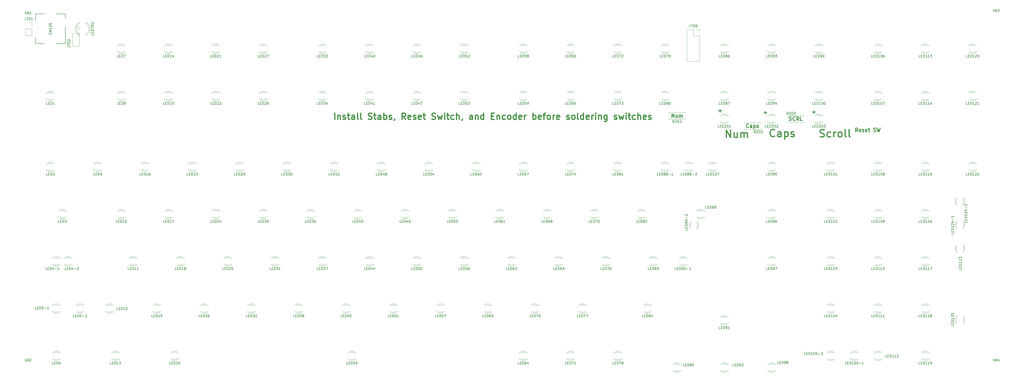
<source format=gbr>
G04 #@! TF.GenerationSoftware,KiCad,Pcbnew,(5.99.0-2421-g2ea5528cd)*
G04 #@! TF.CreationDate,2020-08-11T18:39:49-04:00*
G04 #@! TF.ProjectId,Boston-keyboard-S,426f7374-6f6e-42d6-9b65-79626f617264,rev?*
G04 #@! TF.SameCoordinates,Original*
G04 #@! TF.FileFunction,Legend,Top*
G04 #@! TF.FilePolarity,Positive*
%FSLAX46Y46*%
G04 Gerber Fmt 4.6, Leading zero omitted, Abs format (unit mm)*
G04 Created by KiCad (PCBNEW (5.99.0-2421-g2ea5528cd)) date 2020-08-11 18:39:49*
%MOMM*%
%LPD*%
G01*
G04 APERTURE LIST*
%ADD10C,0.500000*%
%ADD11C,0.300000*%
%ADD12C,0.150000*%
%ADD13C,0.120000*%
G04 APERTURE END LIST*
D10*
X376030000Y-79864285D02*
X376458571Y-80007142D01*
X377172857Y-80007142D01*
X377458571Y-79864285D01*
X377601428Y-79721428D01*
X377744285Y-79435714D01*
X377744285Y-79150000D01*
X377601428Y-78864285D01*
X377458571Y-78721428D01*
X377172857Y-78578571D01*
X376601428Y-78435714D01*
X376315714Y-78292857D01*
X376172857Y-78150000D01*
X376030000Y-77864285D01*
X376030000Y-77578571D01*
X376172857Y-77292857D01*
X376315714Y-77150000D01*
X376601428Y-77007142D01*
X377315714Y-77007142D01*
X377744285Y-77150000D01*
X380315714Y-79864285D02*
X380030000Y-80007142D01*
X379458571Y-80007142D01*
X379172857Y-79864285D01*
X379030000Y-79721428D01*
X378887142Y-79435714D01*
X378887142Y-78578571D01*
X379030000Y-78292857D01*
X379172857Y-78150000D01*
X379458571Y-78007142D01*
X380030000Y-78007142D01*
X380315714Y-78150000D01*
X381601428Y-80007142D02*
X381601428Y-78007142D01*
X381601428Y-78578571D02*
X381744285Y-78292857D01*
X381887142Y-78150000D01*
X382172857Y-78007142D01*
X382458571Y-78007142D01*
X383887142Y-80007142D02*
X383601428Y-79864285D01*
X383458571Y-79721428D01*
X383315714Y-79435714D01*
X383315714Y-78578571D01*
X383458571Y-78292857D01*
X383601428Y-78150000D01*
X383887142Y-78007142D01*
X384315714Y-78007142D01*
X384601428Y-78150000D01*
X384744285Y-78292857D01*
X384887142Y-78578571D01*
X384887142Y-79435714D01*
X384744285Y-79721428D01*
X384601428Y-79864285D01*
X384315714Y-80007142D01*
X383887142Y-80007142D01*
X386601428Y-80007142D02*
X386315714Y-79864285D01*
X386172857Y-79578571D01*
X386172857Y-77007142D01*
X388172857Y-80007142D02*
X387887142Y-79864285D01*
X387744285Y-79578571D01*
X387744285Y-77007142D01*
D11*
X372978571Y-70017142D02*
X374121428Y-70017142D01*
X373550000Y-70588571D02*
X373550000Y-69445714D01*
D10*
X338305714Y-80247142D02*
X338305714Y-77247142D01*
X340020000Y-80247142D01*
X340020000Y-77247142D01*
X342734285Y-78247142D02*
X342734285Y-80247142D01*
X341448571Y-78247142D02*
X341448571Y-79818571D01*
X341591428Y-80104285D01*
X341877142Y-80247142D01*
X342305714Y-80247142D01*
X342591428Y-80104285D01*
X342734285Y-79961428D01*
X344162857Y-80247142D02*
X344162857Y-78247142D01*
X344162857Y-78532857D02*
X344305714Y-78390000D01*
X344591428Y-78247142D01*
X345020000Y-78247142D01*
X345305714Y-78390000D01*
X345448571Y-78675714D01*
X345448571Y-80247142D01*
X345448571Y-78675714D02*
X345591428Y-78390000D01*
X345877142Y-78247142D01*
X346305714Y-78247142D01*
X346591428Y-78390000D01*
X346734285Y-78675714D01*
X346734285Y-80247142D01*
D11*
X353428571Y-70197142D02*
X354571428Y-70197142D01*
X354000000Y-70768571D02*
X354000000Y-69625714D01*
D10*
X357760000Y-79631428D02*
X357617142Y-79774285D01*
X357188571Y-79917142D01*
X356902857Y-79917142D01*
X356474285Y-79774285D01*
X356188571Y-79488571D01*
X356045714Y-79202857D01*
X355902857Y-78631428D01*
X355902857Y-78202857D01*
X356045714Y-77631428D01*
X356188571Y-77345714D01*
X356474285Y-77060000D01*
X356902857Y-76917142D01*
X357188571Y-76917142D01*
X357617142Y-77060000D01*
X357760000Y-77202857D01*
X360331428Y-79917142D02*
X360331428Y-78345714D01*
X360188571Y-78060000D01*
X359902857Y-77917142D01*
X359331428Y-77917142D01*
X359045714Y-78060000D01*
X360331428Y-79774285D02*
X360045714Y-79917142D01*
X359331428Y-79917142D01*
X359045714Y-79774285D01*
X358902857Y-79488571D01*
X358902857Y-79202857D01*
X359045714Y-78917142D01*
X359331428Y-78774285D01*
X360045714Y-78774285D01*
X360331428Y-78631428D01*
X361760000Y-77917142D02*
X361760000Y-80917142D01*
X361760000Y-78060000D02*
X362045714Y-77917142D01*
X362617142Y-77917142D01*
X362902857Y-78060000D01*
X363045714Y-78202857D01*
X363188571Y-78488571D01*
X363188571Y-79345714D01*
X363045714Y-79631428D01*
X362902857Y-79774285D01*
X362617142Y-79917142D01*
X362045714Y-79917142D01*
X361760000Y-79774285D01*
X364331428Y-79774285D02*
X364617142Y-79917142D01*
X365188571Y-79917142D01*
X365474285Y-79774285D01*
X365617142Y-79488571D01*
X365617142Y-79345714D01*
X365474285Y-79060000D01*
X365188571Y-78917142D01*
X364760000Y-78917142D01*
X364474285Y-78774285D01*
X364331428Y-78488571D01*
X364331428Y-78345714D01*
X364474285Y-78060000D01*
X364760000Y-77917142D01*
X365188571Y-77917142D01*
X365474285Y-78060000D01*
D11*
X316382857Y-72148571D02*
X316382857Y-70648571D01*
X317240000Y-72148571D01*
X317240000Y-70648571D01*
X318597142Y-71148571D02*
X318597142Y-72148571D01*
X317954285Y-71148571D02*
X317954285Y-71934285D01*
X318025714Y-72077142D01*
X318168571Y-72148571D01*
X318382857Y-72148571D01*
X318525714Y-72077142D01*
X318597142Y-72005714D01*
X319311428Y-72148571D02*
X319311428Y-71148571D01*
X319311428Y-71291428D02*
X319382857Y-71220000D01*
X319525714Y-71148571D01*
X319740000Y-71148571D01*
X319882857Y-71220000D01*
X319954285Y-71362857D01*
X319954285Y-72148571D01*
X319954285Y-71362857D02*
X320025714Y-71220000D01*
X320168571Y-71148571D01*
X320382857Y-71148571D01*
X320525714Y-71220000D01*
X320597142Y-71362857D01*
X320597142Y-72148571D01*
X347290000Y-76125714D02*
X347218571Y-76197142D01*
X347004285Y-76268571D01*
X346861428Y-76268571D01*
X346647142Y-76197142D01*
X346504285Y-76054285D01*
X346432857Y-75911428D01*
X346361428Y-75625714D01*
X346361428Y-75411428D01*
X346432857Y-75125714D01*
X346504285Y-74982857D01*
X346647142Y-74840000D01*
X346861428Y-74768571D01*
X347004285Y-74768571D01*
X347218571Y-74840000D01*
X347290000Y-74911428D01*
X348575714Y-76268571D02*
X348575714Y-75482857D01*
X348504285Y-75340000D01*
X348361428Y-75268571D01*
X348075714Y-75268571D01*
X347932857Y-75340000D01*
X348575714Y-76197142D02*
X348432857Y-76268571D01*
X348075714Y-76268571D01*
X347932857Y-76197142D01*
X347861428Y-76054285D01*
X347861428Y-75911428D01*
X347932857Y-75768571D01*
X348075714Y-75697142D01*
X348432857Y-75697142D01*
X348575714Y-75625714D01*
X349290000Y-75268571D02*
X349290000Y-76768571D01*
X349290000Y-75340000D02*
X349432857Y-75268571D01*
X349718571Y-75268571D01*
X349861428Y-75340000D01*
X349932857Y-75411428D01*
X350004285Y-75554285D01*
X350004285Y-75982857D01*
X349932857Y-76125714D01*
X349861428Y-76197142D01*
X349718571Y-76268571D01*
X349432857Y-76268571D01*
X349290000Y-76197142D01*
X350575714Y-76197142D02*
X350718571Y-76268571D01*
X351004285Y-76268571D01*
X351147142Y-76197142D01*
X351218571Y-76054285D01*
X351218571Y-75982857D01*
X351147142Y-75840000D01*
X351004285Y-75768571D01*
X350790000Y-75768571D01*
X350647142Y-75697142D01*
X350575714Y-75554285D01*
X350575714Y-75482857D01*
X350647142Y-75340000D01*
X350790000Y-75268571D01*
X351004285Y-75268571D01*
X351147142Y-75340000D01*
X363624285Y-73297142D02*
X363838571Y-73368571D01*
X364195714Y-73368571D01*
X364338571Y-73297142D01*
X364410000Y-73225714D01*
X364481428Y-73082857D01*
X364481428Y-72940000D01*
X364410000Y-72797142D01*
X364338571Y-72725714D01*
X364195714Y-72654285D01*
X363910000Y-72582857D01*
X363767142Y-72511428D01*
X363695714Y-72440000D01*
X363624285Y-72297142D01*
X363624285Y-72154285D01*
X363695714Y-72011428D01*
X363767142Y-71940000D01*
X363910000Y-71868571D01*
X364267142Y-71868571D01*
X364481428Y-71940000D01*
X365981428Y-73225714D02*
X365910000Y-73297142D01*
X365695714Y-73368571D01*
X365552857Y-73368571D01*
X365338571Y-73297142D01*
X365195714Y-73154285D01*
X365124285Y-73011428D01*
X365052857Y-72725714D01*
X365052857Y-72511428D01*
X365124285Y-72225714D01*
X365195714Y-72082857D01*
X365338571Y-71940000D01*
X365552857Y-71868571D01*
X365695714Y-71868571D01*
X365910000Y-71940000D01*
X365981428Y-72011428D01*
X367481428Y-73368571D02*
X366981428Y-72654285D01*
X366624285Y-73368571D02*
X366624285Y-71868571D01*
X367195714Y-71868571D01*
X367338571Y-71940000D01*
X367410000Y-72011428D01*
X367481428Y-72154285D01*
X367481428Y-72368571D01*
X367410000Y-72511428D01*
X367338571Y-72582857D01*
X367195714Y-72654285D01*
X366624285Y-72654285D01*
X368838571Y-73368571D02*
X368124285Y-73368571D01*
X368124285Y-71868571D01*
X335198571Y-69497142D02*
X336341428Y-69497142D01*
X335770000Y-70068571D02*
X335770000Y-68925714D01*
D10*
X180529523Y-72920952D02*
X180529523Y-70420952D01*
X181720000Y-71254285D02*
X181720000Y-72920952D01*
X181720000Y-71492380D02*
X181839047Y-71373333D01*
X182077142Y-71254285D01*
X182434285Y-71254285D01*
X182672380Y-71373333D01*
X182791428Y-71611428D01*
X182791428Y-72920952D01*
X183862857Y-72801904D02*
X184100952Y-72920952D01*
X184577142Y-72920952D01*
X184815238Y-72801904D01*
X184934285Y-72563809D01*
X184934285Y-72444761D01*
X184815238Y-72206666D01*
X184577142Y-72087619D01*
X184220000Y-72087619D01*
X183981904Y-71968571D01*
X183862857Y-71730476D01*
X183862857Y-71611428D01*
X183981904Y-71373333D01*
X184220000Y-71254285D01*
X184577142Y-71254285D01*
X184815238Y-71373333D01*
X185648571Y-71254285D02*
X186600952Y-71254285D01*
X186005714Y-70420952D02*
X186005714Y-72563809D01*
X186124761Y-72801904D01*
X186362857Y-72920952D01*
X186600952Y-72920952D01*
X188505714Y-72920952D02*
X188505714Y-71611428D01*
X188386666Y-71373333D01*
X188148571Y-71254285D01*
X187672380Y-71254285D01*
X187434285Y-71373333D01*
X188505714Y-72801904D02*
X188267619Y-72920952D01*
X187672380Y-72920952D01*
X187434285Y-72801904D01*
X187315238Y-72563809D01*
X187315238Y-72325714D01*
X187434285Y-72087619D01*
X187672380Y-71968571D01*
X188267619Y-71968571D01*
X188505714Y-71849523D01*
X190053333Y-72920952D02*
X189815238Y-72801904D01*
X189696190Y-72563809D01*
X189696190Y-70420952D01*
X191362857Y-72920952D02*
X191124761Y-72801904D01*
X191005714Y-72563809D01*
X191005714Y-70420952D01*
X194100952Y-72801904D02*
X194458095Y-72920952D01*
X195053333Y-72920952D01*
X195291428Y-72801904D01*
X195410476Y-72682857D01*
X195529523Y-72444761D01*
X195529523Y-72206666D01*
X195410476Y-71968571D01*
X195291428Y-71849523D01*
X195053333Y-71730476D01*
X194577142Y-71611428D01*
X194339047Y-71492380D01*
X194220000Y-71373333D01*
X194100952Y-71135238D01*
X194100952Y-70897142D01*
X194220000Y-70659047D01*
X194339047Y-70540000D01*
X194577142Y-70420952D01*
X195172380Y-70420952D01*
X195529523Y-70540000D01*
X196243809Y-71254285D02*
X197196190Y-71254285D01*
X196600952Y-70420952D02*
X196600952Y-72563809D01*
X196720000Y-72801904D01*
X196958095Y-72920952D01*
X197196190Y-72920952D01*
X199100952Y-72920952D02*
X199100952Y-71611428D01*
X198981904Y-71373333D01*
X198743809Y-71254285D01*
X198267619Y-71254285D01*
X198029523Y-71373333D01*
X199100952Y-72801904D02*
X198862857Y-72920952D01*
X198267619Y-72920952D01*
X198029523Y-72801904D01*
X197910476Y-72563809D01*
X197910476Y-72325714D01*
X198029523Y-72087619D01*
X198267619Y-71968571D01*
X198862857Y-71968571D01*
X199100952Y-71849523D01*
X200291428Y-72920952D02*
X200291428Y-70420952D01*
X200291428Y-71373333D02*
X200529523Y-71254285D01*
X201005714Y-71254285D01*
X201243809Y-71373333D01*
X201362857Y-71492380D01*
X201481904Y-71730476D01*
X201481904Y-72444761D01*
X201362857Y-72682857D01*
X201243809Y-72801904D01*
X201005714Y-72920952D01*
X200529523Y-72920952D01*
X200291428Y-72801904D01*
X202434285Y-72801904D02*
X202672380Y-72920952D01*
X203148571Y-72920952D01*
X203386666Y-72801904D01*
X203505714Y-72563809D01*
X203505714Y-72444761D01*
X203386666Y-72206666D01*
X203148571Y-72087619D01*
X202791428Y-72087619D01*
X202553333Y-71968571D01*
X202434285Y-71730476D01*
X202434285Y-71611428D01*
X202553333Y-71373333D01*
X202791428Y-71254285D01*
X203148571Y-71254285D01*
X203386666Y-71373333D01*
X204696190Y-72801904D02*
X204696190Y-72920952D01*
X204577142Y-73159047D01*
X204458095Y-73278095D01*
X209100952Y-72920952D02*
X208267619Y-71730476D01*
X207672380Y-72920952D02*
X207672380Y-70420952D01*
X208624761Y-70420952D01*
X208862857Y-70540000D01*
X208981904Y-70659047D01*
X209100952Y-70897142D01*
X209100952Y-71254285D01*
X208981904Y-71492380D01*
X208862857Y-71611428D01*
X208624761Y-71730476D01*
X207672380Y-71730476D01*
X211124761Y-72801904D02*
X210886666Y-72920952D01*
X210410476Y-72920952D01*
X210172380Y-72801904D01*
X210053333Y-72563809D01*
X210053333Y-71611428D01*
X210172380Y-71373333D01*
X210410476Y-71254285D01*
X210886666Y-71254285D01*
X211124761Y-71373333D01*
X211243809Y-71611428D01*
X211243809Y-71849523D01*
X210053333Y-72087619D01*
X212196190Y-72801904D02*
X212434285Y-72920952D01*
X212910476Y-72920952D01*
X213148571Y-72801904D01*
X213267619Y-72563809D01*
X213267619Y-72444761D01*
X213148571Y-72206666D01*
X212910476Y-72087619D01*
X212553333Y-72087619D01*
X212315238Y-71968571D01*
X212196190Y-71730476D01*
X212196190Y-71611428D01*
X212315238Y-71373333D01*
X212553333Y-71254285D01*
X212910476Y-71254285D01*
X213148571Y-71373333D01*
X215291428Y-72801904D02*
X215053333Y-72920952D01*
X214577142Y-72920952D01*
X214339047Y-72801904D01*
X214220000Y-72563809D01*
X214220000Y-71611428D01*
X214339047Y-71373333D01*
X214577142Y-71254285D01*
X215053333Y-71254285D01*
X215291428Y-71373333D01*
X215410476Y-71611428D01*
X215410476Y-71849523D01*
X214220000Y-72087619D01*
X216124761Y-71254285D02*
X217077142Y-71254285D01*
X216481904Y-70420952D02*
X216481904Y-72563809D01*
X216600952Y-72801904D01*
X216839047Y-72920952D01*
X217077142Y-72920952D01*
X219696190Y-72801904D02*
X220053333Y-72920952D01*
X220648571Y-72920952D01*
X220886666Y-72801904D01*
X221005714Y-72682857D01*
X221124761Y-72444761D01*
X221124761Y-72206666D01*
X221005714Y-71968571D01*
X220886666Y-71849523D01*
X220648571Y-71730476D01*
X220172380Y-71611428D01*
X219934285Y-71492380D01*
X219815238Y-71373333D01*
X219696190Y-71135238D01*
X219696190Y-70897142D01*
X219815238Y-70659047D01*
X219934285Y-70540000D01*
X220172380Y-70420952D01*
X220767619Y-70420952D01*
X221124761Y-70540000D01*
X221958095Y-71254285D02*
X222434285Y-72920952D01*
X222910476Y-71730476D01*
X223386666Y-72920952D01*
X223862857Y-71254285D01*
X224815238Y-72920952D02*
X224815238Y-71254285D01*
X224815238Y-70420952D02*
X224696190Y-70540000D01*
X224815238Y-70659047D01*
X224934285Y-70540000D01*
X224815238Y-70420952D01*
X224815238Y-70659047D01*
X225648571Y-71254285D02*
X226600952Y-71254285D01*
X226005714Y-70420952D02*
X226005714Y-72563809D01*
X226124761Y-72801904D01*
X226362857Y-72920952D01*
X226600952Y-72920952D01*
X228505714Y-72801904D02*
X228267619Y-72920952D01*
X227791428Y-72920952D01*
X227553333Y-72801904D01*
X227434285Y-72682857D01*
X227315238Y-72444761D01*
X227315238Y-71730476D01*
X227434285Y-71492380D01*
X227553333Y-71373333D01*
X227791428Y-71254285D01*
X228267619Y-71254285D01*
X228505714Y-71373333D01*
X229577142Y-72920952D02*
X229577142Y-70420952D01*
X230648571Y-72920952D02*
X230648571Y-71611428D01*
X230529523Y-71373333D01*
X230291428Y-71254285D01*
X229934285Y-71254285D01*
X229696190Y-71373333D01*
X229577142Y-71492380D01*
X231958095Y-72801904D02*
X231958095Y-72920952D01*
X231839047Y-73159047D01*
X231720000Y-73278095D01*
X236005714Y-72920952D02*
X236005714Y-71611428D01*
X235886666Y-71373333D01*
X235648571Y-71254285D01*
X235172380Y-71254285D01*
X234934285Y-71373333D01*
X236005714Y-72801904D02*
X235767619Y-72920952D01*
X235172380Y-72920952D01*
X234934285Y-72801904D01*
X234815238Y-72563809D01*
X234815238Y-72325714D01*
X234934285Y-72087619D01*
X235172380Y-71968571D01*
X235767619Y-71968571D01*
X236005714Y-71849523D01*
X237196190Y-71254285D02*
X237196190Y-72920952D01*
X237196190Y-71492380D02*
X237315238Y-71373333D01*
X237553333Y-71254285D01*
X237910476Y-71254285D01*
X238148571Y-71373333D01*
X238267619Y-71611428D01*
X238267619Y-72920952D01*
X240529523Y-72920952D02*
X240529523Y-70420952D01*
X240529523Y-72801904D02*
X240291428Y-72920952D01*
X239815238Y-72920952D01*
X239577142Y-72801904D01*
X239458095Y-72682857D01*
X239339047Y-72444761D01*
X239339047Y-71730476D01*
X239458095Y-71492380D01*
X239577142Y-71373333D01*
X239815238Y-71254285D01*
X240291428Y-71254285D01*
X240529523Y-71373333D01*
X243624761Y-71611428D02*
X244458095Y-71611428D01*
X244815238Y-72920952D02*
X243624761Y-72920952D01*
X243624761Y-70420952D01*
X244815238Y-70420952D01*
X245886666Y-71254285D02*
X245886666Y-72920952D01*
X245886666Y-71492380D02*
X246005714Y-71373333D01*
X246243809Y-71254285D01*
X246600952Y-71254285D01*
X246839047Y-71373333D01*
X246958095Y-71611428D01*
X246958095Y-72920952D01*
X249220000Y-72801904D02*
X248981904Y-72920952D01*
X248505714Y-72920952D01*
X248267619Y-72801904D01*
X248148571Y-72682857D01*
X248029523Y-72444761D01*
X248029523Y-71730476D01*
X248148571Y-71492380D01*
X248267619Y-71373333D01*
X248505714Y-71254285D01*
X248981904Y-71254285D01*
X249220000Y-71373333D01*
X250648571Y-72920952D02*
X250410476Y-72801904D01*
X250291428Y-72682857D01*
X250172380Y-72444761D01*
X250172380Y-71730476D01*
X250291428Y-71492380D01*
X250410476Y-71373333D01*
X250648571Y-71254285D01*
X251005714Y-71254285D01*
X251243809Y-71373333D01*
X251362857Y-71492380D01*
X251481904Y-71730476D01*
X251481904Y-72444761D01*
X251362857Y-72682857D01*
X251243809Y-72801904D01*
X251005714Y-72920952D01*
X250648571Y-72920952D01*
X253624761Y-72920952D02*
X253624761Y-70420952D01*
X253624761Y-72801904D02*
X253386666Y-72920952D01*
X252910476Y-72920952D01*
X252672380Y-72801904D01*
X252553333Y-72682857D01*
X252434285Y-72444761D01*
X252434285Y-71730476D01*
X252553333Y-71492380D01*
X252672380Y-71373333D01*
X252910476Y-71254285D01*
X253386666Y-71254285D01*
X253624761Y-71373333D01*
X255767619Y-72801904D02*
X255529523Y-72920952D01*
X255053333Y-72920952D01*
X254815238Y-72801904D01*
X254696190Y-72563809D01*
X254696190Y-71611428D01*
X254815238Y-71373333D01*
X255053333Y-71254285D01*
X255529523Y-71254285D01*
X255767619Y-71373333D01*
X255886666Y-71611428D01*
X255886666Y-71849523D01*
X254696190Y-72087619D01*
X256958095Y-72920952D02*
X256958095Y-71254285D01*
X256958095Y-71730476D02*
X257077142Y-71492380D01*
X257196190Y-71373333D01*
X257434285Y-71254285D01*
X257672380Y-71254285D01*
X260410476Y-72920952D02*
X260410476Y-70420952D01*
X260410476Y-71373333D02*
X260648571Y-71254285D01*
X261124761Y-71254285D01*
X261362857Y-71373333D01*
X261481904Y-71492380D01*
X261600952Y-71730476D01*
X261600952Y-72444761D01*
X261481904Y-72682857D01*
X261362857Y-72801904D01*
X261124761Y-72920952D01*
X260648571Y-72920952D01*
X260410476Y-72801904D01*
X263624761Y-72801904D02*
X263386666Y-72920952D01*
X262910476Y-72920952D01*
X262672380Y-72801904D01*
X262553333Y-72563809D01*
X262553333Y-71611428D01*
X262672380Y-71373333D01*
X262910476Y-71254285D01*
X263386666Y-71254285D01*
X263624761Y-71373333D01*
X263743809Y-71611428D01*
X263743809Y-71849523D01*
X262553333Y-72087619D01*
X264458095Y-71254285D02*
X265410476Y-71254285D01*
X264815238Y-72920952D02*
X264815238Y-70778095D01*
X264934285Y-70540000D01*
X265172380Y-70420952D01*
X265410476Y-70420952D01*
X266600952Y-72920952D02*
X266362857Y-72801904D01*
X266243809Y-72682857D01*
X266124761Y-72444761D01*
X266124761Y-71730476D01*
X266243809Y-71492380D01*
X266362857Y-71373333D01*
X266600952Y-71254285D01*
X266958095Y-71254285D01*
X267196190Y-71373333D01*
X267315238Y-71492380D01*
X267434285Y-71730476D01*
X267434285Y-72444761D01*
X267315238Y-72682857D01*
X267196190Y-72801904D01*
X266958095Y-72920952D01*
X266600952Y-72920952D01*
X268505714Y-72920952D02*
X268505714Y-71254285D01*
X268505714Y-71730476D02*
X268624761Y-71492380D01*
X268743809Y-71373333D01*
X268981904Y-71254285D01*
X269220000Y-71254285D01*
X271005714Y-72801904D02*
X270767619Y-72920952D01*
X270291428Y-72920952D01*
X270053333Y-72801904D01*
X269934285Y-72563809D01*
X269934285Y-71611428D01*
X270053333Y-71373333D01*
X270291428Y-71254285D01*
X270767619Y-71254285D01*
X271005714Y-71373333D01*
X271124761Y-71611428D01*
X271124761Y-71849523D01*
X269934285Y-72087619D01*
X273981904Y-72801904D02*
X274220000Y-72920952D01*
X274696190Y-72920952D01*
X274934285Y-72801904D01*
X275053333Y-72563809D01*
X275053333Y-72444761D01*
X274934285Y-72206666D01*
X274696190Y-72087619D01*
X274339047Y-72087619D01*
X274100952Y-71968571D01*
X273981904Y-71730476D01*
X273981904Y-71611428D01*
X274100952Y-71373333D01*
X274339047Y-71254285D01*
X274696190Y-71254285D01*
X274934285Y-71373333D01*
X276481904Y-72920952D02*
X276243809Y-72801904D01*
X276124761Y-72682857D01*
X276005714Y-72444761D01*
X276005714Y-71730476D01*
X276124761Y-71492380D01*
X276243809Y-71373333D01*
X276481904Y-71254285D01*
X276839047Y-71254285D01*
X277077142Y-71373333D01*
X277196190Y-71492380D01*
X277315238Y-71730476D01*
X277315238Y-72444761D01*
X277196190Y-72682857D01*
X277077142Y-72801904D01*
X276839047Y-72920952D01*
X276481904Y-72920952D01*
X278743809Y-72920952D02*
X278505714Y-72801904D01*
X278386666Y-72563809D01*
X278386666Y-70420952D01*
X280767619Y-72920952D02*
X280767619Y-70420952D01*
X280767619Y-72801904D02*
X280529523Y-72920952D01*
X280053333Y-72920952D01*
X279815238Y-72801904D01*
X279696190Y-72682857D01*
X279577142Y-72444761D01*
X279577142Y-71730476D01*
X279696190Y-71492380D01*
X279815238Y-71373333D01*
X280053333Y-71254285D01*
X280529523Y-71254285D01*
X280767619Y-71373333D01*
X282910476Y-72801904D02*
X282672380Y-72920952D01*
X282196190Y-72920952D01*
X281958095Y-72801904D01*
X281839047Y-72563809D01*
X281839047Y-71611428D01*
X281958095Y-71373333D01*
X282196190Y-71254285D01*
X282672380Y-71254285D01*
X282910476Y-71373333D01*
X283029523Y-71611428D01*
X283029523Y-71849523D01*
X281839047Y-72087619D01*
X284100952Y-72920952D02*
X284100952Y-71254285D01*
X284100952Y-71730476D02*
X284220000Y-71492380D01*
X284339047Y-71373333D01*
X284577142Y-71254285D01*
X284815238Y-71254285D01*
X285648571Y-72920952D02*
X285648571Y-71254285D01*
X285648571Y-70420952D02*
X285529523Y-70540000D01*
X285648571Y-70659047D01*
X285767619Y-70540000D01*
X285648571Y-70420952D01*
X285648571Y-70659047D01*
X286839047Y-71254285D02*
X286839047Y-72920952D01*
X286839047Y-71492380D02*
X286958095Y-71373333D01*
X287196190Y-71254285D01*
X287553333Y-71254285D01*
X287791428Y-71373333D01*
X287910476Y-71611428D01*
X287910476Y-72920952D01*
X290172380Y-71254285D02*
X290172380Y-73278095D01*
X290053333Y-73516190D01*
X289934285Y-73635238D01*
X289696190Y-73754285D01*
X289339047Y-73754285D01*
X289100952Y-73635238D01*
X290172380Y-72801904D02*
X289934285Y-72920952D01*
X289458095Y-72920952D01*
X289220000Y-72801904D01*
X289100952Y-72682857D01*
X288981904Y-72444761D01*
X288981904Y-71730476D01*
X289100952Y-71492380D01*
X289220000Y-71373333D01*
X289458095Y-71254285D01*
X289934285Y-71254285D01*
X290172380Y-71373333D01*
X293148571Y-72801904D02*
X293386666Y-72920952D01*
X293862857Y-72920952D01*
X294100952Y-72801904D01*
X294220000Y-72563809D01*
X294220000Y-72444761D01*
X294100952Y-72206666D01*
X293862857Y-72087619D01*
X293505714Y-72087619D01*
X293267619Y-71968571D01*
X293148571Y-71730476D01*
X293148571Y-71611428D01*
X293267619Y-71373333D01*
X293505714Y-71254285D01*
X293862857Y-71254285D01*
X294100952Y-71373333D01*
X295053333Y-71254285D02*
X295529523Y-72920952D01*
X296005714Y-71730476D01*
X296481904Y-72920952D01*
X296958095Y-71254285D01*
X297910476Y-72920952D02*
X297910476Y-71254285D01*
X297910476Y-70420952D02*
X297791428Y-70540000D01*
X297910476Y-70659047D01*
X298029523Y-70540000D01*
X297910476Y-70420952D01*
X297910476Y-70659047D01*
X298743809Y-71254285D02*
X299696190Y-71254285D01*
X299100952Y-70420952D02*
X299100952Y-72563809D01*
X299220000Y-72801904D01*
X299458095Y-72920952D01*
X299696190Y-72920952D01*
X301600952Y-72801904D02*
X301362857Y-72920952D01*
X300886666Y-72920952D01*
X300648571Y-72801904D01*
X300529523Y-72682857D01*
X300410476Y-72444761D01*
X300410476Y-71730476D01*
X300529523Y-71492380D01*
X300648571Y-71373333D01*
X300886666Y-71254285D01*
X301362857Y-71254285D01*
X301600952Y-71373333D01*
X302672380Y-72920952D02*
X302672380Y-70420952D01*
X303743809Y-72920952D02*
X303743809Y-71611428D01*
X303624761Y-71373333D01*
X303386666Y-71254285D01*
X303029523Y-71254285D01*
X302791428Y-71373333D01*
X302672380Y-71492380D01*
X305886666Y-72801904D02*
X305648571Y-72920952D01*
X305172380Y-72920952D01*
X304934285Y-72801904D01*
X304815238Y-72563809D01*
X304815238Y-71611428D01*
X304934285Y-71373333D01*
X305172380Y-71254285D01*
X305648571Y-71254285D01*
X305886666Y-71373333D01*
X306005714Y-71611428D01*
X306005714Y-71849523D01*
X304815238Y-72087619D01*
X306958095Y-72801904D02*
X307196190Y-72920952D01*
X307672380Y-72920952D01*
X307910476Y-72801904D01*
X308029523Y-72563809D01*
X308029523Y-72444761D01*
X307910476Y-72206666D01*
X307672380Y-72087619D01*
X307315238Y-72087619D01*
X307077142Y-71968571D01*
X306958095Y-71730476D01*
X306958095Y-71611428D01*
X307077142Y-71373333D01*
X307315238Y-71254285D01*
X307672380Y-71254285D01*
X307910476Y-71373333D01*
D11*
X391247500Y-77926071D02*
X390747500Y-77211785D01*
X390390357Y-77926071D02*
X390390357Y-76426071D01*
X390961785Y-76426071D01*
X391104642Y-76497500D01*
X391176071Y-76568928D01*
X391247500Y-76711785D01*
X391247500Y-76926071D01*
X391176071Y-77068928D01*
X391104642Y-77140357D01*
X390961785Y-77211785D01*
X390390357Y-77211785D01*
X392461785Y-77854642D02*
X392318928Y-77926071D01*
X392033214Y-77926071D01*
X391890357Y-77854642D01*
X391818928Y-77711785D01*
X391818928Y-77140357D01*
X391890357Y-76997500D01*
X392033214Y-76926071D01*
X392318928Y-76926071D01*
X392461785Y-76997500D01*
X392533214Y-77140357D01*
X392533214Y-77283214D01*
X391818928Y-77426071D01*
X393104642Y-77854642D02*
X393247500Y-77926071D01*
X393533214Y-77926071D01*
X393676071Y-77854642D01*
X393747500Y-77711785D01*
X393747500Y-77640357D01*
X393676071Y-77497500D01*
X393533214Y-77426071D01*
X393318928Y-77426071D01*
X393176071Y-77354642D01*
X393104642Y-77211785D01*
X393104642Y-77140357D01*
X393176071Y-76997500D01*
X393318928Y-76926071D01*
X393533214Y-76926071D01*
X393676071Y-76997500D01*
X394961785Y-77854642D02*
X394818928Y-77926071D01*
X394533214Y-77926071D01*
X394390357Y-77854642D01*
X394318928Y-77711785D01*
X394318928Y-77140357D01*
X394390357Y-76997500D01*
X394533214Y-76926071D01*
X394818928Y-76926071D01*
X394961785Y-76997500D01*
X395033214Y-77140357D01*
X395033214Y-77283214D01*
X394318928Y-77426071D01*
X395461785Y-76926071D02*
X396033214Y-76926071D01*
X395676071Y-76426071D02*
X395676071Y-77711785D01*
X395747500Y-77854642D01*
X395890357Y-77926071D01*
X396033214Y-77926071D01*
X397604642Y-77854642D02*
X397818928Y-77926071D01*
X398176071Y-77926071D01*
X398318928Y-77854642D01*
X398390357Y-77783214D01*
X398461785Y-77640357D01*
X398461785Y-77497500D01*
X398390357Y-77354642D01*
X398318928Y-77283214D01*
X398176071Y-77211785D01*
X397890357Y-77140357D01*
X397747500Y-77068928D01*
X397676071Y-76997500D01*
X397604642Y-76854642D01*
X397604642Y-76711785D01*
X397676071Y-76568928D01*
X397747500Y-76497500D01*
X397890357Y-76426071D01*
X398247500Y-76426071D01*
X398461785Y-76497500D01*
X398961785Y-76426071D02*
X399318928Y-77926071D01*
X399604642Y-76854642D01*
X399890357Y-77926071D01*
X400247500Y-76426071D01*
D12*
X55969285Y-31857380D02*
X55969285Y-32571666D01*
X55921666Y-32714523D01*
X55826428Y-32809761D01*
X55683571Y-32857380D01*
X55588333Y-32857380D01*
X56350238Y-31857380D02*
X57016904Y-31857380D01*
X56588333Y-32857380D01*
X57588333Y-31857380D02*
X57683571Y-31857380D01*
X57778809Y-31905000D01*
X57826428Y-31952619D01*
X57874047Y-32047857D01*
X57921666Y-32238333D01*
X57921666Y-32476428D01*
X57874047Y-32666904D01*
X57826428Y-32762142D01*
X57778809Y-32809761D01*
X57683571Y-32857380D01*
X57588333Y-32857380D01*
X57493095Y-32809761D01*
X57445476Y-32762142D01*
X57397857Y-32666904D01*
X57350238Y-32476428D01*
X57350238Y-32238333D01*
X57397857Y-32047857D01*
X57445476Y-31952619D01*
X57493095Y-31905000D01*
X57588333Y-31857380D01*
X58874047Y-32857380D02*
X58302619Y-32857380D01*
X58588333Y-32857380D02*
X58588333Y-31857380D01*
X58493095Y-32000238D01*
X58397857Y-32095476D01*
X58302619Y-32143095D01*
X83412380Y-38446428D02*
X83412380Y-38922619D01*
X82412380Y-38922619D01*
X82888571Y-38113095D02*
X82888571Y-37779761D01*
X83412380Y-37636904D02*
X83412380Y-38113095D01*
X82412380Y-38113095D01*
X82412380Y-37636904D01*
X83412380Y-37208333D02*
X82412380Y-37208333D01*
X82412380Y-36970238D01*
X82460000Y-36827380D01*
X82555238Y-36732142D01*
X82650476Y-36684523D01*
X82840952Y-36636904D01*
X82983809Y-36636904D01*
X83174285Y-36684523D01*
X83269523Y-36732142D01*
X83364761Y-36827380D01*
X83412380Y-36970238D01*
X83412380Y-37208333D01*
X82412380Y-36303571D02*
X82412380Y-35636904D01*
X83412380Y-36065476D01*
X82412380Y-35065476D02*
X82412380Y-34970238D01*
X82460000Y-34875000D01*
X82507619Y-34827380D01*
X82602857Y-34779761D01*
X82793333Y-34732142D01*
X83031428Y-34732142D01*
X83221904Y-34779761D01*
X83317142Y-34827380D01*
X83364761Y-34875000D01*
X83412380Y-34970238D01*
X83412380Y-35065476D01*
X83364761Y-35160714D01*
X83317142Y-35208333D01*
X83221904Y-35255952D01*
X83031428Y-35303571D01*
X82793333Y-35303571D01*
X82602857Y-35255952D01*
X82507619Y-35208333D01*
X82460000Y-35160714D01*
X82412380Y-35065476D01*
X82507619Y-34351190D02*
X82460000Y-34303571D01*
X82412380Y-34208333D01*
X82412380Y-33970238D01*
X82460000Y-33875000D01*
X82507619Y-33827380D01*
X82602857Y-33779761D01*
X82698095Y-33779761D01*
X82840952Y-33827380D01*
X83412380Y-34398809D01*
X83412380Y-33779761D01*
X72972380Y-43570714D02*
X73686666Y-43570714D01*
X73829523Y-43618333D01*
X73924761Y-43713571D01*
X73972380Y-43856428D01*
X73972380Y-43951666D01*
X72972380Y-43189761D02*
X72972380Y-42523095D01*
X73972380Y-42951666D01*
X72972380Y-41951666D02*
X72972380Y-41856428D01*
X73020000Y-41761190D01*
X73067619Y-41713571D01*
X73162857Y-41665952D01*
X73353333Y-41618333D01*
X73591428Y-41618333D01*
X73781904Y-41665952D01*
X73877142Y-41713571D01*
X73924761Y-41761190D01*
X73972380Y-41856428D01*
X73972380Y-41951666D01*
X73924761Y-42046904D01*
X73877142Y-42094523D01*
X73781904Y-42142142D01*
X73591428Y-42189761D01*
X73353333Y-42189761D01*
X73162857Y-42142142D01*
X73067619Y-42094523D01*
X73020000Y-42046904D01*
X72972380Y-41951666D01*
X73067619Y-41237380D02*
X73020000Y-41189761D01*
X72972380Y-41094523D01*
X72972380Y-40856428D01*
X73020000Y-40761190D01*
X73067619Y-40713571D01*
X73162857Y-40665952D01*
X73258095Y-40665952D01*
X73400952Y-40713571D01*
X73972380Y-41285000D01*
X73972380Y-40665952D01*
X378253571Y-133592380D02*
X377777380Y-133592380D01*
X377777380Y-132592380D01*
X378586904Y-133068571D02*
X378920238Y-133068571D01*
X379063095Y-133592380D02*
X378586904Y-133592380D01*
X378586904Y-132592380D01*
X379063095Y-132592380D01*
X379491666Y-133592380D02*
X379491666Y-132592380D01*
X379729761Y-132592380D01*
X379872619Y-132640000D01*
X379967857Y-132735238D01*
X380015476Y-132830476D01*
X380063095Y-133020952D01*
X380063095Y-133163809D01*
X380015476Y-133354285D01*
X379967857Y-133449523D01*
X379872619Y-133544761D01*
X379729761Y-133592380D01*
X379491666Y-133592380D01*
X381015476Y-133592380D02*
X380444047Y-133592380D01*
X380729761Y-133592380D02*
X380729761Y-132592380D01*
X380634523Y-132735238D01*
X380539285Y-132830476D01*
X380444047Y-132878095D01*
X381634523Y-132592380D02*
X381729761Y-132592380D01*
X381825000Y-132640000D01*
X381872619Y-132687619D01*
X381920238Y-132782857D01*
X381967857Y-132973333D01*
X381967857Y-133211428D01*
X381920238Y-133401904D01*
X381872619Y-133497142D01*
X381825000Y-133544761D01*
X381729761Y-133592380D01*
X381634523Y-133592380D01*
X381539285Y-133544761D01*
X381491666Y-133497142D01*
X381444047Y-133401904D01*
X381396428Y-133211428D01*
X381396428Y-132973333D01*
X381444047Y-132782857D01*
X381491666Y-132687619D01*
X381539285Y-132640000D01*
X381634523Y-132592380D01*
X382301190Y-132592380D02*
X382920238Y-132592380D01*
X382586904Y-132973333D01*
X382729761Y-132973333D01*
X382825000Y-133020952D01*
X382872619Y-133068571D01*
X382920238Y-133163809D01*
X382920238Y-133401904D01*
X382872619Y-133497142D01*
X382825000Y-133544761D01*
X382729761Y-133592380D01*
X382444047Y-133592380D01*
X382348809Y-133544761D01*
X382301190Y-133497142D01*
X178704761Y-95492380D02*
X178228571Y-95492380D01*
X178228571Y-94492380D01*
X179038095Y-94968571D02*
X179371428Y-94968571D01*
X179514285Y-95492380D02*
X179038095Y-95492380D01*
X179038095Y-94492380D01*
X179514285Y-94492380D01*
X179942857Y-95492380D02*
X179942857Y-94492380D01*
X180180952Y-94492380D01*
X180323809Y-94540000D01*
X180419047Y-94635238D01*
X180466666Y-94730476D01*
X180514285Y-94920952D01*
X180514285Y-95063809D01*
X180466666Y-95254285D01*
X180419047Y-95349523D01*
X180323809Y-95444761D01*
X180180952Y-95492380D01*
X179942857Y-95492380D01*
X181371428Y-94825714D02*
X181371428Y-95492380D01*
X181133333Y-94444761D02*
X180895238Y-95159047D01*
X181514285Y-95159047D01*
X181847619Y-94587619D02*
X181895238Y-94540000D01*
X181990476Y-94492380D01*
X182228571Y-94492380D01*
X182323809Y-94540000D01*
X182371428Y-94587619D01*
X182419047Y-94682857D01*
X182419047Y-94778095D01*
X182371428Y-94920952D01*
X181800000Y-95492380D01*
X182419047Y-95492380D01*
X416353571Y-171692380D02*
X415877380Y-171692380D01*
X415877380Y-170692380D01*
X416686904Y-171168571D02*
X417020238Y-171168571D01*
X417163095Y-171692380D02*
X416686904Y-171692380D01*
X416686904Y-170692380D01*
X417163095Y-170692380D01*
X417591666Y-171692380D02*
X417591666Y-170692380D01*
X417829761Y-170692380D01*
X417972619Y-170740000D01*
X418067857Y-170835238D01*
X418115476Y-170930476D01*
X418163095Y-171120952D01*
X418163095Y-171263809D01*
X418115476Y-171454285D01*
X418067857Y-171549523D01*
X417972619Y-171644761D01*
X417829761Y-171692380D01*
X417591666Y-171692380D01*
X419115476Y-171692380D02*
X418544047Y-171692380D01*
X418829761Y-171692380D02*
X418829761Y-170692380D01*
X418734523Y-170835238D01*
X418639285Y-170930476D01*
X418544047Y-170978095D01*
X420067857Y-171692380D02*
X419496428Y-171692380D01*
X419782142Y-171692380D02*
X419782142Y-170692380D01*
X419686904Y-170835238D01*
X419591666Y-170930476D01*
X419496428Y-170978095D01*
X420544047Y-171692380D02*
X420734523Y-171692380D01*
X420829761Y-171644761D01*
X420877380Y-171597142D01*
X420972619Y-171454285D01*
X421020238Y-171263809D01*
X421020238Y-170882857D01*
X420972619Y-170787619D01*
X420925000Y-170740000D01*
X420829761Y-170692380D01*
X420639285Y-170692380D01*
X420544047Y-170740000D01*
X420496428Y-170787619D01*
X420448809Y-170882857D01*
X420448809Y-171120952D01*
X420496428Y-171216190D01*
X420544047Y-171263809D01*
X420639285Y-171311428D01*
X420829761Y-171311428D01*
X420925000Y-171263809D01*
X420972619Y-171216190D01*
X421020238Y-171120952D01*
X250142261Y-133592380D02*
X249666071Y-133592380D01*
X249666071Y-132592380D01*
X250475595Y-133068571D02*
X250808928Y-133068571D01*
X250951785Y-133592380D02*
X250475595Y-133592380D01*
X250475595Y-132592380D01*
X250951785Y-132592380D01*
X251380357Y-133592380D02*
X251380357Y-132592380D01*
X251618452Y-132592380D01*
X251761309Y-132640000D01*
X251856547Y-132735238D01*
X251904166Y-132830476D01*
X251951785Y-133020952D01*
X251951785Y-133163809D01*
X251904166Y-133354285D01*
X251856547Y-133449523D01*
X251761309Y-133544761D01*
X251618452Y-133592380D01*
X251380357Y-133592380D01*
X252808928Y-132592380D02*
X252618452Y-132592380D01*
X252523214Y-132640000D01*
X252475595Y-132687619D01*
X252380357Y-132830476D01*
X252332738Y-133020952D01*
X252332738Y-133401904D01*
X252380357Y-133497142D01*
X252427976Y-133544761D01*
X252523214Y-133592380D01*
X252713690Y-133592380D01*
X252808928Y-133544761D01*
X252856547Y-133497142D01*
X252904166Y-133401904D01*
X252904166Y-133163809D01*
X252856547Y-133068571D01*
X252808928Y-133020952D01*
X252713690Y-132973333D01*
X252523214Y-132973333D01*
X252427976Y-133020952D01*
X252380357Y-133068571D01*
X252332738Y-133163809D01*
X253285119Y-132687619D02*
X253332738Y-132640000D01*
X253427976Y-132592380D01*
X253666071Y-132592380D01*
X253761309Y-132640000D01*
X253808928Y-132687619D01*
X253856547Y-132782857D01*
X253856547Y-132878095D01*
X253808928Y-133020952D01*
X253237500Y-133592380D01*
X253856547Y-133592380D01*
X235854761Y-95492380D02*
X235378571Y-95492380D01*
X235378571Y-94492380D01*
X236188095Y-94968571D02*
X236521428Y-94968571D01*
X236664285Y-95492380D02*
X236188095Y-95492380D01*
X236188095Y-94492380D01*
X236664285Y-94492380D01*
X237092857Y-95492380D02*
X237092857Y-94492380D01*
X237330952Y-94492380D01*
X237473809Y-94540000D01*
X237569047Y-94635238D01*
X237616666Y-94730476D01*
X237664285Y-94920952D01*
X237664285Y-95063809D01*
X237616666Y-95254285D01*
X237569047Y-95349523D01*
X237473809Y-95444761D01*
X237330952Y-95492380D01*
X237092857Y-95492380D01*
X238521428Y-94492380D02*
X238330952Y-94492380D01*
X238235714Y-94540000D01*
X238188095Y-94587619D01*
X238092857Y-94730476D01*
X238045238Y-94920952D01*
X238045238Y-95301904D01*
X238092857Y-95397142D01*
X238140476Y-95444761D01*
X238235714Y-95492380D01*
X238426190Y-95492380D01*
X238521428Y-95444761D01*
X238569047Y-95397142D01*
X238616666Y-95301904D01*
X238616666Y-95063809D01*
X238569047Y-94968571D01*
X238521428Y-94920952D01*
X238426190Y-94873333D01*
X238235714Y-94873333D01*
X238140476Y-94920952D01*
X238092857Y-94968571D01*
X238045238Y-95063809D01*
X239235714Y-94492380D02*
X239330952Y-94492380D01*
X239426190Y-94540000D01*
X239473809Y-94587619D01*
X239521428Y-94682857D01*
X239569047Y-94873333D01*
X239569047Y-95111428D01*
X239521428Y-95301904D01*
X239473809Y-95397142D01*
X239426190Y-95444761D01*
X239330952Y-95492380D01*
X239235714Y-95492380D01*
X239140476Y-95444761D01*
X239092857Y-95397142D01*
X239045238Y-95301904D01*
X238997619Y-95111428D01*
X238997619Y-94873333D01*
X239045238Y-94682857D01*
X239092857Y-94587619D01*
X239140476Y-94540000D01*
X239235714Y-94492380D01*
X150129761Y-114542380D02*
X149653571Y-114542380D01*
X149653571Y-113542380D01*
X150463095Y-114018571D02*
X150796428Y-114018571D01*
X150939285Y-114542380D02*
X150463095Y-114542380D01*
X150463095Y-113542380D01*
X150939285Y-113542380D01*
X151367857Y-114542380D02*
X151367857Y-113542380D01*
X151605952Y-113542380D01*
X151748809Y-113590000D01*
X151844047Y-113685238D01*
X151891666Y-113780476D01*
X151939285Y-113970952D01*
X151939285Y-114113809D01*
X151891666Y-114304285D01*
X151844047Y-114399523D01*
X151748809Y-114494761D01*
X151605952Y-114542380D01*
X151367857Y-114542380D01*
X152272619Y-113542380D02*
X152891666Y-113542380D01*
X152558333Y-113923333D01*
X152701190Y-113923333D01*
X152796428Y-113970952D01*
X152844047Y-114018571D01*
X152891666Y-114113809D01*
X152891666Y-114351904D01*
X152844047Y-114447142D01*
X152796428Y-114494761D01*
X152701190Y-114542380D01*
X152415476Y-114542380D01*
X152320238Y-114494761D01*
X152272619Y-114447142D01*
X153510714Y-113542380D02*
X153605952Y-113542380D01*
X153701190Y-113590000D01*
X153748809Y-113637619D01*
X153796428Y-113732857D01*
X153844047Y-113923333D01*
X153844047Y-114161428D01*
X153796428Y-114351904D01*
X153748809Y-114447142D01*
X153701190Y-114494761D01*
X153605952Y-114542380D01*
X153510714Y-114542380D01*
X153415476Y-114494761D01*
X153367857Y-114447142D01*
X153320238Y-114351904D01*
X153272619Y-114161428D01*
X153272619Y-113923333D01*
X153320238Y-113732857D01*
X153367857Y-113637619D01*
X153415476Y-113590000D01*
X153510714Y-113542380D01*
X293004761Y-171692380D02*
X292528571Y-171692380D01*
X292528571Y-170692380D01*
X293338095Y-171168571D02*
X293671428Y-171168571D01*
X293814285Y-171692380D02*
X293338095Y-171692380D01*
X293338095Y-170692380D01*
X293814285Y-170692380D01*
X294242857Y-171692380D02*
X294242857Y-170692380D01*
X294480952Y-170692380D01*
X294623809Y-170740000D01*
X294719047Y-170835238D01*
X294766666Y-170930476D01*
X294814285Y-171120952D01*
X294814285Y-171263809D01*
X294766666Y-171454285D01*
X294719047Y-171549523D01*
X294623809Y-171644761D01*
X294480952Y-171692380D01*
X294242857Y-171692380D01*
X295147619Y-170692380D02*
X295814285Y-170692380D01*
X295385714Y-171692380D01*
X296338095Y-171120952D02*
X296242857Y-171073333D01*
X296195238Y-171025714D01*
X296147619Y-170930476D01*
X296147619Y-170882857D01*
X296195238Y-170787619D01*
X296242857Y-170740000D01*
X296338095Y-170692380D01*
X296528571Y-170692380D01*
X296623809Y-170740000D01*
X296671428Y-170787619D01*
X296719047Y-170882857D01*
X296719047Y-170930476D01*
X296671428Y-171025714D01*
X296623809Y-171073333D01*
X296528571Y-171120952D01*
X296338095Y-171120952D01*
X296242857Y-171168571D01*
X296195238Y-171216190D01*
X296147619Y-171311428D01*
X296147619Y-171501904D01*
X296195238Y-171597142D01*
X296242857Y-171644761D01*
X296338095Y-171692380D01*
X296528571Y-171692380D01*
X296623809Y-171644761D01*
X296671428Y-171597142D01*
X296719047Y-171501904D01*
X296719047Y-171311428D01*
X296671428Y-171216190D01*
X296623809Y-171168571D01*
X296528571Y-171120952D01*
X330628571Y-95492380D02*
X330152380Y-95492380D01*
X330152380Y-94492380D01*
X330961904Y-94968571D02*
X331295238Y-94968571D01*
X331438095Y-95492380D02*
X330961904Y-95492380D01*
X330961904Y-94492380D01*
X331438095Y-94492380D01*
X331866666Y-95492380D02*
X331866666Y-94492380D01*
X332104761Y-94492380D01*
X332247619Y-94540000D01*
X332342857Y-94635238D01*
X332390476Y-94730476D01*
X332438095Y-94920952D01*
X332438095Y-95063809D01*
X332390476Y-95254285D01*
X332342857Y-95349523D01*
X332247619Y-95444761D01*
X332104761Y-95492380D01*
X331866666Y-95492380D01*
X333390476Y-95492380D02*
X332819047Y-95492380D01*
X333104761Y-95492380D02*
X333104761Y-94492380D01*
X333009523Y-94635238D01*
X332914285Y-94730476D01*
X332819047Y-94778095D01*
X333771428Y-94587619D02*
X333819047Y-94540000D01*
X333914285Y-94492380D01*
X334152380Y-94492380D01*
X334247619Y-94540000D01*
X334295238Y-94587619D01*
X334342857Y-94682857D01*
X334342857Y-94778095D01*
X334295238Y-94920952D01*
X333723809Y-95492380D01*
X334342857Y-95492380D01*
X334676190Y-94492380D02*
X335342857Y-94492380D01*
X334914285Y-95492380D01*
X164417261Y-152642380D02*
X163941071Y-152642380D01*
X163941071Y-151642380D01*
X164750595Y-152118571D02*
X165083928Y-152118571D01*
X165226785Y-152642380D02*
X164750595Y-152642380D01*
X164750595Y-151642380D01*
X165226785Y-151642380D01*
X165655357Y-152642380D02*
X165655357Y-151642380D01*
X165893452Y-151642380D01*
X166036309Y-151690000D01*
X166131547Y-151785238D01*
X166179166Y-151880476D01*
X166226785Y-152070952D01*
X166226785Y-152213809D01*
X166179166Y-152404285D01*
X166131547Y-152499523D01*
X166036309Y-152594761D01*
X165893452Y-152642380D01*
X165655357Y-152642380D01*
X166560119Y-151642380D02*
X167179166Y-151642380D01*
X166845833Y-152023333D01*
X166988690Y-152023333D01*
X167083928Y-152070952D01*
X167131547Y-152118571D01*
X167179166Y-152213809D01*
X167179166Y-152451904D01*
X167131547Y-152547142D01*
X167083928Y-152594761D01*
X166988690Y-152642380D01*
X166702976Y-152642380D01*
X166607738Y-152594761D01*
X166560119Y-152547142D01*
X167750595Y-152070952D02*
X167655357Y-152023333D01*
X167607738Y-151975714D01*
X167560119Y-151880476D01*
X167560119Y-151832857D01*
X167607738Y-151737619D01*
X167655357Y-151690000D01*
X167750595Y-151642380D01*
X167941071Y-151642380D01*
X168036309Y-151690000D01*
X168083928Y-151737619D01*
X168131547Y-151832857D01*
X168131547Y-151880476D01*
X168083928Y-151975714D01*
X168036309Y-152023333D01*
X167941071Y-152070952D01*
X167750595Y-152070952D01*
X167655357Y-152118571D01*
X167607738Y-152166190D01*
X167560119Y-152261428D01*
X167560119Y-152451904D01*
X167607738Y-152547142D01*
X167655357Y-152594761D01*
X167750595Y-152642380D01*
X167941071Y-152642380D01*
X168036309Y-152594761D01*
X168083928Y-152547142D01*
X168131547Y-152451904D01*
X168131547Y-152261428D01*
X168083928Y-152166190D01*
X168036309Y-152118571D01*
X167941071Y-152070952D01*
X231092261Y-66917380D02*
X230616071Y-66917380D01*
X230616071Y-65917380D01*
X231425595Y-66393571D02*
X231758928Y-66393571D01*
X231901785Y-66917380D02*
X231425595Y-66917380D01*
X231425595Y-65917380D01*
X231901785Y-65917380D01*
X232330357Y-66917380D02*
X232330357Y-65917380D01*
X232568452Y-65917380D01*
X232711309Y-65965000D01*
X232806547Y-66060238D01*
X232854166Y-66155476D01*
X232901785Y-66345952D01*
X232901785Y-66488809D01*
X232854166Y-66679285D01*
X232806547Y-66774523D01*
X232711309Y-66869761D01*
X232568452Y-66917380D01*
X232330357Y-66917380D01*
X233806547Y-65917380D02*
X233330357Y-65917380D01*
X233282738Y-66393571D01*
X233330357Y-66345952D01*
X233425595Y-66298333D01*
X233663690Y-66298333D01*
X233758928Y-66345952D01*
X233806547Y-66393571D01*
X233854166Y-66488809D01*
X233854166Y-66726904D01*
X233806547Y-66822142D01*
X233758928Y-66869761D01*
X233663690Y-66917380D01*
X233425595Y-66917380D01*
X233330357Y-66869761D01*
X233282738Y-66822142D01*
X234187500Y-65917380D02*
X234806547Y-65917380D01*
X234473214Y-66298333D01*
X234616071Y-66298333D01*
X234711309Y-66345952D01*
X234758928Y-66393571D01*
X234806547Y-66488809D01*
X234806547Y-66726904D01*
X234758928Y-66822142D01*
X234711309Y-66869761D01*
X234616071Y-66917380D01*
X234330357Y-66917380D01*
X234235119Y-66869761D01*
X234187500Y-66822142D01*
X335867261Y-157404880D02*
X335391071Y-157404880D01*
X335391071Y-156404880D01*
X336200595Y-156881071D02*
X336533928Y-156881071D01*
X336676785Y-157404880D02*
X336200595Y-157404880D01*
X336200595Y-156404880D01*
X336676785Y-156404880D01*
X337105357Y-157404880D02*
X337105357Y-156404880D01*
X337343452Y-156404880D01*
X337486309Y-156452500D01*
X337581547Y-156547738D01*
X337629166Y-156642976D01*
X337676785Y-156833452D01*
X337676785Y-156976309D01*
X337629166Y-157166785D01*
X337581547Y-157262023D01*
X337486309Y-157357261D01*
X337343452Y-157404880D01*
X337105357Y-157404880D01*
X338152976Y-157404880D02*
X338343452Y-157404880D01*
X338438690Y-157357261D01*
X338486309Y-157309642D01*
X338581547Y-157166785D01*
X338629166Y-156976309D01*
X338629166Y-156595357D01*
X338581547Y-156500119D01*
X338533928Y-156452500D01*
X338438690Y-156404880D01*
X338248214Y-156404880D01*
X338152976Y-156452500D01*
X338105357Y-156500119D01*
X338057738Y-156595357D01*
X338057738Y-156833452D01*
X338105357Y-156928690D01*
X338152976Y-156976309D01*
X338248214Y-157023928D01*
X338438690Y-157023928D01*
X338533928Y-156976309D01*
X338581547Y-156928690D01*
X338629166Y-156833452D01*
X339581547Y-157404880D02*
X339010119Y-157404880D01*
X339295833Y-157404880D02*
X339295833Y-156404880D01*
X339200595Y-156547738D01*
X339105357Y-156642976D01*
X339010119Y-156690595D01*
X67262202Y-171692380D02*
X66786011Y-171692380D01*
X66786011Y-170692380D01*
X67595535Y-171168571D02*
X67928869Y-171168571D01*
X68071726Y-171692380D02*
X67595535Y-171692380D01*
X67595535Y-170692380D01*
X68071726Y-170692380D01*
X68500297Y-171692380D02*
X68500297Y-170692380D01*
X68738392Y-170692380D01*
X68881250Y-170740000D01*
X68976488Y-170835238D01*
X69024107Y-170930476D01*
X69071726Y-171120952D01*
X69071726Y-171263809D01*
X69024107Y-171454285D01*
X68976488Y-171549523D01*
X68881250Y-171644761D01*
X68738392Y-171692380D01*
X68500297Y-171692380D01*
X69928869Y-170692380D02*
X69738392Y-170692380D01*
X69643154Y-170740000D01*
X69595535Y-170787619D01*
X69500297Y-170930476D01*
X69452678Y-171120952D01*
X69452678Y-171501904D01*
X69500297Y-171597142D01*
X69547916Y-171644761D01*
X69643154Y-171692380D01*
X69833630Y-171692380D01*
X69928869Y-171644761D01*
X69976488Y-171597142D01*
X70024107Y-171501904D01*
X70024107Y-171263809D01*
X69976488Y-171168571D01*
X69928869Y-171120952D01*
X69833630Y-171073333D01*
X69643154Y-171073333D01*
X69547916Y-171120952D01*
X69500297Y-171168571D01*
X69452678Y-171263809D01*
X416353571Y-95492380D02*
X415877380Y-95492380D01*
X415877380Y-94492380D01*
X416686904Y-94968571D02*
X417020238Y-94968571D01*
X417163095Y-95492380D02*
X416686904Y-95492380D01*
X416686904Y-94492380D01*
X417163095Y-94492380D01*
X417591666Y-95492380D02*
X417591666Y-94492380D01*
X417829761Y-94492380D01*
X417972619Y-94540000D01*
X418067857Y-94635238D01*
X418115476Y-94730476D01*
X418163095Y-94920952D01*
X418163095Y-95063809D01*
X418115476Y-95254285D01*
X418067857Y-95349523D01*
X417972619Y-95444761D01*
X417829761Y-95492380D01*
X417591666Y-95492380D01*
X419115476Y-95492380D02*
X418544047Y-95492380D01*
X418829761Y-95492380D02*
X418829761Y-94492380D01*
X418734523Y-94635238D01*
X418639285Y-94730476D01*
X418544047Y-94778095D01*
X420067857Y-95492380D02*
X419496428Y-95492380D01*
X419782142Y-95492380D02*
X419782142Y-94492380D01*
X419686904Y-94635238D01*
X419591666Y-94730476D01*
X419496428Y-94778095D01*
X420972619Y-94492380D02*
X420496428Y-94492380D01*
X420448809Y-94968571D01*
X420496428Y-94920952D01*
X420591666Y-94873333D01*
X420829761Y-94873333D01*
X420925000Y-94920952D01*
X420972619Y-94968571D01*
X421020238Y-95063809D01*
X421020238Y-95301904D01*
X420972619Y-95397142D01*
X420925000Y-95444761D01*
X420829761Y-95492380D01*
X420591666Y-95492380D01*
X420496428Y-95444761D01*
X420448809Y-95397142D01*
X435403571Y-47841980D02*
X434927380Y-47841980D01*
X434927380Y-46841980D01*
X435736904Y-47318171D02*
X436070238Y-47318171D01*
X436213095Y-47841980D02*
X435736904Y-47841980D01*
X435736904Y-46841980D01*
X436213095Y-46841980D01*
X436641666Y-47841980D02*
X436641666Y-46841980D01*
X436879761Y-46841980D01*
X437022619Y-46889600D01*
X437117857Y-46984838D01*
X437165476Y-47080076D01*
X437213095Y-47270552D01*
X437213095Y-47413409D01*
X437165476Y-47603885D01*
X437117857Y-47699123D01*
X437022619Y-47794361D01*
X436879761Y-47841980D01*
X436641666Y-47841980D01*
X438165476Y-47841980D02*
X437594047Y-47841980D01*
X437879761Y-47841980D02*
X437879761Y-46841980D01*
X437784523Y-46984838D01*
X437689285Y-47080076D01*
X437594047Y-47127695D01*
X438546428Y-46937219D02*
X438594047Y-46889600D01*
X438689285Y-46841980D01*
X438927380Y-46841980D01*
X439022619Y-46889600D01*
X439070238Y-46937219D01*
X439117857Y-47032457D01*
X439117857Y-47127695D01*
X439070238Y-47270552D01*
X438498809Y-47841980D01*
X439117857Y-47841980D01*
X439736904Y-46841980D02*
X439832142Y-46841980D01*
X439927380Y-46889600D01*
X439975000Y-46937219D01*
X440022619Y-47032457D01*
X440070238Y-47222933D01*
X440070238Y-47461028D01*
X440022619Y-47651504D01*
X439975000Y-47746742D01*
X439927380Y-47794361D01*
X439832142Y-47841980D01*
X439736904Y-47841980D01*
X439641666Y-47794361D01*
X439594047Y-47746742D01*
X439546428Y-47651504D01*
X439498809Y-47461028D01*
X439498809Y-47222933D01*
X439546428Y-47032457D01*
X439594047Y-46937219D01*
X439641666Y-46889600D01*
X439736904Y-46841980D01*
X112029761Y-66917380D02*
X111553571Y-66917380D01*
X111553571Y-65917380D01*
X112363095Y-66393571D02*
X112696428Y-66393571D01*
X112839285Y-66917380D02*
X112363095Y-66917380D01*
X112363095Y-65917380D01*
X112839285Y-65917380D01*
X113267857Y-66917380D02*
X113267857Y-65917380D01*
X113505952Y-65917380D01*
X113648809Y-65965000D01*
X113744047Y-66060238D01*
X113791666Y-66155476D01*
X113839285Y-66345952D01*
X113839285Y-66488809D01*
X113791666Y-66679285D01*
X113744047Y-66774523D01*
X113648809Y-66869761D01*
X113505952Y-66917380D01*
X113267857Y-66917380D01*
X114791666Y-66917380D02*
X114220238Y-66917380D01*
X114505952Y-66917380D02*
X114505952Y-65917380D01*
X114410714Y-66060238D01*
X114315476Y-66155476D01*
X114220238Y-66203095D01*
X115696428Y-65917380D02*
X115220238Y-65917380D01*
X115172619Y-66393571D01*
X115220238Y-66345952D01*
X115315476Y-66298333D01*
X115553571Y-66298333D01*
X115648809Y-66345952D01*
X115696428Y-66393571D01*
X115744047Y-66488809D01*
X115744047Y-66726904D01*
X115696428Y-66822142D01*
X115648809Y-66869761D01*
X115553571Y-66917380D01*
X115315476Y-66917380D01*
X115220238Y-66869761D01*
X115172619Y-66822142D01*
X192992261Y-47867380D02*
X192516071Y-47867380D01*
X192516071Y-46867380D01*
X193325595Y-47343571D02*
X193658928Y-47343571D01*
X193801785Y-47867380D02*
X193325595Y-47867380D01*
X193325595Y-46867380D01*
X193801785Y-46867380D01*
X194230357Y-47867380D02*
X194230357Y-46867380D01*
X194468452Y-46867380D01*
X194611309Y-46915000D01*
X194706547Y-47010238D01*
X194754166Y-47105476D01*
X194801785Y-47295952D01*
X194801785Y-47438809D01*
X194754166Y-47629285D01*
X194706547Y-47724523D01*
X194611309Y-47819761D01*
X194468452Y-47867380D01*
X194230357Y-47867380D01*
X195658928Y-47200714D02*
X195658928Y-47867380D01*
X195420833Y-46819761D02*
X195182738Y-47534047D01*
X195801785Y-47534047D01*
X196373214Y-46867380D02*
X196468452Y-46867380D01*
X196563690Y-46915000D01*
X196611309Y-46962619D01*
X196658928Y-47057857D01*
X196706547Y-47248333D01*
X196706547Y-47486428D01*
X196658928Y-47676904D01*
X196611309Y-47772142D01*
X196563690Y-47819761D01*
X196468452Y-47867380D01*
X196373214Y-47867380D01*
X196277976Y-47819761D01*
X196230357Y-47772142D01*
X196182738Y-47676904D01*
X196135119Y-47486428D01*
X196135119Y-47248333D01*
X196182738Y-47057857D01*
X196230357Y-46962619D01*
X196277976Y-46915000D01*
X196373214Y-46867380D01*
X112029761Y-114542380D02*
X111553571Y-114542380D01*
X111553571Y-113542380D01*
X112363095Y-114018571D02*
X112696428Y-114018571D01*
X112839285Y-114542380D02*
X112363095Y-114542380D01*
X112363095Y-113542380D01*
X112839285Y-113542380D01*
X113267857Y-114542380D02*
X113267857Y-113542380D01*
X113505952Y-113542380D01*
X113648809Y-113590000D01*
X113744047Y-113685238D01*
X113791666Y-113780476D01*
X113839285Y-113970952D01*
X113839285Y-114113809D01*
X113791666Y-114304285D01*
X113744047Y-114399523D01*
X113648809Y-114494761D01*
X113505952Y-114542380D01*
X113267857Y-114542380D01*
X114791666Y-114542380D02*
X114220238Y-114542380D01*
X114505952Y-114542380D02*
X114505952Y-113542380D01*
X114410714Y-113685238D01*
X114315476Y-113780476D01*
X114220238Y-113828095D01*
X115125000Y-113542380D02*
X115791666Y-113542380D01*
X115363095Y-114542380D01*
X397303571Y-66942780D02*
X396827380Y-66942780D01*
X396827380Y-65942780D01*
X397636904Y-66418971D02*
X397970238Y-66418971D01*
X398113095Y-66942780D02*
X397636904Y-66942780D01*
X397636904Y-65942780D01*
X398113095Y-65942780D01*
X398541666Y-66942780D02*
X398541666Y-65942780D01*
X398779761Y-65942780D01*
X398922619Y-65990400D01*
X399017857Y-66085638D01*
X399065476Y-66180876D01*
X399113095Y-66371352D01*
X399113095Y-66514209D01*
X399065476Y-66704685D01*
X399017857Y-66799923D01*
X398922619Y-66895161D01*
X398779761Y-66942780D01*
X398541666Y-66942780D01*
X400065476Y-66942780D02*
X399494047Y-66942780D01*
X399779761Y-66942780D02*
X399779761Y-65942780D01*
X399684523Y-66085638D01*
X399589285Y-66180876D01*
X399494047Y-66228495D01*
X400684523Y-65942780D02*
X400779761Y-65942780D01*
X400875000Y-65990400D01*
X400922619Y-66038019D01*
X400970238Y-66133257D01*
X401017857Y-66323733D01*
X401017857Y-66561828D01*
X400970238Y-66752304D01*
X400922619Y-66847542D01*
X400875000Y-66895161D01*
X400779761Y-66942780D01*
X400684523Y-66942780D01*
X400589285Y-66895161D01*
X400541666Y-66847542D01*
X400494047Y-66752304D01*
X400446428Y-66561828D01*
X400446428Y-66323733D01*
X400494047Y-66133257D01*
X400541666Y-66038019D01*
X400589285Y-65990400D01*
X400684523Y-65942780D01*
X401351190Y-65942780D02*
X402017857Y-65942780D01*
X401589285Y-66942780D01*
X416353571Y-47841980D02*
X415877380Y-47841980D01*
X415877380Y-46841980D01*
X416686904Y-47318171D02*
X417020238Y-47318171D01*
X417163095Y-47841980D02*
X416686904Y-47841980D01*
X416686904Y-46841980D01*
X417163095Y-46841980D01*
X417591666Y-47841980D02*
X417591666Y-46841980D01*
X417829761Y-46841980D01*
X417972619Y-46889600D01*
X418067857Y-46984838D01*
X418115476Y-47080076D01*
X418163095Y-47270552D01*
X418163095Y-47413409D01*
X418115476Y-47603885D01*
X418067857Y-47699123D01*
X417972619Y-47794361D01*
X417829761Y-47841980D01*
X417591666Y-47841980D01*
X419115476Y-47841980D02*
X418544047Y-47841980D01*
X418829761Y-47841980D02*
X418829761Y-46841980D01*
X418734523Y-46984838D01*
X418639285Y-47080076D01*
X418544047Y-47127695D01*
X420067857Y-47841980D02*
X419496428Y-47841980D01*
X419782142Y-47841980D02*
X419782142Y-46841980D01*
X419686904Y-46984838D01*
X419591666Y-47080076D01*
X419496428Y-47127695D01*
X420401190Y-46841980D02*
X421020238Y-46841980D01*
X420686904Y-47222933D01*
X420829761Y-47222933D01*
X420925000Y-47270552D01*
X420972619Y-47318171D01*
X421020238Y-47413409D01*
X421020238Y-47651504D01*
X420972619Y-47746742D01*
X420925000Y-47794361D01*
X420829761Y-47841980D01*
X420544047Y-47841980D01*
X420448809Y-47794361D01*
X420401190Y-47746742D01*
X378253571Y-152642380D02*
X377777380Y-152642380D01*
X377777380Y-151642380D01*
X378586904Y-152118571D02*
X378920238Y-152118571D01*
X379063095Y-152642380D02*
X378586904Y-152642380D01*
X378586904Y-151642380D01*
X379063095Y-151642380D01*
X379491666Y-152642380D02*
X379491666Y-151642380D01*
X379729761Y-151642380D01*
X379872619Y-151690000D01*
X379967857Y-151785238D01*
X380015476Y-151880476D01*
X380063095Y-152070952D01*
X380063095Y-152213809D01*
X380015476Y-152404285D01*
X379967857Y-152499523D01*
X379872619Y-152594761D01*
X379729761Y-152642380D01*
X379491666Y-152642380D01*
X381015476Y-152642380D02*
X380444047Y-152642380D01*
X380729761Y-152642380D02*
X380729761Y-151642380D01*
X380634523Y-151785238D01*
X380539285Y-151880476D01*
X380444047Y-151928095D01*
X381634523Y-151642380D02*
X381729761Y-151642380D01*
X381825000Y-151690000D01*
X381872619Y-151737619D01*
X381920238Y-151832857D01*
X381967857Y-152023333D01*
X381967857Y-152261428D01*
X381920238Y-152451904D01*
X381872619Y-152547142D01*
X381825000Y-152594761D01*
X381729761Y-152642380D01*
X381634523Y-152642380D01*
X381539285Y-152594761D01*
X381491666Y-152547142D01*
X381444047Y-152451904D01*
X381396428Y-152261428D01*
X381396428Y-152023333D01*
X381444047Y-151832857D01*
X381491666Y-151737619D01*
X381539285Y-151690000D01*
X381634523Y-151642380D01*
X382825000Y-151975714D02*
X382825000Y-152642380D01*
X382586904Y-151594761D02*
X382348809Y-152309047D01*
X382967857Y-152309047D01*
X273954761Y-171692380D02*
X273478571Y-171692380D01*
X273478571Y-170692380D01*
X274288095Y-171168571D02*
X274621428Y-171168571D01*
X274764285Y-171692380D02*
X274288095Y-171692380D01*
X274288095Y-170692380D01*
X274764285Y-170692380D01*
X275192857Y-171692380D02*
X275192857Y-170692380D01*
X275430952Y-170692380D01*
X275573809Y-170740000D01*
X275669047Y-170835238D01*
X275716666Y-170930476D01*
X275764285Y-171120952D01*
X275764285Y-171263809D01*
X275716666Y-171454285D01*
X275669047Y-171549523D01*
X275573809Y-171644761D01*
X275430952Y-171692380D01*
X275192857Y-171692380D01*
X276097619Y-170692380D02*
X276764285Y-170692380D01*
X276335714Y-171692380D01*
X277669047Y-171692380D02*
X277097619Y-171692380D01*
X277383333Y-171692380D02*
X277383333Y-170692380D01*
X277288095Y-170835238D01*
X277192857Y-170930476D01*
X277097619Y-170978095D01*
X231130361Y-47867380D02*
X230654171Y-47867380D01*
X230654171Y-46867380D01*
X231463695Y-47343571D02*
X231797028Y-47343571D01*
X231939885Y-47867380D02*
X231463695Y-47867380D01*
X231463695Y-46867380D01*
X231939885Y-46867380D01*
X232368457Y-47867380D02*
X232368457Y-46867380D01*
X232606552Y-46867380D01*
X232749409Y-46915000D01*
X232844647Y-47010238D01*
X232892266Y-47105476D01*
X232939885Y-47295952D01*
X232939885Y-47438809D01*
X232892266Y-47629285D01*
X232844647Y-47724523D01*
X232749409Y-47819761D01*
X232606552Y-47867380D01*
X232368457Y-47867380D01*
X233844647Y-46867380D02*
X233368457Y-46867380D01*
X233320838Y-47343571D01*
X233368457Y-47295952D01*
X233463695Y-47248333D01*
X233701790Y-47248333D01*
X233797028Y-47295952D01*
X233844647Y-47343571D01*
X233892266Y-47438809D01*
X233892266Y-47676904D01*
X233844647Y-47772142D01*
X233797028Y-47819761D01*
X233701790Y-47867380D01*
X233463695Y-47867380D01*
X233368457Y-47819761D01*
X233320838Y-47772142D01*
X234273219Y-46962619D02*
X234320838Y-46915000D01*
X234416076Y-46867380D01*
X234654171Y-46867380D01*
X234749409Y-46915000D01*
X234797028Y-46962619D01*
X234844647Y-47057857D01*
X234844647Y-47153095D01*
X234797028Y-47295952D01*
X234225600Y-47867380D01*
X234844647Y-47867380D01*
X435252380Y-113966666D02*
X435252380Y-114442857D01*
X434252380Y-114442857D01*
X434728571Y-113633333D02*
X434728571Y-113300000D01*
X435252380Y-113157142D02*
X435252380Y-113633333D01*
X434252380Y-113633333D01*
X434252380Y-113157142D01*
X435252380Y-112728571D02*
X434252380Y-112728571D01*
X434252380Y-112490476D01*
X434300000Y-112347619D01*
X434395238Y-112252380D01*
X434490476Y-112204761D01*
X434680952Y-112157142D01*
X434823809Y-112157142D01*
X435014285Y-112204761D01*
X435109523Y-112252380D01*
X435204761Y-112347619D01*
X435252380Y-112490476D01*
X435252380Y-112728571D01*
X435252380Y-111204761D02*
X435252380Y-111776190D01*
X435252380Y-111490476D02*
X434252380Y-111490476D01*
X434395238Y-111585714D01*
X434490476Y-111680952D01*
X434538095Y-111776190D01*
X434347619Y-110823809D02*
X434300000Y-110776190D01*
X434252380Y-110680952D01*
X434252380Y-110442857D01*
X434300000Y-110347619D01*
X434347619Y-110300000D01*
X434442857Y-110252380D01*
X434538095Y-110252380D01*
X434680952Y-110300000D01*
X435252380Y-110871428D01*
X435252380Y-110252380D01*
X434585714Y-109395238D02*
X435252380Y-109395238D01*
X434204761Y-109633333D02*
X434919047Y-109871428D01*
X434919047Y-109252380D01*
X434871428Y-108871428D02*
X434871428Y-108109523D01*
X434347619Y-107680952D02*
X434300000Y-107633333D01*
X434252380Y-107538095D01*
X434252380Y-107300000D01*
X434300000Y-107204761D01*
X434347619Y-107157142D01*
X434442857Y-107109523D01*
X434538095Y-107109523D01*
X434680952Y-107157142D01*
X435252380Y-107728571D01*
X435252380Y-107109523D01*
X135842261Y-133592380D02*
X135366071Y-133592380D01*
X135366071Y-132592380D01*
X136175595Y-133068571D02*
X136508928Y-133068571D01*
X136651785Y-133592380D02*
X136175595Y-133592380D01*
X136175595Y-132592380D01*
X136651785Y-132592380D01*
X137080357Y-133592380D02*
X137080357Y-132592380D01*
X137318452Y-132592380D01*
X137461309Y-132640000D01*
X137556547Y-132735238D01*
X137604166Y-132830476D01*
X137651785Y-133020952D01*
X137651785Y-133163809D01*
X137604166Y-133354285D01*
X137556547Y-133449523D01*
X137461309Y-133544761D01*
X137318452Y-133592380D01*
X137080357Y-133592380D01*
X138032738Y-132687619D02*
X138080357Y-132640000D01*
X138175595Y-132592380D01*
X138413690Y-132592380D01*
X138508928Y-132640000D01*
X138556547Y-132687619D01*
X138604166Y-132782857D01*
X138604166Y-132878095D01*
X138556547Y-133020952D01*
X137985119Y-133592380D01*
X138604166Y-133592380D01*
X139508928Y-132592380D02*
X139032738Y-132592380D01*
X138985119Y-133068571D01*
X139032738Y-133020952D01*
X139127976Y-132973333D01*
X139366071Y-132973333D01*
X139461309Y-133020952D01*
X139508928Y-133068571D01*
X139556547Y-133163809D01*
X139556547Y-133401904D01*
X139508928Y-133497142D01*
X139461309Y-133544761D01*
X139366071Y-133592380D01*
X139127976Y-133592380D01*
X139032738Y-133544761D01*
X138985119Y-133497142D01*
X207279761Y-114542380D02*
X206803571Y-114542380D01*
X206803571Y-113542380D01*
X207613095Y-114018571D02*
X207946428Y-114018571D01*
X208089285Y-114542380D02*
X207613095Y-114542380D01*
X207613095Y-113542380D01*
X208089285Y-113542380D01*
X208517857Y-114542380D02*
X208517857Y-113542380D01*
X208755952Y-113542380D01*
X208898809Y-113590000D01*
X208994047Y-113685238D01*
X209041666Y-113780476D01*
X209089285Y-113970952D01*
X209089285Y-114113809D01*
X209041666Y-114304285D01*
X208994047Y-114399523D01*
X208898809Y-114494761D01*
X208755952Y-114542380D01*
X208517857Y-114542380D01*
X209946428Y-113875714D02*
X209946428Y-114542380D01*
X209708333Y-113494761D02*
X209470238Y-114209047D01*
X210089285Y-114209047D01*
X210517857Y-114542380D02*
X210708333Y-114542380D01*
X210803571Y-114494761D01*
X210851190Y-114447142D01*
X210946428Y-114304285D01*
X210994047Y-114113809D01*
X210994047Y-113732857D01*
X210946428Y-113637619D01*
X210898809Y-113590000D01*
X210803571Y-113542380D01*
X210613095Y-113542380D01*
X210517857Y-113590000D01*
X210470238Y-113637619D01*
X210422619Y-113732857D01*
X210422619Y-113970952D01*
X210470238Y-114066190D01*
X210517857Y-114113809D01*
X210613095Y-114161428D01*
X210803571Y-114161428D01*
X210898809Y-114113809D01*
X210946428Y-114066190D01*
X210994047Y-113970952D01*
X310954523Y-95474880D02*
X310478333Y-95474880D01*
X310478333Y-94474880D01*
X311287857Y-94951071D02*
X311621190Y-94951071D01*
X311764047Y-95474880D02*
X311287857Y-95474880D01*
X311287857Y-94474880D01*
X311764047Y-94474880D01*
X312192619Y-95474880D02*
X312192619Y-94474880D01*
X312430714Y-94474880D01*
X312573571Y-94522500D01*
X312668809Y-94617738D01*
X312716428Y-94712976D01*
X312764047Y-94903452D01*
X312764047Y-95046309D01*
X312716428Y-95236785D01*
X312668809Y-95332023D01*
X312573571Y-95427261D01*
X312430714Y-95474880D01*
X312192619Y-95474880D01*
X313335476Y-94903452D02*
X313240238Y-94855833D01*
X313192619Y-94808214D01*
X313145000Y-94712976D01*
X313145000Y-94665357D01*
X313192619Y-94570119D01*
X313240238Y-94522500D01*
X313335476Y-94474880D01*
X313525952Y-94474880D01*
X313621190Y-94522500D01*
X313668809Y-94570119D01*
X313716428Y-94665357D01*
X313716428Y-94712976D01*
X313668809Y-94808214D01*
X313621190Y-94855833D01*
X313525952Y-94903452D01*
X313335476Y-94903452D01*
X313240238Y-94951071D01*
X313192619Y-94998690D01*
X313145000Y-95093928D01*
X313145000Y-95284404D01*
X313192619Y-95379642D01*
X313240238Y-95427261D01*
X313335476Y-95474880D01*
X313525952Y-95474880D01*
X313621190Y-95427261D01*
X313668809Y-95379642D01*
X313716428Y-95284404D01*
X313716428Y-95093928D01*
X313668809Y-94998690D01*
X313621190Y-94951071D01*
X313525952Y-94903452D01*
X314287857Y-94903452D02*
X314192619Y-94855833D01*
X314145000Y-94808214D01*
X314097380Y-94712976D01*
X314097380Y-94665357D01*
X314145000Y-94570119D01*
X314192619Y-94522500D01*
X314287857Y-94474880D01*
X314478333Y-94474880D01*
X314573571Y-94522500D01*
X314621190Y-94570119D01*
X314668809Y-94665357D01*
X314668809Y-94712976D01*
X314621190Y-94808214D01*
X314573571Y-94855833D01*
X314478333Y-94903452D01*
X314287857Y-94903452D01*
X314192619Y-94951071D01*
X314145000Y-94998690D01*
X314097380Y-95093928D01*
X314097380Y-95284404D01*
X314145000Y-95379642D01*
X314192619Y-95427261D01*
X314287857Y-95474880D01*
X314478333Y-95474880D01*
X314573571Y-95427261D01*
X314621190Y-95379642D01*
X314668809Y-95284404D01*
X314668809Y-95093928D01*
X314621190Y-94998690D01*
X314573571Y-94951071D01*
X314478333Y-94903452D01*
X315097380Y-95093928D02*
X315859285Y-95093928D01*
X316859285Y-95474880D02*
X316287857Y-95474880D01*
X316573571Y-95474880D02*
X316573571Y-94474880D01*
X316478333Y-94617738D01*
X316383095Y-94712976D01*
X316287857Y-94760595D01*
X254904761Y-47867380D02*
X254428571Y-47867380D01*
X254428571Y-46867380D01*
X255238095Y-47343571D02*
X255571428Y-47343571D01*
X255714285Y-47867380D02*
X255238095Y-47867380D01*
X255238095Y-46867380D01*
X255714285Y-46867380D01*
X256142857Y-47867380D02*
X256142857Y-46867380D01*
X256380952Y-46867380D01*
X256523809Y-46915000D01*
X256619047Y-47010238D01*
X256666666Y-47105476D01*
X256714285Y-47295952D01*
X256714285Y-47438809D01*
X256666666Y-47629285D01*
X256619047Y-47724523D01*
X256523809Y-47819761D01*
X256380952Y-47867380D01*
X256142857Y-47867380D01*
X257619047Y-46867380D02*
X257142857Y-46867380D01*
X257095238Y-47343571D01*
X257142857Y-47295952D01*
X257238095Y-47248333D01*
X257476190Y-47248333D01*
X257571428Y-47295952D01*
X257619047Y-47343571D01*
X257666666Y-47438809D01*
X257666666Y-47676904D01*
X257619047Y-47772142D01*
X257571428Y-47819761D01*
X257476190Y-47867380D01*
X257238095Y-47867380D01*
X257142857Y-47819761D01*
X257095238Y-47772142D01*
X258238095Y-47295952D02*
X258142857Y-47248333D01*
X258095238Y-47200714D01*
X258047619Y-47105476D01*
X258047619Y-47057857D01*
X258095238Y-46962619D01*
X258142857Y-46915000D01*
X258238095Y-46867380D01*
X258428571Y-46867380D01*
X258523809Y-46915000D01*
X258571428Y-46962619D01*
X258619047Y-47057857D01*
X258619047Y-47105476D01*
X258571428Y-47200714D01*
X258523809Y-47248333D01*
X258428571Y-47295952D01*
X258238095Y-47295952D01*
X258142857Y-47343571D01*
X258095238Y-47391190D01*
X258047619Y-47486428D01*
X258047619Y-47676904D01*
X258095238Y-47772142D01*
X258142857Y-47819761D01*
X258238095Y-47867380D01*
X258428571Y-47867380D01*
X258523809Y-47819761D01*
X258571428Y-47772142D01*
X258619047Y-47676904D01*
X258619047Y-47486428D01*
X258571428Y-47391190D01*
X258523809Y-47343571D01*
X258428571Y-47295952D01*
X330404761Y-108852380D02*
X329928571Y-108852380D01*
X329928571Y-107852380D01*
X330738095Y-108328571D02*
X331071428Y-108328571D01*
X331214285Y-108852380D02*
X330738095Y-108852380D01*
X330738095Y-107852380D01*
X331214285Y-107852380D01*
X331642857Y-108852380D02*
X331642857Y-107852380D01*
X331880952Y-107852380D01*
X332023809Y-107900000D01*
X332119047Y-107995238D01*
X332166666Y-108090476D01*
X332214285Y-108280952D01*
X332214285Y-108423809D01*
X332166666Y-108614285D01*
X332119047Y-108709523D01*
X332023809Y-108804761D01*
X331880952Y-108852380D01*
X331642857Y-108852380D01*
X332785714Y-108280952D02*
X332690476Y-108233333D01*
X332642857Y-108185714D01*
X332595238Y-108090476D01*
X332595238Y-108042857D01*
X332642857Y-107947619D01*
X332690476Y-107900000D01*
X332785714Y-107852380D01*
X332976190Y-107852380D01*
X333071428Y-107900000D01*
X333119047Y-107947619D01*
X333166666Y-108042857D01*
X333166666Y-108090476D01*
X333119047Y-108185714D01*
X333071428Y-108233333D01*
X332976190Y-108280952D01*
X332785714Y-108280952D01*
X332690476Y-108328571D01*
X332642857Y-108376190D01*
X332595238Y-108471428D01*
X332595238Y-108661904D01*
X332642857Y-108757142D01*
X332690476Y-108804761D01*
X332785714Y-108852380D01*
X332976190Y-108852380D01*
X333071428Y-108804761D01*
X333119047Y-108757142D01*
X333166666Y-108661904D01*
X333166666Y-108471428D01*
X333119047Y-108376190D01*
X333071428Y-108328571D01*
X332976190Y-108280952D01*
X333642857Y-108852380D02*
X333833333Y-108852380D01*
X333928571Y-108804761D01*
X333976190Y-108757142D01*
X334071428Y-108614285D01*
X334119047Y-108423809D01*
X334119047Y-108042857D01*
X334071428Y-107947619D01*
X334023809Y-107900000D01*
X333928571Y-107852380D01*
X333738095Y-107852380D01*
X333642857Y-107900000D01*
X333595238Y-107947619D01*
X333547619Y-108042857D01*
X333547619Y-108280952D01*
X333595238Y-108376190D01*
X333642857Y-108423809D01*
X333738095Y-108471428D01*
X333928571Y-108471428D01*
X334023809Y-108423809D01*
X334071428Y-108376190D01*
X334119047Y-108280952D01*
X64880952Y-95492380D02*
X64404761Y-95492380D01*
X64404761Y-94492380D01*
X65214285Y-94968571D02*
X65547619Y-94968571D01*
X65690476Y-95492380D02*
X65214285Y-95492380D01*
X65214285Y-94492380D01*
X65690476Y-94492380D01*
X66119047Y-95492380D02*
X66119047Y-94492380D01*
X66357142Y-94492380D01*
X66500000Y-94540000D01*
X66595238Y-94635238D01*
X66642857Y-94730476D01*
X66690476Y-94920952D01*
X66690476Y-95063809D01*
X66642857Y-95254285D01*
X66595238Y-95349523D01*
X66500000Y-95444761D01*
X66357142Y-95492380D01*
X66119047Y-95492380D01*
X67071428Y-94587619D02*
X67119047Y-94540000D01*
X67214285Y-94492380D01*
X67452380Y-94492380D01*
X67547619Y-94540000D01*
X67595238Y-94587619D01*
X67642857Y-94682857D01*
X67642857Y-94778095D01*
X67595238Y-94920952D01*
X67023809Y-95492380D01*
X67642857Y-95492380D01*
X354917261Y-114542380D02*
X354441071Y-114542380D01*
X354441071Y-113542380D01*
X355250595Y-114018571D02*
X355583928Y-114018571D01*
X355726785Y-114542380D02*
X355250595Y-114542380D01*
X355250595Y-113542380D01*
X355726785Y-113542380D01*
X356155357Y-114542380D02*
X356155357Y-113542380D01*
X356393452Y-113542380D01*
X356536309Y-113590000D01*
X356631547Y-113685238D01*
X356679166Y-113780476D01*
X356726785Y-113970952D01*
X356726785Y-114113809D01*
X356679166Y-114304285D01*
X356631547Y-114399523D01*
X356536309Y-114494761D01*
X356393452Y-114542380D01*
X356155357Y-114542380D01*
X357202976Y-114542380D02*
X357393452Y-114542380D01*
X357488690Y-114494761D01*
X357536309Y-114447142D01*
X357631547Y-114304285D01*
X357679166Y-114113809D01*
X357679166Y-113732857D01*
X357631547Y-113637619D01*
X357583928Y-113590000D01*
X357488690Y-113542380D01*
X357298214Y-113542380D01*
X357202976Y-113590000D01*
X357155357Y-113637619D01*
X357107738Y-113732857D01*
X357107738Y-113970952D01*
X357155357Y-114066190D01*
X357202976Y-114113809D01*
X357298214Y-114161428D01*
X357488690Y-114161428D01*
X357583928Y-114113809D01*
X357631547Y-114066190D01*
X357679166Y-113970952D01*
X358536309Y-113542380D02*
X358345833Y-113542380D01*
X358250595Y-113590000D01*
X358202976Y-113637619D01*
X358107738Y-113780476D01*
X358060119Y-113970952D01*
X358060119Y-114351904D01*
X358107738Y-114447142D01*
X358155357Y-114494761D01*
X358250595Y-114542380D01*
X358441071Y-114542380D01*
X358536309Y-114494761D01*
X358583928Y-114447142D01*
X358631547Y-114351904D01*
X358631547Y-114113809D01*
X358583928Y-114018571D01*
X358536309Y-113970952D01*
X358441071Y-113923333D01*
X358250595Y-113923333D01*
X358155357Y-113970952D01*
X358107738Y-114018571D01*
X358060119Y-114113809D01*
X93254761Y-149752380D02*
X92778571Y-149752380D01*
X92778571Y-148752380D01*
X93588095Y-149228571D02*
X93921428Y-149228571D01*
X94064285Y-149752380D02*
X93588095Y-149752380D01*
X93588095Y-148752380D01*
X94064285Y-148752380D01*
X94492857Y-149752380D02*
X94492857Y-148752380D01*
X94730952Y-148752380D01*
X94873809Y-148800000D01*
X94969047Y-148895238D01*
X95016666Y-148990476D01*
X95064285Y-149180952D01*
X95064285Y-149323809D01*
X95016666Y-149514285D01*
X94969047Y-149609523D01*
X94873809Y-149704761D01*
X94730952Y-149752380D01*
X94492857Y-149752380D01*
X96016666Y-149752380D02*
X95445238Y-149752380D01*
X95730952Y-149752380D02*
X95730952Y-148752380D01*
X95635714Y-148895238D01*
X95540476Y-148990476D01*
X95445238Y-149038095D01*
X96397619Y-148847619D02*
X96445238Y-148800000D01*
X96540476Y-148752380D01*
X96778571Y-148752380D01*
X96873809Y-148800000D01*
X96921428Y-148847619D01*
X96969047Y-148942857D01*
X96969047Y-149038095D01*
X96921428Y-149180952D01*
X96350000Y-149752380D01*
X96969047Y-149752380D01*
X378253571Y-95492380D02*
X377777380Y-95492380D01*
X377777380Y-94492380D01*
X378586904Y-94968571D02*
X378920238Y-94968571D01*
X379063095Y-95492380D02*
X378586904Y-95492380D01*
X378586904Y-94492380D01*
X379063095Y-94492380D01*
X379491666Y-95492380D02*
X379491666Y-94492380D01*
X379729761Y-94492380D01*
X379872619Y-94540000D01*
X379967857Y-94635238D01*
X380015476Y-94730476D01*
X380063095Y-94920952D01*
X380063095Y-95063809D01*
X380015476Y-95254285D01*
X379967857Y-95349523D01*
X379872619Y-95444761D01*
X379729761Y-95492380D01*
X379491666Y-95492380D01*
X381015476Y-95492380D02*
X380444047Y-95492380D01*
X380729761Y-95492380D02*
X380729761Y-94492380D01*
X380634523Y-94635238D01*
X380539285Y-94730476D01*
X380444047Y-94778095D01*
X381634523Y-94492380D02*
X381729761Y-94492380D01*
X381825000Y-94540000D01*
X381872619Y-94587619D01*
X381920238Y-94682857D01*
X381967857Y-94873333D01*
X381967857Y-95111428D01*
X381920238Y-95301904D01*
X381872619Y-95397142D01*
X381825000Y-95444761D01*
X381729761Y-95492380D01*
X381634523Y-95492380D01*
X381539285Y-95444761D01*
X381491666Y-95397142D01*
X381444047Y-95301904D01*
X381396428Y-95111428D01*
X381396428Y-94873333D01*
X381444047Y-94682857D01*
X381491666Y-94587619D01*
X381539285Y-94540000D01*
X381634523Y-94492380D01*
X382920238Y-95492380D02*
X382348809Y-95492380D01*
X382634523Y-95492380D02*
X382634523Y-94492380D01*
X382539285Y-94635238D01*
X382444047Y-94730476D01*
X382348809Y-94778095D01*
X116792261Y-133592380D02*
X116316071Y-133592380D01*
X116316071Y-132592380D01*
X117125595Y-133068571D02*
X117458928Y-133068571D01*
X117601785Y-133592380D02*
X117125595Y-133592380D01*
X117125595Y-132592380D01*
X117601785Y-132592380D01*
X118030357Y-133592380D02*
X118030357Y-132592380D01*
X118268452Y-132592380D01*
X118411309Y-132640000D01*
X118506547Y-132735238D01*
X118554166Y-132830476D01*
X118601785Y-133020952D01*
X118601785Y-133163809D01*
X118554166Y-133354285D01*
X118506547Y-133449523D01*
X118411309Y-133544761D01*
X118268452Y-133592380D01*
X118030357Y-133592380D01*
X119554166Y-133592380D02*
X118982738Y-133592380D01*
X119268452Y-133592380D02*
X119268452Y-132592380D01*
X119173214Y-132735238D01*
X119077976Y-132830476D01*
X118982738Y-132878095D01*
X120125595Y-133020952D02*
X120030357Y-132973333D01*
X119982738Y-132925714D01*
X119935119Y-132830476D01*
X119935119Y-132782857D01*
X119982738Y-132687619D01*
X120030357Y-132640000D01*
X120125595Y-132592380D01*
X120316071Y-132592380D01*
X120411309Y-132640000D01*
X120458928Y-132687619D01*
X120506547Y-132782857D01*
X120506547Y-132830476D01*
X120458928Y-132925714D01*
X120411309Y-132973333D01*
X120316071Y-133020952D01*
X120125595Y-133020952D01*
X120030357Y-133068571D01*
X119982738Y-133116190D01*
X119935119Y-133211428D01*
X119935119Y-133401904D01*
X119982738Y-133497142D01*
X120030357Y-133544761D01*
X120125595Y-133592380D01*
X120316071Y-133592380D01*
X120411309Y-133544761D01*
X120458928Y-133497142D01*
X120506547Y-133401904D01*
X120506547Y-133211428D01*
X120458928Y-133116190D01*
X120411309Y-133068571D01*
X120316071Y-133020952D01*
X416353571Y-152642380D02*
X415877380Y-152642380D01*
X415877380Y-151642380D01*
X416686904Y-152118571D02*
X417020238Y-152118571D01*
X417163095Y-152642380D02*
X416686904Y-152642380D01*
X416686904Y-151642380D01*
X417163095Y-151642380D01*
X417591666Y-152642380D02*
X417591666Y-151642380D01*
X417829761Y-151642380D01*
X417972619Y-151690000D01*
X418067857Y-151785238D01*
X418115476Y-151880476D01*
X418163095Y-152070952D01*
X418163095Y-152213809D01*
X418115476Y-152404285D01*
X418067857Y-152499523D01*
X417972619Y-152594761D01*
X417829761Y-152642380D01*
X417591666Y-152642380D01*
X419115476Y-152642380D02*
X418544047Y-152642380D01*
X418829761Y-152642380D02*
X418829761Y-151642380D01*
X418734523Y-151785238D01*
X418639285Y-151880476D01*
X418544047Y-151928095D01*
X420067857Y-152642380D02*
X419496428Y-152642380D01*
X419782142Y-152642380D02*
X419782142Y-151642380D01*
X419686904Y-151785238D01*
X419591666Y-151880476D01*
X419496428Y-151928095D01*
X420639285Y-152070952D02*
X420544047Y-152023333D01*
X420496428Y-151975714D01*
X420448809Y-151880476D01*
X420448809Y-151832857D01*
X420496428Y-151737619D01*
X420544047Y-151690000D01*
X420639285Y-151642380D01*
X420829761Y-151642380D01*
X420925000Y-151690000D01*
X420972619Y-151737619D01*
X421020238Y-151832857D01*
X421020238Y-151880476D01*
X420972619Y-151975714D01*
X420925000Y-152023333D01*
X420829761Y-152070952D01*
X420639285Y-152070952D01*
X420544047Y-152118571D01*
X420496428Y-152166190D01*
X420448809Y-152261428D01*
X420448809Y-152451904D01*
X420496428Y-152547142D01*
X420544047Y-152594761D01*
X420639285Y-152642380D01*
X420829761Y-152642380D01*
X420925000Y-152594761D01*
X420972619Y-152547142D01*
X421020238Y-152451904D01*
X421020238Y-152261428D01*
X420972619Y-152166190D01*
X420925000Y-152118571D01*
X420829761Y-152070952D01*
X254904761Y-66917380D02*
X254428571Y-66917380D01*
X254428571Y-65917380D01*
X255238095Y-66393571D02*
X255571428Y-66393571D01*
X255714285Y-66917380D02*
X255238095Y-66917380D01*
X255238095Y-65917380D01*
X255714285Y-65917380D01*
X256142857Y-66917380D02*
X256142857Y-65917380D01*
X256380952Y-65917380D01*
X256523809Y-65965000D01*
X256619047Y-66060238D01*
X256666666Y-66155476D01*
X256714285Y-66345952D01*
X256714285Y-66488809D01*
X256666666Y-66679285D01*
X256619047Y-66774523D01*
X256523809Y-66869761D01*
X256380952Y-66917380D01*
X256142857Y-66917380D01*
X257619047Y-65917380D02*
X257142857Y-65917380D01*
X257095238Y-66393571D01*
X257142857Y-66345952D01*
X257238095Y-66298333D01*
X257476190Y-66298333D01*
X257571428Y-66345952D01*
X257619047Y-66393571D01*
X257666666Y-66488809D01*
X257666666Y-66726904D01*
X257619047Y-66822142D01*
X257571428Y-66869761D01*
X257476190Y-66917380D01*
X257238095Y-66917380D01*
X257142857Y-66869761D01*
X257095238Y-66822142D01*
X258142857Y-66917380D02*
X258333333Y-66917380D01*
X258428571Y-66869761D01*
X258476190Y-66822142D01*
X258571428Y-66679285D01*
X258619047Y-66488809D01*
X258619047Y-66107857D01*
X258571428Y-66012619D01*
X258523809Y-65965000D01*
X258428571Y-65917380D01*
X258238095Y-65917380D01*
X258142857Y-65965000D01*
X258095238Y-66012619D01*
X258047619Y-66107857D01*
X258047619Y-66345952D01*
X258095238Y-66441190D01*
X258142857Y-66488809D01*
X258238095Y-66536428D01*
X258428571Y-66536428D01*
X258523809Y-66488809D01*
X258571428Y-66441190D01*
X258619047Y-66345952D01*
X312054761Y-66912380D02*
X311578571Y-66912380D01*
X311578571Y-65912380D01*
X312388095Y-66388571D02*
X312721428Y-66388571D01*
X312864285Y-66912380D02*
X312388095Y-66912380D01*
X312388095Y-65912380D01*
X312864285Y-65912380D01*
X313292857Y-66912380D02*
X313292857Y-65912380D01*
X313530952Y-65912380D01*
X313673809Y-65960000D01*
X313769047Y-66055238D01*
X313816666Y-66150476D01*
X313864285Y-66340952D01*
X313864285Y-66483809D01*
X313816666Y-66674285D01*
X313769047Y-66769523D01*
X313673809Y-66864761D01*
X313530952Y-66912380D01*
X313292857Y-66912380D01*
X314435714Y-66340952D02*
X314340476Y-66293333D01*
X314292857Y-66245714D01*
X314245238Y-66150476D01*
X314245238Y-66102857D01*
X314292857Y-66007619D01*
X314340476Y-65960000D01*
X314435714Y-65912380D01*
X314626190Y-65912380D01*
X314721428Y-65960000D01*
X314769047Y-66007619D01*
X314816666Y-66102857D01*
X314816666Y-66150476D01*
X314769047Y-66245714D01*
X314721428Y-66293333D01*
X314626190Y-66340952D01*
X314435714Y-66340952D01*
X314340476Y-66388571D01*
X314292857Y-66436190D01*
X314245238Y-66531428D01*
X314245238Y-66721904D01*
X314292857Y-66817142D01*
X314340476Y-66864761D01*
X314435714Y-66912380D01*
X314626190Y-66912380D01*
X314721428Y-66864761D01*
X314769047Y-66817142D01*
X314816666Y-66721904D01*
X314816666Y-66531428D01*
X314769047Y-66436190D01*
X314721428Y-66388571D01*
X314626190Y-66340952D01*
X315435714Y-65912380D02*
X315530952Y-65912380D01*
X315626190Y-65960000D01*
X315673809Y-66007619D01*
X315721428Y-66102857D01*
X315769047Y-66293333D01*
X315769047Y-66531428D01*
X315721428Y-66721904D01*
X315673809Y-66817142D01*
X315626190Y-66864761D01*
X315530952Y-66912380D01*
X315435714Y-66912380D01*
X315340476Y-66864761D01*
X315292857Y-66817142D01*
X315245238Y-66721904D01*
X315197619Y-66531428D01*
X315197619Y-66293333D01*
X315245238Y-66102857D01*
X315292857Y-66007619D01*
X315340476Y-65960000D01*
X315435714Y-65912380D01*
X435403571Y-66891980D02*
X434927380Y-66891980D01*
X434927380Y-65891980D01*
X435736904Y-66368171D02*
X436070238Y-66368171D01*
X436213095Y-66891980D02*
X435736904Y-66891980D01*
X435736904Y-65891980D01*
X436213095Y-65891980D01*
X436641666Y-66891980D02*
X436641666Y-65891980D01*
X436879761Y-65891980D01*
X437022619Y-65939600D01*
X437117857Y-66034838D01*
X437165476Y-66130076D01*
X437213095Y-66320552D01*
X437213095Y-66463409D01*
X437165476Y-66653885D01*
X437117857Y-66749123D01*
X437022619Y-66844361D01*
X436879761Y-66891980D01*
X436641666Y-66891980D01*
X438165476Y-66891980D02*
X437594047Y-66891980D01*
X437879761Y-66891980D02*
X437879761Y-65891980D01*
X437784523Y-66034838D01*
X437689285Y-66130076D01*
X437594047Y-66177695D01*
X438546428Y-65987219D02*
X438594047Y-65939600D01*
X438689285Y-65891980D01*
X438927380Y-65891980D01*
X439022619Y-65939600D01*
X439070238Y-65987219D01*
X439117857Y-66082457D01*
X439117857Y-66177695D01*
X439070238Y-66320552D01*
X438498809Y-66891980D01*
X439117857Y-66891980D01*
X440070238Y-66891980D02*
X439498809Y-66891980D01*
X439784523Y-66891980D02*
X439784523Y-65891980D01*
X439689285Y-66034838D01*
X439594047Y-66130076D01*
X439498809Y-66177695D01*
X335391071Y-76124880D02*
X334914880Y-76124880D01*
X334914880Y-75124880D01*
X335724404Y-75601071D02*
X336057738Y-75601071D01*
X336200595Y-76124880D02*
X335724404Y-76124880D01*
X335724404Y-75124880D01*
X336200595Y-75124880D01*
X336629166Y-76124880D02*
X336629166Y-75124880D01*
X336867261Y-75124880D01*
X337010119Y-75172500D01*
X337105357Y-75267738D01*
X337152976Y-75362976D01*
X337200595Y-75553452D01*
X337200595Y-75696309D01*
X337152976Y-75886785D01*
X337105357Y-75982023D01*
X337010119Y-76077261D01*
X336867261Y-76124880D01*
X336629166Y-76124880D01*
X337581547Y-75220119D02*
X337629166Y-75172500D01*
X337724404Y-75124880D01*
X337962500Y-75124880D01*
X338057738Y-75172500D01*
X338105357Y-75220119D01*
X338152976Y-75315357D01*
X338152976Y-75410595D01*
X338105357Y-75553452D01*
X337533928Y-76124880D01*
X338152976Y-76124880D01*
X338772023Y-75124880D02*
X338867261Y-75124880D01*
X338962500Y-75172500D01*
X339010119Y-75220119D01*
X339057738Y-75315357D01*
X339105357Y-75505833D01*
X339105357Y-75743928D01*
X339057738Y-75934404D01*
X339010119Y-76029642D01*
X338962500Y-76077261D01*
X338867261Y-76124880D01*
X338772023Y-76124880D01*
X338676785Y-76077261D01*
X338629166Y-76029642D01*
X338581547Y-75934404D01*
X338533928Y-75743928D01*
X338533928Y-75505833D01*
X338581547Y-75315357D01*
X338629166Y-75220119D01*
X338676785Y-75172500D01*
X338772023Y-75124880D01*
X340057738Y-76124880D02*
X339486309Y-76124880D01*
X339772023Y-76124880D02*
X339772023Y-75124880D01*
X339676785Y-75267738D01*
X339581547Y-75362976D01*
X339486309Y-75410595D01*
X429887380Y-118741666D02*
X429887380Y-119217857D01*
X428887380Y-119217857D01*
X429363571Y-118408333D02*
X429363571Y-118075000D01*
X429887380Y-117932142D02*
X429887380Y-118408333D01*
X428887380Y-118408333D01*
X428887380Y-117932142D01*
X429887380Y-117503571D02*
X428887380Y-117503571D01*
X428887380Y-117265476D01*
X428935000Y-117122619D01*
X429030238Y-117027380D01*
X429125476Y-116979761D01*
X429315952Y-116932142D01*
X429458809Y-116932142D01*
X429649285Y-116979761D01*
X429744523Y-117027380D01*
X429839761Y-117122619D01*
X429887380Y-117265476D01*
X429887380Y-117503571D01*
X429887380Y-115979761D02*
X429887380Y-116551190D01*
X429887380Y-116265476D02*
X428887380Y-116265476D01*
X429030238Y-116360714D01*
X429125476Y-116455952D01*
X429173095Y-116551190D01*
X428982619Y-115598809D02*
X428935000Y-115551190D01*
X428887380Y-115455952D01*
X428887380Y-115217857D01*
X428935000Y-115122619D01*
X428982619Y-115075000D01*
X429077857Y-115027380D01*
X429173095Y-115027380D01*
X429315952Y-115075000D01*
X429887380Y-115646428D01*
X429887380Y-115027380D01*
X429220714Y-114170238D02*
X429887380Y-114170238D01*
X428839761Y-114408333D02*
X429554047Y-114646428D01*
X429554047Y-114027380D01*
X429506428Y-113646428D02*
X429506428Y-112884523D01*
X429887380Y-111884523D02*
X429887380Y-112455952D01*
X429887380Y-112170238D02*
X428887380Y-112170238D01*
X429030238Y-112265476D01*
X429125476Y-112360714D01*
X429173095Y-112455952D01*
X216804761Y-95492380D02*
X216328571Y-95492380D01*
X216328571Y-94492380D01*
X217138095Y-94968571D02*
X217471428Y-94968571D01*
X217614285Y-95492380D02*
X217138095Y-95492380D01*
X217138095Y-94492380D01*
X217614285Y-94492380D01*
X218042857Y-95492380D02*
X218042857Y-94492380D01*
X218280952Y-94492380D01*
X218423809Y-94540000D01*
X218519047Y-94635238D01*
X218566666Y-94730476D01*
X218614285Y-94920952D01*
X218614285Y-95063809D01*
X218566666Y-95254285D01*
X218519047Y-95349523D01*
X218423809Y-95444761D01*
X218280952Y-95492380D01*
X218042857Y-95492380D01*
X219519047Y-94492380D02*
X219042857Y-94492380D01*
X218995238Y-94968571D01*
X219042857Y-94920952D01*
X219138095Y-94873333D01*
X219376190Y-94873333D01*
X219471428Y-94920952D01*
X219519047Y-94968571D01*
X219566666Y-95063809D01*
X219566666Y-95301904D01*
X219519047Y-95397142D01*
X219471428Y-95444761D01*
X219376190Y-95492380D01*
X219138095Y-95492380D01*
X219042857Y-95444761D01*
X218995238Y-95397142D01*
X220423809Y-94825714D02*
X220423809Y-95492380D01*
X220185714Y-94444761D02*
X219947619Y-95159047D01*
X220566666Y-95159047D01*
X64585714Y-133592380D02*
X64109523Y-133592380D01*
X64109523Y-132592380D01*
X64919047Y-133068571D02*
X65252380Y-133068571D01*
X65395238Y-133592380D02*
X64919047Y-133592380D01*
X64919047Y-132592380D01*
X65395238Y-132592380D01*
X65823809Y-133592380D02*
X65823809Y-132592380D01*
X66061904Y-132592380D01*
X66204761Y-132640000D01*
X66300000Y-132735238D01*
X66347619Y-132830476D01*
X66395238Y-133020952D01*
X66395238Y-133163809D01*
X66347619Y-133354285D01*
X66300000Y-133449523D01*
X66204761Y-133544761D01*
X66061904Y-133592380D01*
X65823809Y-133592380D01*
X67252380Y-132925714D02*
X67252380Y-133592380D01*
X67014285Y-132544761D02*
X66776190Y-133259047D01*
X67395238Y-133259047D01*
X67776190Y-133211428D02*
X68538095Y-133211428D01*
X69538095Y-133592380D02*
X68966666Y-133592380D01*
X69252380Y-133592380D02*
X69252380Y-132592380D01*
X69157142Y-132735238D01*
X69061904Y-132830476D01*
X68966666Y-132878095D01*
X112029761Y-47867380D02*
X111553571Y-47867380D01*
X111553571Y-46867380D01*
X112363095Y-47343571D02*
X112696428Y-47343571D01*
X112839285Y-47867380D02*
X112363095Y-47867380D01*
X112363095Y-46867380D01*
X112839285Y-46867380D01*
X113267857Y-47867380D02*
X113267857Y-46867380D01*
X113505952Y-46867380D01*
X113648809Y-46915000D01*
X113744047Y-47010238D01*
X113791666Y-47105476D01*
X113839285Y-47295952D01*
X113839285Y-47438809D01*
X113791666Y-47629285D01*
X113744047Y-47724523D01*
X113648809Y-47819761D01*
X113505952Y-47867380D01*
X113267857Y-47867380D01*
X114791666Y-47867380D02*
X114220238Y-47867380D01*
X114505952Y-47867380D02*
X114505952Y-46867380D01*
X114410714Y-47010238D01*
X114315476Y-47105476D01*
X114220238Y-47153095D01*
X115648809Y-47200714D02*
X115648809Y-47867380D01*
X115410714Y-46819761D02*
X115172619Y-47534047D01*
X115791666Y-47534047D01*
X429887380Y-155746428D02*
X429887380Y-156222619D01*
X428887380Y-156222619D01*
X429363571Y-155413095D02*
X429363571Y-155079761D01*
X429887380Y-154936904D02*
X429887380Y-155413095D01*
X428887380Y-155413095D01*
X428887380Y-154936904D01*
X429887380Y-154508333D02*
X428887380Y-154508333D01*
X428887380Y-154270238D01*
X428935000Y-154127380D01*
X429030238Y-154032142D01*
X429125476Y-153984523D01*
X429315952Y-153936904D01*
X429458809Y-153936904D01*
X429649285Y-153984523D01*
X429744523Y-154032142D01*
X429839761Y-154127380D01*
X429887380Y-154270238D01*
X429887380Y-154508333D01*
X429887380Y-152984523D02*
X429887380Y-153555952D01*
X429887380Y-153270238D02*
X428887380Y-153270238D01*
X429030238Y-153365476D01*
X429125476Y-153460714D01*
X429173095Y-153555952D01*
X428982619Y-152603571D02*
X428935000Y-152555952D01*
X428887380Y-152460714D01*
X428887380Y-152222619D01*
X428935000Y-152127380D01*
X428982619Y-152079761D01*
X429077857Y-152032142D01*
X429173095Y-152032142D01*
X429315952Y-152079761D01*
X429887380Y-152651190D01*
X429887380Y-152032142D01*
X428887380Y-151127380D02*
X428887380Y-151603571D01*
X429363571Y-151651190D01*
X429315952Y-151603571D01*
X429268333Y-151508333D01*
X429268333Y-151270238D01*
X429315952Y-151175000D01*
X429363571Y-151127380D01*
X429458809Y-151079761D01*
X429696904Y-151079761D01*
X429792142Y-151127380D01*
X429839761Y-151175000D01*
X429887380Y-151270238D01*
X429887380Y-151508333D01*
X429839761Y-151603571D01*
X429792142Y-151651190D01*
X150129761Y-47867380D02*
X149653571Y-47867380D01*
X149653571Y-46867380D01*
X150463095Y-47343571D02*
X150796428Y-47343571D01*
X150939285Y-47867380D02*
X150463095Y-47867380D01*
X150463095Y-46867380D01*
X150939285Y-46867380D01*
X151367857Y-47867380D02*
X151367857Y-46867380D01*
X151605952Y-46867380D01*
X151748809Y-46915000D01*
X151844047Y-47010238D01*
X151891666Y-47105476D01*
X151939285Y-47295952D01*
X151939285Y-47438809D01*
X151891666Y-47629285D01*
X151844047Y-47724523D01*
X151748809Y-47819761D01*
X151605952Y-47867380D01*
X151367857Y-47867380D01*
X152320238Y-46962619D02*
X152367857Y-46915000D01*
X152463095Y-46867380D01*
X152701190Y-46867380D01*
X152796428Y-46915000D01*
X152844047Y-46962619D01*
X152891666Y-47057857D01*
X152891666Y-47153095D01*
X152844047Y-47295952D01*
X152272619Y-47867380D01*
X152891666Y-47867380D01*
X153225000Y-46867380D02*
X153891666Y-46867380D01*
X153463095Y-47867380D01*
X202517261Y-152642380D02*
X202041071Y-152642380D01*
X202041071Y-151642380D01*
X202850595Y-152118571D02*
X203183928Y-152118571D01*
X203326785Y-152642380D02*
X202850595Y-152642380D01*
X202850595Y-151642380D01*
X203326785Y-151642380D01*
X203755357Y-152642380D02*
X203755357Y-151642380D01*
X203993452Y-151642380D01*
X204136309Y-151690000D01*
X204231547Y-151785238D01*
X204279166Y-151880476D01*
X204326785Y-152070952D01*
X204326785Y-152213809D01*
X204279166Y-152404285D01*
X204231547Y-152499523D01*
X204136309Y-152594761D01*
X203993452Y-152642380D01*
X203755357Y-152642380D01*
X205231547Y-151642380D02*
X204755357Y-151642380D01*
X204707738Y-152118571D01*
X204755357Y-152070952D01*
X204850595Y-152023333D01*
X205088690Y-152023333D01*
X205183928Y-152070952D01*
X205231547Y-152118571D01*
X205279166Y-152213809D01*
X205279166Y-152451904D01*
X205231547Y-152547142D01*
X205183928Y-152594761D01*
X205088690Y-152642380D01*
X204850595Y-152642380D01*
X204755357Y-152594761D01*
X204707738Y-152547142D01*
X206231547Y-152642380D02*
X205660119Y-152642380D01*
X205945833Y-152642380D02*
X205945833Y-151642380D01*
X205850595Y-151785238D01*
X205755357Y-151880476D01*
X205660119Y-151928095D01*
X212042261Y-47867380D02*
X211566071Y-47867380D01*
X211566071Y-46867380D01*
X212375595Y-47343571D02*
X212708928Y-47343571D01*
X212851785Y-47867380D02*
X212375595Y-47867380D01*
X212375595Y-46867380D01*
X212851785Y-46867380D01*
X213280357Y-47867380D02*
X213280357Y-46867380D01*
X213518452Y-46867380D01*
X213661309Y-46915000D01*
X213756547Y-47010238D01*
X213804166Y-47105476D01*
X213851785Y-47295952D01*
X213851785Y-47438809D01*
X213804166Y-47629285D01*
X213756547Y-47724523D01*
X213661309Y-47819761D01*
X213518452Y-47867380D01*
X213280357Y-47867380D01*
X214708928Y-47200714D02*
X214708928Y-47867380D01*
X214470833Y-46819761D02*
X214232738Y-47534047D01*
X214851785Y-47534047D01*
X215661309Y-46867380D02*
X215470833Y-46867380D01*
X215375595Y-46915000D01*
X215327976Y-46962619D01*
X215232738Y-47105476D01*
X215185119Y-47295952D01*
X215185119Y-47676904D01*
X215232738Y-47772142D01*
X215280357Y-47819761D01*
X215375595Y-47867380D01*
X215566071Y-47867380D01*
X215661309Y-47819761D01*
X215708928Y-47772142D01*
X215756547Y-47676904D01*
X215756547Y-47438809D01*
X215708928Y-47343571D01*
X215661309Y-47295952D01*
X215566071Y-47248333D01*
X215375595Y-47248333D01*
X215280357Y-47295952D01*
X215232738Y-47343571D01*
X215185119Y-47438809D01*
X102504761Y-95492380D02*
X102028571Y-95492380D01*
X102028571Y-94492380D01*
X102838095Y-94968571D02*
X103171428Y-94968571D01*
X103314285Y-95492380D02*
X102838095Y-95492380D01*
X102838095Y-94492380D01*
X103314285Y-94492380D01*
X103742857Y-95492380D02*
X103742857Y-94492380D01*
X103980952Y-94492380D01*
X104123809Y-94540000D01*
X104219047Y-94635238D01*
X104266666Y-94730476D01*
X104314285Y-94920952D01*
X104314285Y-95063809D01*
X104266666Y-95254285D01*
X104219047Y-95349523D01*
X104123809Y-95444761D01*
X103980952Y-95492380D01*
X103742857Y-95492380D01*
X105266666Y-95492380D02*
X104695238Y-95492380D01*
X104980952Y-95492380D02*
X104980952Y-94492380D01*
X104885714Y-94635238D01*
X104790476Y-94730476D01*
X104695238Y-94778095D01*
X106123809Y-94492380D02*
X105933333Y-94492380D01*
X105838095Y-94540000D01*
X105790476Y-94587619D01*
X105695238Y-94730476D01*
X105647619Y-94920952D01*
X105647619Y-95301904D01*
X105695238Y-95397142D01*
X105742857Y-95444761D01*
X105838095Y-95492380D01*
X106028571Y-95492380D01*
X106123809Y-95444761D01*
X106171428Y-95397142D01*
X106219047Y-95301904D01*
X106219047Y-95063809D01*
X106171428Y-94968571D01*
X106123809Y-94920952D01*
X106028571Y-94873333D01*
X105838095Y-94873333D01*
X105742857Y-94920952D01*
X105695238Y-94968571D01*
X105647619Y-95063809D01*
X293004761Y-66917380D02*
X292528571Y-66917380D01*
X292528571Y-65917380D01*
X293338095Y-66393571D02*
X293671428Y-66393571D01*
X293814285Y-66917380D02*
X293338095Y-66917380D01*
X293338095Y-65917380D01*
X293814285Y-65917380D01*
X294242857Y-66917380D02*
X294242857Y-65917380D01*
X294480952Y-65917380D01*
X294623809Y-65965000D01*
X294719047Y-66060238D01*
X294766666Y-66155476D01*
X294814285Y-66345952D01*
X294814285Y-66488809D01*
X294766666Y-66679285D01*
X294719047Y-66774523D01*
X294623809Y-66869761D01*
X294480952Y-66917380D01*
X294242857Y-66917380D01*
X295147619Y-65917380D02*
X295814285Y-65917380D01*
X295385714Y-66917380D01*
X296100000Y-65917380D02*
X296719047Y-65917380D01*
X296385714Y-66298333D01*
X296528571Y-66298333D01*
X296623809Y-66345952D01*
X296671428Y-66393571D01*
X296719047Y-66488809D01*
X296719047Y-66726904D01*
X296671428Y-66822142D01*
X296623809Y-66869761D01*
X296528571Y-66917380D01*
X296242857Y-66917380D01*
X296147619Y-66869761D01*
X296100000Y-66822142D01*
X350080952Y-78422380D02*
X349747619Y-77946190D01*
X349509523Y-78422380D02*
X349509523Y-77422380D01*
X349890476Y-77422380D01*
X349985714Y-77470000D01*
X350033333Y-77517619D01*
X350080952Y-77612857D01*
X350080952Y-77755714D01*
X350033333Y-77850952D01*
X349985714Y-77898571D01*
X349890476Y-77946190D01*
X349509523Y-77946190D01*
X350461904Y-77517619D02*
X350509523Y-77470000D01*
X350604761Y-77422380D01*
X350842857Y-77422380D01*
X350938095Y-77470000D01*
X350985714Y-77517619D01*
X351033333Y-77612857D01*
X351033333Y-77708095D01*
X350985714Y-77850952D01*
X350414285Y-78422380D01*
X351033333Y-78422380D01*
X351652380Y-77422380D02*
X351747619Y-77422380D01*
X351842857Y-77470000D01*
X351890476Y-77517619D01*
X351938095Y-77612857D01*
X351985714Y-77803333D01*
X351985714Y-78041428D01*
X351938095Y-78231904D01*
X351890476Y-78327142D01*
X351842857Y-78374761D01*
X351747619Y-78422380D01*
X351652380Y-78422380D01*
X351557142Y-78374761D01*
X351509523Y-78327142D01*
X351461904Y-78231904D01*
X351414285Y-78041428D01*
X351414285Y-77803333D01*
X351461904Y-77612857D01*
X351509523Y-77517619D01*
X351557142Y-77470000D01*
X351652380Y-77422380D01*
X352938095Y-78422380D02*
X352366666Y-78422380D01*
X352652380Y-78422380D02*
X352652380Y-77422380D01*
X352557142Y-77565238D01*
X352461904Y-77660476D01*
X352366666Y-77708095D01*
X335879961Y-47867380D02*
X335403771Y-47867380D01*
X335403771Y-46867380D01*
X336213295Y-47343571D02*
X336546628Y-47343571D01*
X336689485Y-47867380D02*
X336213295Y-47867380D01*
X336213295Y-46867380D01*
X336689485Y-46867380D01*
X337118057Y-47867380D02*
X337118057Y-46867380D01*
X337356152Y-46867380D01*
X337499009Y-46915000D01*
X337594247Y-47010238D01*
X337641866Y-47105476D01*
X337689485Y-47295952D01*
X337689485Y-47438809D01*
X337641866Y-47629285D01*
X337594247Y-47724523D01*
X337499009Y-47819761D01*
X337356152Y-47867380D01*
X337118057Y-47867380D01*
X338260914Y-47295952D02*
X338165676Y-47248333D01*
X338118057Y-47200714D01*
X338070438Y-47105476D01*
X338070438Y-47057857D01*
X338118057Y-46962619D01*
X338165676Y-46915000D01*
X338260914Y-46867380D01*
X338451390Y-46867380D01*
X338546628Y-46915000D01*
X338594247Y-46962619D01*
X338641866Y-47057857D01*
X338641866Y-47105476D01*
X338594247Y-47200714D01*
X338546628Y-47248333D01*
X338451390Y-47295952D01*
X338260914Y-47295952D01*
X338165676Y-47343571D01*
X338118057Y-47391190D01*
X338070438Y-47486428D01*
X338070438Y-47676904D01*
X338118057Y-47772142D01*
X338165676Y-47819761D01*
X338260914Y-47867380D01*
X338451390Y-47867380D01*
X338546628Y-47819761D01*
X338594247Y-47772142D01*
X338641866Y-47676904D01*
X338641866Y-47486428D01*
X338594247Y-47391190D01*
X338546628Y-47343571D01*
X338451390Y-47295952D01*
X339499009Y-46867380D02*
X339308533Y-46867380D01*
X339213295Y-46915000D01*
X339165676Y-46962619D01*
X339070438Y-47105476D01*
X339022819Y-47295952D01*
X339022819Y-47676904D01*
X339070438Y-47772142D01*
X339118057Y-47819761D01*
X339213295Y-47867380D01*
X339403771Y-47867380D01*
X339499009Y-47819761D01*
X339546628Y-47772142D01*
X339594247Y-47676904D01*
X339594247Y-47438809D01*
X339546628Y-47343571D01*
X339499009Y-47295952D01*
X339403771Y-47248333D01*
X339213295Y-47248333D01*
X339118057Y-47295952D01*
X339070438Y-47343571D01*
X339022819Y-47438809D01*
X197754761Y-95492380D02*
X197278571Y-95492380D01*
X197278571Y-94492380D01*
X198088095Y-94968571D02*
X198421428Y-94968571D01*
X198564285Y-95492380D02*
X198088095Y-95492380D01*
X198088095Y-94492380D01*
X198564285Y-94492380D01*
X198992857Y-95492380D02*
X198992857Y-94492380D01*
X199230952Y-94492380D01*
X199373809Y-94540000D01*
X199469047Y-94635238D01*
X199516666Y-94730476D01*
X199564285Y-94920952D01*
X199564285Y-95063809D01*
X199516666Y-95254285D01*
X199469047Y-95349523D01*
X199373809Y-95444761D01*
X199230952Y-95492380D01*
X198992857Y-95492380D01*
X200421428Y-94825714D02*
X200421428Y-95492380D01*
X200183333Y-94444761D02*
X199945238Y-95159047D01*
X200564285Y-95159047D01*
X201088095Y-94920952D02*
X200992857Y-94873333D01*
X200945238Y-94825714D01*
X200897619Y-94730476D01*
X200897619Y-94682857D01*
X200945238Y-94587619D01*
X200992857Y-94540000D01*
X201088095Y-94492380D01*
X201278571Y-94492380D01*
X201373809Y-94540000D01*
X201421428Y-94587619D01*
X201469047Y-94682857D01*
X201469047Y-94730476D01*
X201421428Y-94825714D01*
X201373809Y-94873333D01*
X201278571Y-94920952D01*
X201088095Y-94920952D01*
X200992857Y-94968571D01*
X200945238Y-95016190D01*
X200897619Y-95111428D01*
X200897619Y-95301904D01*
X200945238Y-95397142D01*
X200992857Y-95444761D01*
X201088095Y-95492380D01*
X201278571Y-95492380D01*
X201373809Y-95444761D01*
X201421428Y-95397142D01*
X201469047Y-95301904D01*
X201469047Y-95111428D01*
X201421428Y-95016190D01*
X201373809Y-94968571D01*
X201278571Y-94920952D01*
X416353571Y-66942780D02*
X415877380Y-66942780D01*
X415877380Y-65942780D01*
X416686904Y-66418971D02*
X417020238Y-66418971D01*
X417163095Y-66942780D02*
X416686904Y-66942780D01*
X416686904Y-65942780D01*
X417163095Y-65942780D01*
X417591666Y-66942780D02*
X417591666Y-65942780D01*
X417829761Y-65942780D01*
X417972619Y-65990400D01*
X418067857Y-66085638D01*
X418115476Y-66180876D01*
X418163095Y-66371352D01*
X418163095Y-66514209D01*
X418115476Y-66704685D01*
X418067857Y-66799923D01*
X417972619Y-66895161D01*
X417829761Y-66942780D01*
X417591666Y-66942780D01*
X419115476Y-66942780D02*
X418544047Y-66942780D01*
X418829761Y-66942780D02*
X418829761Y-65942780D01*
X418734523Y-66085638D01*
X418639285Y-66180876D01*
X418544047Y-66228495D01*
X420067857Y-66942780D02*
X419496428Y-66942780D01*
X419782142Y-66942780D02*
X419782142Y-65942780D01*
X419686904Y-66085638D01*
X419591666Y-66180876D01*
X419496428Y-66228495D01*
X420925000Y-66276114D02*
X420925000Y-66942780D01*
X420686904Y-65895161D02*
X420448809Y-66609447D01*
X421067857Y-66609447D01*
X90598511Y-171692380D02*
X90122321Y-171692380D01*
X90122321Y-170692380D01*
X90931845Y-171168571D02*
X91265178Y-171168571D01*
X91408035Y-171692380D02*
X90931845Y-171692380D01*
X90931845Y-170692380D01*
X91408035Y-170692380D01*
X91836607Y-171692380D02*
X91836607Y-170692380D01*
X92074702Y-170692380D01*
X92217559Y-170740000D01*
X92312797Y-170835238D01*
X92360416Y-170930476D01*
X92408035Y-171120952D01*
X92408035Y-171263809D01*
X92360416Y-171454285D01*
X92312797Y-171549523D01*
X92217559Y-171644761D01*
X92074702Y-171692380D01*
X91836607Y-171692380D01*
X93360416Y-171692380D02*
X92788988Y-171692380D01*
X93074702Y-171692380D02*
X93074702Y-170692380D01*
X92979464Y-170835238D01*
X92884226Y-170930476D01*
X92788988Y-170978095D01*
X93693750Y-170692380D02*
X94312797Y-170692380D01*
X93979464Y-171073333D01*
X94122321Y-171073333D01*
X94217559Y-171120952D01*
X94265178Y-171168571D01*
X94312797Y-171263809D01*
X94312797Y-171501904D01*
X94265178Y-171597142D01*
X94217559Y-171644761D01*
X94122321Y-171692380D01*
X93836607Y-171692380D01*
X93741369Y-171644761D01*
X93693750Y-171597142D01*
X435403571Y-95492380D02*
X434927380Y-95492380D01*
X434927380Y-94492380D01*
X435736904Y-94968571D02*
X436070238Y-94968571D01*
X436213095Y-95492380D02*
X435736904Y-95492380D01*
X435736904Y-94492380D01*
X436213095Y-94492380D01*
X436641666Y-95492380D02*
X436641666Y-94492380D01*
X436879761Y-94492380D01*
X437022619Y-94540000D01*
X437117857Y-94635238D01*
X437165476Y-94730476D01*
X437213095Y-94920952D01*
X437213095Y-95063809D01*
X437165476Y-95254285D01*
X437117857Y-95349523D01*
X437022619Y-95444761D01*
X436879761Y-95492380D01*
X436641666Y-95492380D01*
X438165476Y-95492380D02*
X437594047Y-95492380D01*
X437879761Y-95492380D02*
X437879761Y-94492380D01*
X437784523Y-94635238D01*
X437689285Y-94730476D01*
X437594047Y-94778095D01*
X438546428Y-94587619D02*
X438594047Y-94540000D01*
X438689285Y-94492380D01*
X438927380Y-94492380D01*
X439022619Y-94540000D01*
X439070238Y-94587619D01*
X439117857Y-94682857D01*
X439117857Y-94778095D01*
X439070238Y-94920952D01*
X438498809Y-95492380D01*
X439117857Y-95492380D01*
X439498809Y-94587619D02*
X439546428Y-94540000D01*
X439641666Y-94492380D01*
X439879761Y-94492380D01*
X439975000Y-94540000D01*
X440022619Y-94587619D01*
X440070238Y-94682857D01*
X440070238Y-94778095D01*
X440022619Y-94920952D01*
X439451190Y-95492380D01*
X440070238Y-95492380D01*
X183467261Y-152642380D02*
X182991071Y-152642380D01*
X182991071Y-151642380D01*
X183800595Y-152118571D02*
X184133928Y-152118571D01*
X184276785Y-152642380D02*
X183800595Y-152642380D01*
X183800595Y-151642380D01*
X184276785Y-151642380D01*
X184705357Y-152642380D02*
X184705357Y-151642380D01*
X184943452Y-151642380D01*
X185086309Y-151690000D01*
X185181547Y-151785238D01*
X185229166Y-151880476D01*
X185276785Y-152070952D01*
X185276785Y-152213809D01*
X185229166Y-152404285D01*
X185181547Y-152499523D01*
X185086309Y-152594761D01*
X184943452Y-152642380D01*
X184705357Y-152642380D01*
X186133928Y-151975714D02*
X186133928Y-152642380D01*
X185895833Y-151594761D02*
X185657738Y-152309047D01*
X186276785Y-152309047D01*
X187133928Y-151642380D02*
X186657738Y-151642380D01*
X186610119Y-152118571D01*
X186657738Y-152070952D01*
X186752976Y-152023333D01*
X186991071Y-152023333D01*
X187086309Y-152070952D01*
X187133928Y-152118571D01*
X187181547Y-152213809D01*
X187181547Y-152451904D01*
X187133928Y-152547142D01*
X187086309Y-152594761D01*
X186991071Y-152642380D01*
X186752976Y-152642380D01*
X186657738Y-152594761D01*
X186610119Y-152547142D01*
X114411011Y-171692380D02*
X113934821Y-171692380D01*
X113934821Y-170692380D01*
X114744345Y-171168571D02*
X115077678Y-171168571D01*
X115220535Y-171692380D02*
X114744345Y-171692380D01*
X114744345Y-170692380D01*
X115220535Y-170692380D01*
X115649107Y-171692380D02*
X115649107Y-170692380D01*
X115887202Y-170692380D01*
X116030059Y-170740000D01*
X116125297Y-170835238D01*
X116172916Y-170930476D01*
X116220535Y-171120952D01*
X116220535Y-171263809D01*
X116172916Y-171454285D01*
X116125297Y-171549523D01*
X116030059Y-171644761D01*
X115887202Y-171692380D01*
X115649107Y-171692380D01*
X116601488Y-170787619D02*
X116649107Y-170740000D01*
X116744345Y-170692380D01*
X116982440Y-170692380D01*
X117077678Y-170740000D01*
X117125297Y-170787619D01*
X117172916Y-170882857D01*
X117172916Y-170978095D01*
X117125297Y-171120952D01*
X116553869Y-171692380D01*
X117172916Y-171692380D01*
X117791964Y-170692380D02*
X117887202Y-170692380D01*
X117982440Y-170740000D01*
X118030059Y-170787619D01*
X118077678Y-170882857D01*
X118125297Y-171073333D01*
X118125297Y-171311428D01*
X118077678Y-171501904D01*
X118030059Y-171597142D01*
X117982440Y-171644761D01*
X117887202Y-171692380D01*
X117791964Y-171692380D01*
X117696726Y-171644761D01*
X117649107Y-171597142D01*
X117601488Y-171501904D01*
X117553869Y-171311428D01*
X117553869Y-171073333D01*
X117601488Y-170882857D01*
X117649107Y-170787619D01*
X117696726Y-170740000D01*
X117791964Y-170692380D01*
X254904761Y-171692380D02*
X254428571Y-171692380D01*
X254428571Y-170692380D01*
X255238095Y-171168571D02*
X255571428Y-171168571D01*
X255714285Y-171692380D02*
X255238095Y-171692380D01*
X255238095Y-170692380D01*
X255714285Y-170692380D01*
X256142857Y-171692380D02*
X256142857Y-170692380D01*
X256380952Y-170692380D01*
X256523809Y-170740000D01*
X256619047Y-170835238D01*
X256666666Y-170930476D01*
X256714285Y-171120952D01*
X256714285Y-171263809D01*
X256666666Y-171454285D01*
X256619047Y-171549523D01*
X256523809Y-171644761D01*
X256380952Y-171692380D01*
X256142857Y-171692380D01*
X257571428Y-170692380D02*
X257380952Y-170692380D01*
X257285714Y-170740000D01*
X257238095Y-170787619D01*
X257142857Y-170930476D01*
X257095238Y-171120952D01*
X257095238Y-171501904D01*
X257142857Y-171597142D01*
X257190476Y-171644761D01*
X257285714Y-171692380D01*
X257476190Y-171692380D01*
X257571428Y-171644761D01*
X257619047Y-171597142D01*
X257666666Y-171501904D01*
X257666666Y-171263809D01*
X257619047Y-171168571D01*
X257571428Y-171120952D01*
X257476190Y-171073333D01*
X257285714Y-171073333D01*
X257190476Y-171120952D01*
X257142857Y-171168571D01*
X257095238Y-171263809D01*
X258523809Y-171025714D02*
X258523809Y-171692380D01*
X258285714Y-170644761D02*
X258047619Y-171359047D01*
X258666666Y-171359047D01*
X273954761Y-95492380D02*
X273478571Y-95492380D01*
X273478571Y-94492380D01*
X274288095Y-94968571D02*
X274621428Y-94968571D01*
X274764285Y-95492380D02*
X274288095Y-95492380D01*
X274288095Y-94492380D01*
X274764285Y-94492380D01*
X275192857Y-95492380D02*
X275192857Y-94492380D01*
X275430952Y-94492380D01*
X275573809Y-94540000D01*
X275669047Y-94635238D01*
X275716666Y-94730476D01*
X275764285Y-94920952D01*
X275764285Y-95063809D01*
X275716666Y-95254285D01*
X275669047Y-95349523D01*
X275573809Y-95444761D01*
X275430952Y-95492380D01*
X275192857Y-95492380D01*
X276097619Y-94492380D02*
X276764285Y-94492380D01*
X276335714Y-95492380D01*
X277573809Y-94825714D02*
X277573809Y-95492380D01*
X277335714Y-94444761D02*
X277097619Y-95159047D01*
X277716666Y-95159047D01*
X354917261Y-133592380D02*
X354441071Y-133592380D01*
X354441071Y-132592380D01*
X355250595Y-133068571D02*
X355583928Y-133068571D01*
X355726785Y-133592380D02*
X355250595Y-133592380D01*
X355250595Y-132592380D01*
X355726785Y-132592380D01*
X356155357Y-133592380D02*
X356155357Y-132592380D01*
X356393452Y-132592380D01*
X356536309Y-132640000D01*
X356631547Y-132735238D01*
X356679166Y-132830476D01*
X356726785Y-133020952D01*
X356726785Y-133163809D01*
X356679166Y-133354285D01*
X356631547Y-133449523D01*
X356536309Y-133544761D01*
X356393452Y-133592380D01*
X356155357Y-133592380D01*
X357202976Y-133592380D02*
X357393452Y-133592380D01*
X357488690Y-133544761D01*
X357536309Y-133497142D01*
X357631547Y-133354285D01*
X357679166Y-133163809D01*
X357679166Y-132782857D01*
X357631547Y-132687619D01*
X357583928Y-132640000D01*
X357488690Y-132592380D01*
X357298214Y-132592380D01*
X357202976Y-132640000D01*
X357155357Y-132687619D01*
X357107738Y-132782857D01*
X357107738Y-133020952D01*
X357155357Y-133116190D01*
X357202976Y-133163809D01*
X357298214Y-133211428D01*
X357488690Y-133211428D01*
X357583928Y-133163809D01*
X357631547Y-133116190D01*
X357679166Y-133020952D01*
X358012500Y-132592380D02*
X358679166Y-132592380D01*
X358250595Y-133592380D01*
X445809523Y-29452380D02*
X445809523Y-28452380D01*
X445809523Y-28928571D02*
X446380952Y-28928571D01*
X446380952Y-29452380D02*
X446380952Y-28452380D01*
X446809523Y-29166666D02*
X447285714Y-29166666D01*
X446714285Y-29452380D02*
X447047619Y-28452380D01*
X447380952Y-29452380D01*
X447619047Y-28452380D02*
X448238095Y-28452380D01*
X447904761Y-28833333D01*
X448047619Y-28833333D01*
X448142857Y-28880952D01*
X448190476Y-28928571D01*
X448238095Y-29023809D01*
X448238095Y-29261904D01*
X448190476Y-29357142D01*
X448142857Y-29404761D01*
X448047619Y-29452380D01*
X447761904Y-29452380D01*
X447666666Y-29404761D01*
X447619047Y-29357142D01*
X354441071Y-76124880D02*
X353964880Y-76124880D01*
X353964880Y-75124880D01*
X354774404Y-75601071D02*
X355107738Y-75601071D01*
X355250595Y-76124880D02*
X354774404Y-76124880D01*
X354774404Y-75124880D01*
X355250595Y-75124880D01*
X355679166Y-76124880D02*
X355679166Y-75124880D01*
X355917261Y-75124880D01*
X356060119Y-75172500D01*
X356155357Y-75267738D01*
X356202976Y-75362976D01*
X356250595Y-75553452D01*
X356250595Y-75696309D01*
X356202976Y-75886785D01*
X356155357Y-75982023D01*
X356060119Y-76077261D01*
X355917261Y-76124880D01*
X355679166Y-76124880D01*
X356631547Y-75220119D02*
X356679166Y-75172500D01*
X356774404Y-75124880D01*
X357012500Y-75124880D01*
X357107738Y-75172500D01*
X357155357Y-75220119D01*
X357202976Y-75315357D01*
X357202976Y-75410595D01*
X357155357Y-75553452D01*
X356583928Y-76124880D01*
X357202976Y-76124880D01*
X357822023Y-75124880D02*
X357917261Y-75124880D01*
X358012500Y-75172500D01*
X358060119Y-75220119D01*
X358107738Y-75315357D01*
X358155357Y-75505833D01*
X358155357Y-75743928D01*
X358107738Y-75934404D01*
X358060119Y-76029642D01*
X358012500Y-76077261D01*
X357917261Y-76124880D01*
X357822023Y-76124880D01*
X357726785Y-76077261D01*
X357679166Y-76029642D01*
X357631547Y-75934404D01*
X357583928Y-75743928D01*
X357583928Y-75505833D01*
X357631547Y-75315357D01*
X357679166Y-75220119D01*
X357726785Y-75172500D01*
X357822023Y-75124880D01*
X358536309Y-75220119D02*
X358583928Y-75172500D01*
X358679166Y-75124880D01*
X358917261Y-75124880D01*
X359012500Y-75172500D01*
X359060119Y-75220119D01*
X359107738Y-75315357D01*
X359107738Y-75410595D01*
X359060119Y-75553452D01*
X358488690Y-76124880D01*
X359107738Y-76124880D01*
X335867261Y-66912380D02*
X335391071Y-66912380D01*
X335391071Y-65912380D01*
X336200595Y-66388571D02*
X336533928Y-66388571D01*
X336676785Y-66912380D02*
X336200595Y-66912380D01*
X336200595Y-65912380D01*
X336676785Y-65912380D01*
X337105357Y-66912380D02*
X337105357Y-65912380D01*
X337343452Y-65912380D01*
X337486309Y-65960000D01*
X337581547Y-66055238D01*
X337629166Y-66150476D01*
X337676785Y-66340952D01*
X337676785Y-66483809D01*
X337629166Y-66674285D01*
X337581547Y-66769523D01*
X337486309Y-66864761D01*
X337343452Y-66912380D01*
X337105357Y-66912380D01*
X338248214Y-66340952D02*
X338152976Y-66293333D01*
X338105357Y-66245714D01*
X338057738Y-66150476D01*
X338057738Y-66102857D01*
X338105357Y-66007619D01*
X338152976Y-65960000D01*
X338248214Y-65912380D01*
X338438690Y-65912380D01*
X338533928Y-65960000D01*
X338581547Y-66007619D01*
X338629166Y-66102857D01*
X338629166Y-66150476D01*
X338581547Y-66245714D01*
X338533928Y-66293333D01*
X338438690Y-66340952D01*
X338248214Y-66340952D01*
X338152976Y-66388571D01*
X338105357Y-66436190D01*
X338057738Y-66531428D01*
X338057738Y-66721904D01*
X338105357Y-66817142D01*
X338152976Y-66864761D01*
X338248214Y-66912380D01*
X338438690Y-66912380D01*
X338533928Y-66864761D01*
X338581547Y-66817142D01*
X338629166Y-66721904D01*
X338629166Y-66531428D01*
X338581547Y-66436190D01*
X338533928Y-66388571D01*
X338438690Y-66340952D01*
X338962500Y-65912380D02*
X339629166Y-65912380D01*
X339200595Y-66912380D01*
X93455952Y-66917380D02*
X92979761Y-66917380D01*
X92979761Y-65917380D01*
X93789285Y-66393571D02*
X94122619Y-66393571D01*
X94265476Y-66917380D02*
X93789285Y-66917380D01*
X93789285Y-65917380D01*
X94265476Y-65917380D01*
X94694047Y-66917380D02*
X94694047Y-65917380D01*
X94932142Y-65917380D01*
X95075000Y-65965000D01*
X95170238Y-66060238D01*
X95217857Y-66155476D01*
X95265476Y-66345952D01*
X95265476Y-66488809D01*
X95217857Y-66679285D01*
X95170238Y-66774523D01*
X95075000Y-66869761D01*
X94932142Y-66917380D01*
X94694047Y-66917380D01*
X95836904Y-66345952D02*
X95741666Y-66298333D01*
X95694047Y-66250714D01*
X95646428Y-66155476D01*
X95646428Y-66107857D01*
X95694047Y-66012619D01*
X95741666Y-65965000D01*
X95836904Y-65917380D01*
X96027380Y-65917380D01*
X96122619Y-65965000D01*
X96170238Y-66012619D01*
X96217857Y-66107857D01*
X96217857Y-66155476D01*
X96170238Y-66250714D01*
X96122619Y-66298333D01*
X96027380Y-66345952D01*
X95836904Y-66345952D01*
X95741666Y-66393571D01*
X95694047Y-66441190D01*
X95646428Y-66536428D01*
X95646428Y-66726904D01*
X95694047Y-66822142D01*
X95741666Y-66869761D01*
X95836904Y-66917380D01*
X96027380Y-66917380D01*
X96122619Y-66869761D01*
X96170238Y-66822142D01*
X96217857Y-66726904D01*
X96217857Y-66536428D01*
X96170238Y-66441190D01*
X96122619Y-66393571D01*
X96027380Y-66345952D01*
X173942261Y-47867380D02*
X173466071Y-47867380D01*
X173466071Y-46867380D01*
X174275595Y-47343571D02*
X174608928Y-47343571D01*
X174751785Y-47867380D02*
X174275595Y-47867380D01*
X174275595Y-46867380D01*
X174751785Y-46867380D01*
X175180357Y-47867380D02*
X175180357Y-46867380D01*
X175418452Y-46867380D01*
X175561309Y-46915000D01*
X175656547Y-47010238D01*
X175704166Y-47105476D01*
X175751785Y-47295952D01*
X175751785Y-47438809D01*
X175704166Y-47629285D01*
X175656547Y-47724523D01*
X175561309Y-47819761D01*
X175418452Y-47867380D01*
X175180357Y-47867380D01*
X176085119Y-46867380D02*
X176704166Y-46867380D01*
X176370833Y-47248333D01*
X176513690Y-47248333D01*
X176608928Y-47295952D01*
X176656547Y-47343571D01*
X176704166Y-47438809D01*
X176704166Y-47676904D01*
X176656547Y-47772142D01*
X176608928Y-47819761D01*
X176513690Y-47867380D01*
X176227976Y-47867380D01*
X176132738Y-47819761D01*
X176085119Y-47772142D01*
X177037500Y-46867380D02*
X177656547Y-46867380D01*
X177323214Y-47248333D01*
X177466071Y-47248333D01*
X177561309Y-47295952D01*
X177608928Y-47343571D01*
X177656547Y-47438809D01*
X177656547Y-47676904D01*
X177608928Y-47772142D01*
X177561309Y-47819761D01*
X177466071Y-47867380D01*
X177180357Y-47867380D01*
X177085119Y-47819761D01*
X177037500Y-47772142D01*
X169179761Y-114542380D02*
X168703571Y-114542380D01*
X168703571Y-113542380D01*
X169513095Y-114018571D02*
X169846428Y-114018571D01*
X169989285Y-114542380D02*
X169513095Y-114542380D01*
X169513095Y-113542380D01*
X169989285Y-113542380D01*
X170417857Y-114542380D02*
X170417857Y-113542380D01*
X170655952Y-113542380D01*
X170798809Y-113590000D01*
X170894047Y-113685238D01*
X170941666Y-113780476D01*
X170989285Y-113970952D01*
X170989285Y-114113809D01*
X170941666Y-114304285D01*
X170894047Y-114399523D01*
X170798809Y-114494761D01*
X170655952Y-114542380D01*
X170417857Y-114542380D01*
X171322619Y-113542380D02*
X171941666Y-113542380D01*
X171608333Y-113923333D01*
X171751190Y-113923333D01*
X171846428Y-113970952D01*
X171894047Y-114018571D01*
X171941666Y-114113809D01*
X171941666Y-114351904D01*
X171894047Y-114447142D01*
X171846428Y-114494761D01*
X171751190Y-114542380D01*
X171465476Y-114542380D01*
X171370238Y-114494761D01*
X171322619Y-114447142D01*
X172798809Y-113542380D02*
X172608333Y-113542380D01*
X172513095Y-113590000D01*
X172465476Y-113637619D01*
X172370238Y-113780476D01*
X172322619Y-113970952D01*
X172322619Y-114351904D01*
X172370238Y-114447142D01*
X172417857Y-114494761D01*
X172513095Y-114542380D01*
X172703571Y-114542380D01*
X172798809Y-114494761D01*
X172846428Y-114447142D01*
X172894047Y-114351904D01*
X172894047Y-114113809D01*
X172846428Y-114018571D01*
X172798809Y-113970952D01*
X172703571Y-113923333D01*
X172513095Y-113923333D01*
X172417857Y-113970952D01*
X172370238Y-114018571D01*
X172322619Y-114113809D01*
X173942261Y-66917380D02*
X173466071Y-66917380D01*
X173466071Y-65917380D01*
X174275595Y-66393571D02*
X174608928Y-66393571D01*
X174751785Y-66917380D02*
X174275595Y-66917380D01*
X174275595Y-65917380D01*
X174751785Y-65917380D01*
X175180357Y-66917380D02*
X175180357Y-65917380D01*
X175418452Y-65917380D01*
X175561309Y-65965000D01*
X175656547Y-66060238D01*
X175704166Y-66155476D01*
X175751785Y-66345952D01*
X175751785Y-66488809D01*
X175704166Y-66679285D01*
X175656547Y-66774523D01*
X175561309Y-66869761D01*
X175418452Y-66917380D01*
X175180357Y-66917380D01*
X176085119Y-65917380D02*
X176704166Y-65917380D01*
X176370833Y-66298333D01*
X176513690Y-66298333D01*
X176608928Y-66345952D01*
X176656547Y-66393571D01*
X176704166Y-66488809D01*
X176704166Y-66726904D01*
X176656547Y-66822142D01*
X176608928Y-66869761D01*
X176513690Y-66917380D01*
X176227976Y-66917380D01*
X176132738Y-66869761D01*
X176085119Y-66822142D01*
X177561309Y-66250714D02*
X177561309Y-66917380D01*
X177323214Y-65869761D02*
X177085119Y-66584047D01*
X177704166Y-66584047D01*
X173942261Y-133592380D02*
X173466071Y-133592380D01*
X173466071Y-132592380D01*
X174275595Y-133068571D02*
X174608928Y-133068571D01*
X174751785Y-133592380D02*
X174275595Y-133592380D01*
X174275595Y-132592380D01*
X174751785Y-132592380D01*
X175180357Y-133592380D02*
X175180357Y-132592380D01*
X175418452Y-132592380D01*
X175561309Y-132640000D01*
X175656547Y-132735238D01*
X175704166Y-132830476D01*
X175751785Y-133020952D01*
X175751785Y-133163809D01*
X175704166Y-133354285D01*
X175656547Y-133449523D01*
X175561309Y-133544761D01*
X175418452Y-133592380D01*
X175180357Y-133592380D01*
X176085119Y-132592380D02*
X176704166Y-132592380D01*
X176370833Y-132973333D01*
X176513690Y-132973333D01*
X176608928Y-133020952D01*
X176656547Y-133068571D01*
X176704166Y-133163809D01*
X176704166Y-133401904D01*
X176656547Y-133497142D01*
X176608928Y-133544761D01*
X176513690Y-133592380D01*
X176227976Y-133592380D01*
X176132738Y-133544761D01*
X176085119Y-133497142D01*
X177037500Y-132592380D02*
X177704166Y-132592380D01*
X177275595Y-133592380D01*
X370233333Y-167852380D02*
X369757142Y-167852380D01*
X369757142Y-166852380D01*
X370566666Y-167328571D02*
X370900000Y-167328571D01*
X371042857Y-167852380D02*
X370566666Y-167852380D01*
X370566666Y-166852380D01*
X371042857Y-166852380D01*
X371471428Y-167852380D02*
X371471428Y-166852380D01*
X371709523Y-166852380D01*
X371852380Y-166900000D01*
X371947619Y-166995238D01*
X371995238Y-167090476D01*
X372042857Y-167280952D01*
X372042857Y-167423809D01*
X371995238Y-167614285D01*
X371947619Y-167709523D01*
X371852380Y-167804761D01*
X371709523Y-167852380D01*
X371471428Y-167852380D01*
X372995238Y-167852380D02*
X372423809Y-167852380D01*
X372709523Y-167852380D02*
X372709523Y-166852380D01*
X372614285Y-166995238D01*
X372519047Y-167090476D01*
X372423809Y-167138095D01*
X373614285Y-166852380D02*
X373709523Y-166852380D01*
X373804761Y-166900000D01*
X373852380Y-166947619D01*
X373900000Y-167042857D01*
X373947619Y-167233333D01*
X373947619Y-167471428D01*
X373900000Y-167661904D01*
X373852380Y-167757142D01*
X373804761Y-167804761D01*
X373709523Y-167852380D01*
X373614285Y-167852380D01*
X373519047Y-167804761D01*
X373471428Y-167757142D01*
X373423809Y-167661904D01*
X373376190Y-167471428D01*
X373376190Y-167233333D01*
X373423809Y-167042857D01*
X373471428Y-166947619D01*
X373519047Y-166900000D01*
X373614285Y-166852380D01*
X374852380Y-166852380D02*
X374376190Y-166852380D01*
X374328571Y-167328571D01*
X374376190Y-167280952D01*
X374471428Y-167233333D01*
X374709523Y-167233333D01*
X374804761Y-167280952D01*
X374852380Y-167328571D01*
X374900000Y-167423809D01*
X374900000Y-167661904D01*
X374852380Y-167757142D01*
X374804761Y-167804761D01*
X374709523Y-167852380D01*
X374471428Y-167852380D01*
X374376190Y-167804761D01*
X374328571Y-167757142D01*
X375328571Y-167471428D02*
X376090476Y-167471428D01*
X376519047Y-166947619D02*
X376566666Y-166900000D01*
X376661904Y-166852380D01*
X376900000Y-166852380D01*
X376995238Y-166900000D01*
X377042857Y-166947619D01*
X377090476Y-167042857D01*
X377090476Y-167138095D01*
X377042857Y-167280952D01*
X376471428Y-167852380D01*
X377090476Y-167852380D01*
X273954761Y-66917380D02*
X273478571Y-66917380D01*
X273478571Y-65917380D01*
X274288095Y-66393571D02*
X274621428Y-66393571D01*
X274764285Y-66917380D02*
X274288095Y-66917380D01*
X274288095Y-65917380D01*
X274764285Y-65917380D01*
X275192857Y-66917380D02*
X275192857Y-65917380D01*
X275430952Y-65917380D01*
X275573809Y-65965000D01*
X275669047Y-66060238D01*
X275716666Y-66155476D01*
X275764285Y-66345952D01*
X275764285Y-66488809D01*
X275716666Y-66679285D01*
X275669047Y-66774523D01*
X275573809Y-66869761D01*
X275430952Y-66917380D01*
X275192857Y-66917380D01*
X276621428Y-65917380D02*
X276430952Y-65917380D01*
X276335714Y-65965000D01*
X276288095Y-66012619D01*
X276192857Y-66155476D01*
X276145238Y-66345952D01*
X276145238Y-66726904D01*
X276192857Y-66822142D01*
X276240476Y-66869761D01*
X276335714Y-66917380D01*
X276526190Y-66917380D01*
X276621428Y-66869761D01*
X276669047Y-66822142D01*
X276716666Y-66726904D01*
X276716666Y-66488809D01*
X276669047Y-66393571D01*
X276621428Y-66345952D01*
X276526190Y-66298333D01*
X276335714Y-66298333D01*
X276240476Y-66345952D01*
X276192857Y-66393571D01*
X276145238Y-66488809D01*
X277573809Y-65917380D02*
X277383333Y-65917380D01*
X277288095Y-65965000D01*
X277240476Y-66012619D01*
X277145238Y-66155476D01*
X277097619Y-66345952D01*
X277097619Y-66726904D01*
X277145238Y-66822142D01*
X277192857Y-66869761D01*
X277288095Y-66917380D01*
X277478571Y-66917380D01*
X277573809Y-66869761D01*
X277621428Y-66822142D01*
X277669047Y-66726904D01*
X277669047Y-66488809D01*
X277621428Y-66393571D01*
X277573809Y-66345952D01*
X277478571Y-66298333D01*
X277288095Y-66298333D01*
X277192857Y-66345952D01*
X277145238Y-66393571D01*
X277097619Y-66488809D01*
X322652380Y-117090476D02*
X322652380Y-117566666D01*
X321652380Y-117566666D01*
X322128571Y-116757142D02*
X322128571Y-116423809D01*
X322652380Y-116280952D02*
X322652380Y-116757142D01*
X321652380Y-116757142D01*
X321652380Y-116280952D01*
X322652380Y-115852380D02*
X321652380Y-115852380D01*
X321652380Y-115614285D01*
X321700000Y-115471428D01*
X321795238Y-115376190D01*
X321890476Y-115328571D01*
X322080952Y-115280952D01*
X322223809Y-115280952D01*
X322414285Y-115328571D01*
X322509523Y-115376190D01*
X322604761Y-115471428D01*
X322652380Y-115614285D01*
X322652380Y-115852380D01*
X322652380Y-114804761D02*
X322652380Y-114614285D01*
X322604761Y-114519047D01*
X322557142Y-114471428D01*
X322414285Y-114376190D01*
X322223809Y-114328571D01*
X321842857Y-114328571D01*
X321747619Y-114376190D01*
X321700000Y-114423809D01*
X321652380Y-114519047D01*
X321652380Y-114709523D01*
X321700000Y-114804761D01*
X321747619Y-114852380D01*
X321842857Y-114900000D01*
X322080952Y-114900000D01*
X322176190Y-114852380D01*
X322223809Y-114804761D01*
X322271428Y-114709523D01*
X322271428Y-114519047D01*
X322223809Y-114423809D01*
X322176190Y-114376190D01*
X322080952Y-114328571D01*
X321652380Y-113709523D02*
X321652380Y-113614285D01*
X321700000Y-113519047D01*
X321747619Y-113471428D01*
X321842857Y-113423809D01*
X322033333Y-113376190D01*
X322271428Y-113376190D01*
X322461904Y-113423809D01*
X322557142Y-113471428D01*
X322604761Y-113519047D01*
X322652380Y-113614285D01*
X322652380Y-113709523D01*
X322604761Y-113804761D01*
X322557142Y-113852380D01*
X322461904Y-113900000D01*
X322271428Y-113947619D01*
X322033333Y-113947619D01*
X321842857Y-113900000D01*
X321747619Y-113852380D01*
X321700000Y-113804761D01*
X321652380Y-113709523D01*
X322271428Y-112947619D02*
X322271428Y-112185714D01*
X321747619Y-111757142D02*
X321700000Y-111709523D01*
X321652380Y-111614285D01*
X321652380Y-111376190D01*
X321700000Y-111280952D01*
X321747619Y-111233333D01*
X321842857Y-111185714D01*
X321938095Y-111185714D01*
X322080952Y-111233333D01*
X322652380Y-111804761D01*
X322652380Y-111185714D01*
X60385714Y-149452380D02*
X59909523Y-149452380D01*
X59909523Y-148452380D01*
X60719047Y-148928571D02*
X61052380Y-148928571D01*
X61195238Y-149452380D02*
X60719047Y-149452380D01*
X60719047Y-148452380D01*
X61195238Y-148452380D01*
X61623809Y-149452380D02*
X61623809Y-148452380D01*
X61861904Y-148452380D01*
X62004761Y-148500000D01*
X62100000Y-148595238D01*
X62147619Y-148690476D01*
X62195238Y-148880952D01*
X62195238Y-149023809D01*
X62147619Y-149214285D01*
X62100000Y-149309523D01*
X62004761Y-149404761D01*
X61861904Y-149452380D01*
X61623809Y-149452380D01*
X63100000Y-148452380D02*
X62623809Y-148452380D01*
X62576190Y-148928571D01*
X62623809Y-148880952D01*
X62719047Y-148833333D01*
X62957142Y-148833333D01*
X63052380Y-148880952D01*
X63100000Y-148928571D01*
X63147619Y-149023809D01*
X63147619Y-149261904D01*
X63100000Y-149357142D01*
X63052380Y-149404761D01*
X62957142Y-149452380D01*
X62719047Y-149452380D01*
X62623809Y-149404761D01*
X62576190Y-149357142D01*
X63576190Y-149071428D02*
X64338095Y-149071428D01*
X65338095Y-149452380D02*
X64766666Y-149452380D01*
X65052380Y-149452380D02*
X65052380Y-148452380D01*
X64957142Y-148595238D01*
X64861904Y-148690476D01*
X64766666Y-148738095D01*
X397303571Y-133592380D02*
X396827380Y-133592380D01*
X396827380Y-132592380D01*
X397636904Y-133068571D02*
X397970238Y-133068571D01*
X398113095Y-133592380D02*
X397636904Y-133592380D01*
X397636904Y-132592380D01*
X398113095Y-132592380D01*
X398541666Y-133592380D02*
X398541666Y-132592380D01*
X398779761Y-132592380D01*
X398922619Y-132640000D01*
X399017857Y-132735238D01*
X399065476Y-132830476D01*
X399113095Y-133020952D01*
X399113095Y-133163809D01*
X399065476Y-133354285D01*
X399017857Y-133449523D01*
X398922619Y-133544761D01*
X398779761Y-133592380D01*
X398541666Y-133592380D01*
X400065476Y-133592380D02*
X399494047Y-133592380D01*
X399779761Y-133592380D02*
X399779761Y-132592380D01*
X399684523Y-132735238D01*
X399589285Y-132830476D01*
X399494047Y-132878095D01*
X401017857Y-133592380D02*
X400446428Y-133592380D01*
X400732142Y-133592380D02*
X400732142Y-132592380D01*
X400636904Y-132735238D01*
X400541666Y-132830476D01*
X400446428Y-132878095D01*
X401636904Y-132592380D02*
X401732142Y-132592380D01*
X401827380Y-132640000D01*
X401875000Y-132687619D01*
X401922619Y-132782857D01*
X401970238Y-132973333D01*
X401970238Y-133211428D01*
X401922619Y-133401904D01*
X401875000Y-133497142D01*
X401827380Y-133544761D01*
X401732142Y-133592380D01*
X401636904Y-133592380D01*
X401541666Y-133544761D01*
X401494047Y-133497142D01*
X401446428Y-133401904D01*
X401398809Y-133211428D01*
X401398809Y-132973333D01*
X401446428Y-132782857D01*
X401494047Y-132687619D01*
X401541666Y-132640000D01*
X401636904Y-132592380D01*
X159654761Y-95492380D02*
X159178571Y-95492380D01*
X159178571Y-94492380D01*
X159988095Y-94968571D02*
X160321428Y-94968571D01*
X160464285Y-95492380D02*
X159988095Y-95492380D01*
X159988095Y-94492380D01*
X160464285Y-94492380D01*
X160892857Y-95492380D02*
X160892857Y-94492380D01*
X161130952Y-94492380D01*
X161273809Y-94540000D01*
X161369047Y-94635238D01*
X161416666Y-94730476D01*
X161464285Y-94920952D01*
X161464285Y-95063809D01*
X161416666Y-95254285D01*
X161369047Y-95349523D01*
X161273809Y-95444761D01*
X161130952Y-95492380D01*
X160892857Y-95492380D01*
X161797619Y-94492380D02*
X162416666Y-94492380D01*
X162083333Y-94873333D01*
X162226190Y-94873333D01*
X162321428Y-94920952D01*
X162369047Y-94968571D01*
X162416666Y-95063809D01*
X162416666Y-95301904D01*
X162369047Y-95397142D01*
X162321428Y-95444761D01*
X162226190Y-95492380D01*
X161940476Y-95492380D01*
X161845238Y-95444761D01*
X161797619Y-95397142D01*
X163321428Y-94492380D02*
X162845238Y-94492380D01*
X162797619Y-94968571D01*
X162845238Y-94920952D01*
X162940476Y-94873333D01*
X163178571Y-94873333D01*
X163273809Y-94920952D01*
X163321428Y-94968571D01*
X163369047Y-95063809D01*
X163369047Y-95301904D01*
X163321428Y-95397142D01*
X163273809Y-95444761D01*
X163178571Y-95492380D01*
X162940476Y-95492380D01*
X162845238Y-95444761D01*
X162797619Y-95397142D01*
X245379761Y-114542380D02*
X244903571Y-114542380D01*
X244903571Y-113542380D01*
X245713095Y-114018571D02*
X246046428Y-114018571D01*
X246189285Y-114542380D02*
X245713095Y-114542380D01*
X245713095Y-113542380D01*
X246189285Y-113542380D01*
X246617857Y-114542380D02*
X246617857Y-113542380D01*
X246855952Y-113542380D01*
X246998809Y-113590000D01*
X247094047Y-113685238D01*
X247141666Y-113780476D01*
X247189285Y-113970952D01*
X247189285Y-114113809D01*
X247141666Y-114304285D01*
X247094047Y-114399523D01*
X246998809Y-114494761D01*
X246855952Y-114542380D01*
X246617857Y-114542380D01*
X248046428Y-113542380D02*
X247855952Y-113542380D01*
X247760714Y-113590000D01*
X247713095Y-113637619D01*
X247617857Y-113780476D01*
X247570238Y-113970952D01*
X247570238Y-114351904D01*
X247617857Y-114447142D01*
X247665476Y-114494761D01*
X247760714Y-114542380D01*
X247951190Y-114542380D01*
X248046428Y-114494761D01*
X248094047Y-114447142D01*
X248141666Y-114351904D01*
X248141666Y-114113809D01*
X248094047Y-114018571D01*
X248046428Y-113970952D01*
X247951190Y-113923333D01*
X247760714Y-113923333D01*
X247665476Y-113970952D01*
X247617857Y-114018571D01*
X247570238Y-114113809D01*
X249094047Y-114542380D02*
X248522619Y-114542380D01*
X248808333Y-114542380D02*
X248808333Y-113542380D01*
X248713095Y-113685238D01*
X248617857Y-113780476D01*
X248522619Y-113828095D01*
X397303571Y-152642380D02*
X396827380Y-152642380D01*
X396827380Y-151642380D01*
X397636904Y-152118571D02*
X397970238Y-152118571D01*
X398113095Y-152642380D02*
X397636904Y-152642380D01*
X397636904Y-151642380D01*
X398113095Y-151642380D01*
X398541666Y-152642380D02*
X398541666Y-151642380D01*
X398779761Y-151642380D01*
X398922619Y-151690000D01*
X399017857Y-151785238D01*
X399065476Y-151880476D01*
X399113095Y-152070952D01*
X399113095Y-152213809D01*
X399065476Y-152404285D01*
X399017857Y-152499523D01*
X398922619Y-152594761D01*
X398779761Y-152642380D01*
X398541666Y-152642380D01*
X400065476Y-152642380D02*
X399494047Y-152642380D01*
X399779761Y-152642380D02*
X399779761Y-151642380D01*
X399684523Y-151785238D01*
X399589285Y-151880476D01*
X399494047Y-151928095D01*
X401017857Y-152642380D02*
X400446428Y-152642380D01*
X400732142Y-152642380D02*
X400732142Y-151642380D01*
X400636904Y-151785238D01*
X400541666Y-151880476D01*
X400446428Y-151928095D01*
X401970238Y-152642380D02*
X401398809Y-152642380D01*
X401684523Y-152642380D02*
X401684523Y-151642380D01*
X401589285Y-151785238D01*
X401494047Y-151880476D01*
X401398809Y-151928095D01*
X397303571Y-95492380D02*
X396827380Y-95492380D01*
X396827380Y-94492380D01*
X397636904Y-94968571D02*
X397970238Y-94968571D01*
X398113095Y-95492380D02*
X397636904Y-95492380D01*
X397636904Y-94492380D01*
X398113095Y-94492380D01*
X398541666Y-95492380D02*
X398541666Y-94492380D01*
X398779761Y-94492380D01*
X398922619Y-94540000D01*
X399017857Y-94635238D01*
X399065476Y-94730476D01*
X399113095Y-94920952D01*
X399113095Y-95063809D01*
X399065476Y-95254285D01*
X399017857Y-95349523D01*
X398922619Y-95444761D01*
X398779761Y-95492380D01*
X398541666Y-95492380D01*
X400065476Y-95492380D02*
X399494047Y-95492380D01*
X399779761Y-95492380D02*
X399779761Y-94492380D01*
X399684523Y-94635238D01*
X399589285Y-94730476D01*
X399494047Y-94778095D01*
X400684523Y-94492380D02*
X400779761Y-94492380D01*
X400875000Y-94540000D01*
X400922619Y-94587619D01*
X400970238Y-94682857D01*
X401017857Y-94873333D01*
X401017857Y-95111428D01*
X400970238Y-95301904D01*
X400922619Y-95397142D01*
X400875000Y-95444761D01*
X400779761Y-95492380D01*
X400684523Y-95492380D01*
X400589285Y-95444761D01*
X400541666Y-95397142D01*
X400494047Y-95301904D01*
X400446428Y-95111428D01*
X400446428Y-94873333D01*
X400494047Y-94682857D01*
X400541666Y-94587619D01*
X400589285Y-94540000D01*
X400684523Y-94492380D01*
X401589285Y-94920952D02*
X401494047Y-94873333D01*
X401446428Y-94825714D01*
X401398809Y-94730476D01*
X401398809Y-94682857D01*
X401446428Y-94587619D01*
X401494047Y-94540000D01*
X401589285Y-94492380D01*
X401779761Y-94492380D01*
X401875000Y-94540000D01*
X401922619Y-94587619D01*
X401970238Y-94682857D01*
X401970238Y-94730476D01*
X401922619Y-94825714D01*
X401875000Y-94873333D01*
X401779761Y-94920952D01*
X401589285Y-94920952D01*
X401494047Y-94968571D01*
X401446428Y-95016190D01*
X401398809Y-95111428D01*
X401398809Y-95301904D01*
X401446428Y-95397142D01*
X401494047Y-95444761D01*
X401589285Y-95492380D01*
X401779761Y-95492380D01*
X401875000Y-95444761D01*
X401922619Y-95397142D01*
X401970238Y-95301904D01*
X401970238Y-95111428D01*
X401922619Y-95016190D01*
X401875000Y-94968571D01*
X401779761Y-94920952D01*
X93455952Y-47867380D02*
X92979761Y-47867380D01*
X92979761Y-46867380D01*
X93789285Y-47343571D02*
X94122619Y-47343571D01*
X94265476Y-47867380D02*
X93789285Y-47867380D01*
X93789285Y-46867380D01*
X94265476Y-46867380D01*
X94694047Y-47867380D02*
X94694047Y-46867380D01*
X94932142Y-46867380D01*
X95075000Y-46915000D01*
X95170238Y-47010238D01*
X95217857Y-47105476D01*
X95265476Y-47295952D01*
X95265476Y-47438809D01*
X95217857Y-47629285D01*
X95170238Y-47724523D01*
X95075000Y-47819761D01*
X94932142Y-47867380D01*
X94694047Y-47867380D01*
X95598809Y-46867380D02*
X96265476Y-46867380D01*
X95836904Y-47867380D01*
X55809523Y-170452380D02*
X55809523Y-169452380D01*
X55809523Y-169928571D02*
X56380952Y-169928571D01*
X56380952Y-170452380D02*
X56380952Y-169452380D01*
X56809523Y-170166666D02*
X57285714Y-170166666D01*
X56714285Y-170452380D02*
X57047619Y-169452380D01*
X57380952Y-170452380D01*
X57666666Y-169547619D02*
X57714285Y-169500000D01*
X57809523Y-169452380D01*
X58047619Y-169452380D01*
X58142857Y-169500000D01*
X58190476Y-169547619D01*
X58238095Y-169642857D01*
X58238095Y-169738095D01*
X58190476Y-169880952D01*
X57619047Y-170452380D01*
X58238095Y-170452380D01*
X254904761Y-95492380D02*
X254428571Y-95492380D01*
X254428571Y-94492380D01*
X255238095Y-94968571D02*
X255571428Y-94968571D01*
X255714285Y-95492380D02*
X255238095Y-95492380D01*
X255238095Y-94492380D01*
X255714285Y-94492380D01*
X256142857Y-95492380D02*
X256142857Y-94492380D01*
X256380952Y-94492380D01*
X256523809Y-94540000D01*
X256619047Y-94635238D01*
X256666666Y-94730476D01*
X256714285Y-94920952D01*
X256714285Y-95063809D01*
X256666666Y-95254285D01*
X256619047Y-95349523D01*
X256523809Y-95444761D01*
X256380952Y-95492380D01*
X256142857Y-95492380D01*
X257571428Y-94492380D02*
X257380952Y-94492380D01*
X257285714Y-94540000D01*
X257238095Y-94587619D01*
X257142857Y-94730476D01*
X257095238Y-94920952D01*
X257095238Y-95301904D01*
X257142857Y-95397142D01*
X257190476Y-95444761D01*
X257285714Y-95492380D01*
X257476190Y-95492380D01*
X257571428Y-95444761D01*
X257619047Y-95397142D01*
X257666666Y-95301904D01*
X257666666Y-95063809D01*
X257619047Y-94968571D01*
X257571428Y-94920952D01*
X257476190Y-94873333D01*
X257285714Y-94873333D01*
X257190476Y-94920952D01*
X257142857Y-94968571D01*
X257095238Y-95063809D01*
X258000000Y-94492380D02*
X258666666Y-94492380D01*
X258238095Y-95492380D01*
X154892261Y-133592380D02*
X154416071Y-133592380D01*
X154416071Y-132592380D01*
X155225595Y-133068571D02*
X155558928Y-133068571D01*
X155701785Y-133592380D02*
X155225595Y-133592380D01*
X155225595Y-132592380D01*
X155701785Y-132592380D01*
X156130357Y-133592380D02*
X156130357Y-132592380D01*
X156368452Y-132592380D01*
X156511309Y-132640000D01*
X156606547Y-132735238D01*
X156654166Y-132830476D01*
X156701785Y-133020952D01*
X156701785Y-133163809D01*
X156654166Y-133354285D01*
X156606547Y-133449523D01*
X156511309Y-133544761D01*
X156368452Y-133592380D01*
X156130357Y-133592380D01*
X157035119Y-132592380D02*
X157654166Y-132592380D01*
X157320833Y-132973333D01*
X157463690Y-132973333D01*
X157558928Y-133020952D01*
X157606547Y-133068571D01*
X157654166Y-133163809D01*
X157654166Y-133401904D01*
X157606547Y-133497142D01*
X157558928Y-133544761D01*
X157463690Y-133592380D01*
X157177976Y-133592380D01*
X157082738Y-133544761D01*
X157035119Y-133497142D01*
X158606547Y-133592380D02*
X158035119Y-133592380D01*
X158320833Y-133592380D02*
X158320833Y-132592380D01*
X158225595Y-132735238D01*
X158130357Y-132830476D01*
X158035119Y-132878095D01*
X188229761Y-114542380D02*
X187753571Y-114542380D01*
X187753571Y-113542380D01*
X188563095Y-114018571D02*
X188896428Y-114018571D01*
X189039285Y-114542380D02*
X188563095Y-114542380D01*
X188563095Y-113542380D01*
X189039285Y-113542380D01*
X189467857Y-114542380D02*
X189467857Y-113542380D01*
X189705952Y-113542380D01*
X189848809Y-113590000D01*
X189944047Y-113685238D01*
X189991666Y-113780476D01*
X190039285Y-113970952D01*
X190039285Y-114113809D01*
X189991666Y-114304285D01*
X189944047Y-114399523D01*
X189848809Y-114494761D01*
X189705952Y-114542380D01*
X189467857Y-114542380D01*
X190896428Y-113875714D02*
X190896428Y-114542380D01*
X190658333Y-113494761D02*
X190420238Y-114209047D01*
X191039285Y-114209047D01*
X191325000Y-113542380D02*
X191944047Y-113542380D01*
X191610714Y-113923333D01*
X191753571Y-113923333D01*
X191848809Y-113970952D01*
X191896428Y-114018571D01*
X191944047Y-114113809D01*
X191944047Y-114351904D01*
X191896428Y-114447142D01*
X191848809Y-114494761D01*
X191753571Y-114542380D01*
X191467857Y-114542380D01*
X191372619Y-114494761D01*
X191325000Y-114447142D01*
X397303571Y-47892780D02*
X396827380Y-47892780D01*
X396827380Y-46892780D01*
X397636904Y-47368971D02*
X397970238Y-47368971D01*
X398113095Y-47892780D02*
X397636904Y-47892780D01*
X397636904Y-46892780D01*
X398113095Y-46892780D01*
X398541666Y-47892780D02*
X398541666Y-46892780D01*
X398779761Y-46892780D01*
X398922619Y-46940400D01*
X399017857Y-47035638D01*
X399065476Y-47130876D01*
X399113095Y-47321352D01*
X399113095Y-47464209D01*
X399065476Y-47654685D01*
X399017857Y-47749923D01*
X398922619Y-47845161D01*
X398779761Y-47892780D01*
X398541666Y-47892780D01*
X400065476Y-47892780D02*
X399494047Y-47892780D01*
X399779761Y-47892780D02*
X399779761Y-46892780D01*
X399684523Y-47035638D01*
X399589285Y-47130876D01*
X399494047Y-47178495D01*
X400684523Y-46892780D02*
X400779761Y-46892780D01*
X400875000Y-46940400D01*
X400922619Y-46988019D01*
X400970238Y-47083257D01*
X401017857Y-47273733D01*
X401017857Y-47511828D01*
X400970238Y-47702304D01*
X400922619Y-47797542D01*
X400875000Y-47845161D01*
X400779761Y-47892780D01*
X400684523Y-47892780D01*
X400589285Y-47845161D01*
X400541666Y-47797542D01*
X400494047Y-47702304D01*
X400446428Y-47511828D01*
X400446428Y-47273733D01*
X400494047Y-47083257D01*
X400541666Y-46988019D01*
X400589285Y-46940400D01*
X400684523Y-46892780D01*
X401875000Y-46892780D02*
X401684523Y-46892780D01*
X401589285Y-46940400D01*
X401541666Y-46988019D01*
X401446428Y-47130876D01*
X401398809Y-47321352D01*
X401398809Y-47702304D01*
X401446428Y-47797542D01*
X401494047Y-47845161D01*
X401589285Y-47892780D01*
X401779761Y-47892780D01*
X401875000Y-47845161D01*
X401922619Y-47797542D01*
X401970238Y-47702304D01*
X401970238Y-47464209D01*
X401922619Y-47368971D01*
X401875000Y-47321352D01*
X401779761Y-47273733D01*
X401589285Y-47273733D01*
X401494047Y-47321352D01*
X401446428Y-47368971D01*
X401398809Y-47464209D01*
X107267261Y-152642380D02*
X106791071Y-152642380D01*
X106791071Y-151642380D01*
X107600595Y-152118571D02*
X107933928Y-152118571D01*
X108076785Y-152642380D02*
X107600595Y-152642380D01*
X107600595Y-151642380D01*
X108076785Y-151642380D01*
X108505357Y-152642380D02*
X108505357Y-151642380D01*
X108743452Y-151642380D01*
X108886309Y-151690000D01*
X108981547Y-151785238D01*
X109029166Y-151880476D01*
X109076785Y-152070952D01*
X109076785Y-152213809D01*
X109029166Y-152404285D01*
X108981547Y-152499523D01*
X108886309Y-152594761D01*
X108743452Y-152642380D01*
X108505357Y-152642380D01*
X110029166Y-152642380D02*
X109457738Y-152642380D01*
X109743452Y-152642380D02*
X109743452Y-151642380D01*
X109648214Y-151785238D01*
X109552976Y-151880476D01*
X109457738Y-151928095D01*
X110505357Y-152642380D02*
X110695833Y-152642380D01*
X110791071Y-152594761D01*
X110838690Y-152547142D01*
X110933928Y-152404285D01*
X110981547Y-152213809D01*
X110981547Y-151832857D01*
X110933928Y-151737619D01*
X110886309Y-151690000D01*
X110791071Y-151642380D01*
X110600595Y-151642380D01*
X110505357Y-151690000D01*
X110457738Y-151737619D01*
X110410119Y-151832857D01*
X110410119Y-152070952D01*
X110457738Y-152166190D01*
X110505357Y-152213809D01*
X110600595Y-152261428D01*
X110791071Y-152261428D01*
X110886309Y-152213809D01*
X110933928Y-152166190D01*
X110981547Y-152070952D01*
X64880952Y-66942780D02*
X64404761Y-66942780D01*
X64404761Y-65942780D01*
X65214285Y-66418971D02*
X65547619Y-66418971D01*
X65690476Y-66942780D02*
X65214285Y-66942780D01*
X65214285Y-65942780D01*
X65690476Y-65942780D01*
X66119047Y-66942780D02*
X66119047Y-65942780D01*
X66357142Y-65942780D01*
X66500000Y-65990400D01*
X66595238Y-66085638D01*
X66642857Y-66180876D01*
X66690476Y-66371352D01*
X66690476Y-66514209D01*
X66642857Y-66704685D01*
X66595238Y-66799923D01*
X66500000Y-66895161D01*
X66357142Y-66942780D01*
X66119047Y-66942780D01*
X67642857Y-66942780D02*
X67071428Y-66942780D01*
X67357142Y-66942780D02*
X67357142Y-65942780D01*
X67261904Y-66085638D01*
X67166666Y-66180876D01*
X67071428Y-66228495D01*
X354934761Y-66912380D02*
X354458571Y-66912380D01*
X354458571Y-65912380D01*
X355268095Y-66388571D02*
X355601428Y-66388571D01*
X355744285Y-66912380D02*
X355268095Y-66912380D01*
X355268095Y-65912380D01*
X355744285Y-65912380D01*
X356172857Y-66912380D02*
X356172857Y-65912380D01*
X356410952Y-65912380D01*
X356553809Y-65960000D01*
X356649047Y-66055238D01*
X356696666Y-66150476D01*
X356744285Y-66340952D01*
X356744285Y-66483809D01*
X356696666Y-66674285D01*
X356649047Y-66769523D01*
X356553809Y-66864761D01*
X356410952Y-66912380D01*
X356172857Y-66912380D01*
X357220476Y-66912380D02*
X357410952Y-66912380D01*
X357506190Y-66864761D01*
X357553809Y-66817142D01*
X357649047Y-66674285D01*
X357696666Y-66483809D01*
X357696666Y-66102857D01*
X357649047Y-66007619D01*
X357601428Y-65960000D01*
X357506190Y-65912380D01*
X357315714Y-65912380D01*
X357220476Y-65960000D01*
X357172857Y-66007619D01*
X357125238Y-66102857D01*
X357125238Y-66340952D01*
X357172857Y-66436190D01*
X357220476Y-66483809D01*
X357315714Y-66531428D01*
X357506190Y-66531428D01*
X357601428Y-66483809D01*
X357649047Y-66436190D01*
X357696666Y-66340952D01*
X358553809Y-66245714D02*
X358553809Y-66912380D01*
X358315714Y-65864761D02*
X358077619Y-66579047D01*
X358696666Y-66579047D01*
X321404761Y-172452380D02*
X320928571Y-172452380D01*
X320928571Y-171452380D01*
X321738095Y-171928571D02*
X322071428Y-171928571D01*
X322214285Y-172452380D02*
X321738095Y-172452380D01*
X321738095Y-171452380D01*
X322214285Y-171452380D01*
X322642857Y-172452380D02*
X322642857Y-171452380D01*
X322880952Y-171452380D01*
X323023809Y-171500000D01*
X323119047Y-171595238D01*
X323166666Y-171690476D01*
X323214285Y-171880952D01*
X323214285Y-172023809D01*
X323166666Y-172214285D01*
X323119047Y-172309523D01*
X323023809Y-172404761D01*
X322880952Y-172452380D01*
X322642857Y-172452380D01*
X323785714Y-171880952D02*
X323690476Y-171833333D01*
X323642857Y-171785714D01*
X323595238Y-171690476D01*
X323595238Y-171642857D01*
X323642857Y-171547619D01*
X323690476Y-171500000D01*
X323785714Y-171452380D01*
X323976190Y-171452380D01*
X324071428Y-171500000D01*
X324119047Y-171547619D01*
X324166666Y-171642857D01*
X324166666Y-171690476D01*
X324119047Y-171785714D01*
X324071428Y-171833333D01*
X323976190Y-171880952D01*
X323785714Y-171880952D01*
X323690476Y-171928571D01*
X323642857Y-171976190D01*
X323595238Y-172071428D01*
X323595238Y-172261904D01*
X323642857Y-172357142D01*
X323690476Y-172404761D01*
X323785714Y-172452380D01*
X323976190Y-172452380D01*
X324071428Y-172404761D01*
X324119047Y-172357142D01*
X324166666Y-172261904D01*
X324166666Y-172071428D01*
X324119047Y-171976190D01*
X324071428Y-171928571D01*
X323976190Y-171880952D01*
X325071428Y-171452380D02*
X324595238Y-171452380D01*
X324547619Y-171928571D01*
X324595238Y-171880952D01*
X324690476Y-171833333D01*
X324928571Y-171833333D01*
X325023809Y-171880952D01*
X325071428Y-171928571D01*
X325119047Y-172023809D01*
X325119047Y-172261904D01*
X325071428Y-172357142D01*
X325023809Y-172404761D01*
X324928571Y-172452380D01*
X324690476Y-172452380D01*
X324595238Y-172404761D01*
X324547619Y-172357142D01*
X318103273Y-133592380D02*
X317627083Y-133592380D01*
X317627083Y-132592380D01*
X318436607Y-133068571D02*
X318769940Y-133068571D01*
X318912797Y-133592380D02*
X318436607Y-133592380D01*
X318436607Y-132592380D01*
X318912797Y-132592380D01*
X319341369Y-133592380D02*
X319341369Y-132592380D01*
X319579464Y-132592380D01*
X319722321Y-132640000D01*
X319817559Y-132735238D01*
X319865178Y-132830476D01*
X319912797Y-133020952D01*
X319912797Y-133163809D01*
X319865178Y-133354285D01*
X319817559Y-133449523D01*
X319722321Y-133544761D01*
X319579464Y-133592380D01*
X319341369Y-133592380D01*
X320388988Y-133592380D02*
X320579464Y-133592380D01*
X320674702Y-133544761D01*
X320722321Y-133497142D01*
X320817559Y-133354285D01*
X320865178Y-133163809D01*
X320865178Y-132782857D01*
X320817559Y-132687619D01*
X320769940Y-132640000D01*
X320674702Y-132592380D01*
X320484226Y-132592380D01*
X320388988Y-132640000D01*
X320341369Y-132687619D01*
X320293750Y-132782857D01*
X320293750Y-133020952D01*
X320341369Y-133116190D01*
X320388988Y-133163809D01*
X320484226Y-133211428D01*
X320674702Y-133211428D01*
X320769940Y-133163809D01*
X320817559Y-133116190D01*
X320865178Y-133020952D01*
X321484226Y-132592380D02*
X321579464Y-132592380D01*
X321674702Y-132640000D01*
X321722321Y-132687619D01*
X321769940Y-132782857D01*
X321817559Y-132973333D01*
X321817559Y-133211428D01*
X321769940Y-133401904D01*
X321722321Y-133497142D01*
X321674702Y-133544761D01*
X321579464Y-133592380D01*
X321484226Y-133592380D01*
X321388988Y-133544761D01*
X321341369Y-133497142D01*
X321293750Y-133401904D01*
X321246130Y-133211428D01*
X321246130Y-132973333D01*
X321293750Y-132782857D01*
X321341369Y-132687619D01*
X321388988Y-132640000D01*
X321484226Y-132592380D01*
X322246130Y-133211428D02*
X323008035Y-133211428D01*
X324008035Y-133592380D02*
X323436607Y-133592380D01*
X323722321Y-133592380D02*
X323722321Y-132592380D01*
X323627083Y-132735238D01*
X323531845Y-132830476D01*
X323436607Y-132878095D01*
X273954761Y-47867380D02*
X273478571Y-47867380D01*
X273478571Y-46867380D01*
X274288095Y-47343571D02*
X274621428Y-47343571D01*
X274764285Y-47867380D02*
X274288095Y-47867380D01*
X274288095Y-46867380D01*
X274764285Y-46867380D01*
X275192857Y-47867380D02*
X275192857Y-46867380D01*
X275430952Y-46867380D01*
X275573809Y-46915000D01*
X275669047Y-47010238D01*
X275716666Y-47105476D01*
X275764285Y-47295952D01*
X275764285Y-47438809D01*
X275716666Y-47629285D01*
X275669047Y-47724523D01*
X275573809Y-47819761D01*
X275430952Y-47867380D01*
X275192857Y-47867380D01*
X276621428Y-46867380D02*
X276430952Y-46867380D01*
X276335714Y-46915000D01*
X276288095Y-46962619D01*
X276192857Y-47105476D01*
X276145238Y-47295952D01*
X276145238Y-47676904D01*
X276192857Y-47772142D01*
X276240476Y-47819761D01*
X276335714Y-47867380D01*
X276526190Y-47867380D01*
X276621428Y-47819761D01*
X276669047Y-47772142D01*
X276716666Y-47676904D01*
X276716666Y-47438809D01*
X276669047Y-47343571D01*
X276621428Y-47295952D01*
X276526190Y-47248333D01*
X276335714Y-47248333D01*
X276240476Y-47295952D01*
X276192857Y-47343571D01*
X276145238Y-47438809D01*
X277621428Y-46867380D02*
X277145238Y-46867380D01*
X277097619Y-47343571D01*
X277145238Y-47295952D01*
X277240476Y-47248333D01*
X277478571Y-47248333D01*
X277573809Y-47295952D01*
X277621428Y-47343571D01*
X277669047Y-47438809D01*
X277669047Y-47676904D01*
X277621428Y-47772142D01*
X277573809Y-47819761D01*
X277478571Y-47867380D01*
X277240476Y-47867380D01*
X277145238Y-47819761D01*
X277097619Y-47772142D01*
X354917261Y-95492380D02*
X354441071Y-95492380D01*
X354441071Y-94492380D01*
X355250595Y-94968571D02*
X355583928Y-94968571D01*
X355726785Y-95492380D02*
X355250595Y-95492380D01*
X355250595Y-94492380D01*
X355726785Y-94492380D01*
X356155357Y-95492380D02*
X356155357Y-94492380D01*
X356393452Y-94492380D01*
X356536309Y-94540000D01*
X356631547Y-94635238D01*
X356679166Y-94730476D01*
X356726785Y-94920952D01*
X356726785Y-95063809D01*
X356679166Y-95254285D01*
X356631547Y-95349523D01*
X356536309Y-95444761D01*
X356393452Y-95492380D01*
X356155357Y-95492380D01*
X357202976Y-95492380D02*
X357393452Y-95492380D01*
X357488690Y-95444761D01*
X357536309Y-95397142D01*
X357631547Y-95254285D01*
X357679166Y-95063809D01*
X357679166Y-94682857D01*
X357631547Y-94587619D01*
X357583928Y-94540000D01*
X357488690Y-94492380D01*
X357298214Y-94492380D01*
X357202976Y-94540000D01*
X357155357Y-94587619D01*
X357107738Y-94682857D01*
X357107738Y-94920952D01*
X357155357Y-95016190D01*
X357202976Y-95063809D01*
X357298214Y-95111428D01*
X357488690Y-95111428D01*
X357583928Y-95063809D01*
X357631547Y-95016190D01*
X357679166Y-94920952D01*
X358583928Y-94492380D02*
X358107738Y-94492380D01*
X358060119Y-94968571D01*
X358107738Y-94920952D01*
X358202976Y-94873333D01*
X358441071Y-94873333D01*
X358536309Y-94920952D01*
X358583928Y-94968571D01*
X358631547Y-95063809D01*
X358631547Y-95301904D01*
X358583928Y-95397142D01*
X358536309Y-95444761D01*
X358441071Y-95492380D01*
X358202976Y-95492380D01*
X358107738Y-95444761D01*
X358060119Y-95397142D01*
X221567261Y-152642380D02*
X221091071Y-152642380D01*
X221091071Y-151642380D01*
X221900595Y-152118571D02*
X222233928Y-152118571D01*
X222376785Y-152642380D02*
X221900595Y-152642380D01*
X221900595Y-151642380D01*
X222376785Y-151642380D01*
X222805357Y-152642380D02*
X222805357Y-151642380D01*
X223043452Y-151642380D01*
X223186309Y-151690000D01*
X223281547Y-151785238D01*
X223329166Y-151880476D01*
X223376785Y-152070952D01*
X223376785Y-152213809D01*
X223329166Y-152404285D01*
X223281547Y-152499523D01*
X223186309Y-152594761D01*
X223043452Y-152642380D01*
X222805357Y-152642380D01*
X224281547Y-151642380D02*
X223805357Y-151642380D01*
X223757738Y-152118571D01*
X223805357Y-152070952D01*
X223900595Y-152023333D01*
X224138690Y-152023333D01*
X224233928Y-152070952D01*
X224281547Y-152118571D01*
X224329166Y-152213809D01*
X224329166Y-152451904D01*
X224281547Y-152547142D01*
X224233928Y-152594761D01*
X224138690Y-152642380D01*
X223900595Y-152642380D01*
X223805357Y-152594761D01*
X223757738Y-152547142D01*
X224662500Y-151642380D02*
X225329166Y-151642380D01*
X224900595Y-152642380D01*
X226329761Y-114542380D02*
X225853571Y-114542380D01*
X225853571Y-113542380D01*
X226663095Y-114018571D02*
X226996428Y-114018571D01*
X227139285Y-114542380D02*
X226663095Y-114542380D01*
X226663095Y-113542380D01*
X227139285Y-113542380D01*
X227567857Y-114542380D02*
X227567857Y-113542380D01*
X227805952Y-113542380D01*
X227948809Y-113590000D01*
X228044047Y-113685238D01*
X228091666Y-113780476D01*
X228139285Y-113970952D01*
X228139285Y-114113809D01*
X228091666Y-114304285D01*
X228044047Y-114399523D01*
X227948809Y-114494761D01*
X227805952Y-114542380D01*
X227567857Y-114542380D01*
X229044047Y-113542380D02*
X228567857Y-113542380D01*
X228520238Y-114018571D01*
X228567857Y-113970952D01*
X228663095Y-113923333D01*
X228901190Y-113923333D01*
X228996428Y-113970952D01*
X229044047Y-114018571D01*
X229091666Y-114113809D01*
X229091666Y-114351904D01*
X229044047Y-114447142D01*
X228996428Y-114494761D01*
X228901190Y-114542380D01*
X228663095Y-114542380D01*
X228567857Y-114494761D01*
X228520238Y-114447142D01*
X229996428Y-113542380D02*
X229520238Y-113542380D01*
X229472619Y-114018571D01*
X229520238Y-113970952D01*
X229615476Y-113923333D01*
X229853571Y-113923333D01*
X229948809Y-113970952D01*
X229996428Y-114018571D01*
X230044047Y-114113809D01*
X230044047Y-114351904D01*
X229996428Y-114447142D01*
X229948809Y-114494761D01*
X229853571Y-114542380D01*
X229615476Y-114542380D01*
X229520238Y-114494761D01*
X229472619Y-114447142D01*
X359404761Y-171452380D02*
X358928571Y-171452380D01*
X358928571Y-170452380D01*
X359738095Y-170928571D02*
X360071428Y-170928571D01*
X360214285Y-171452380D02*
X359738095Y-171452380D01*
X359738095Y-170452380D01*
X360214285Y-170452380D01*
X360642857Y-171452380D02*
X360642857Y-170452380D01*
X360880952Y-170452380D01*
X361023809Y-170500000D01*
X361119047Y-170595238D01*
X361166666Y-170690476D01*
X361214285Y-170880952D01*
X361214285Y-171023809D01*
X361166666Y-171214285D01*
X361119047Y-171309523D01*
X361023809Y-171404761D01*
X360880952Y-171452380D01*
X360642857Y-171452380D01*
X361690476Y-171452380D02*
X361880952Y-171452380D01*
X361976190Y-171404761D01*
X362023809Y-171357142D01*
X362119047Y-171214285D01*
X362166666Y-171023809D01*
X362166666Y-170642857D01*
X362119047Y-170547619D01*
X362071428Y-170500000D01*
X361976190Y-170452380D01*
X361785714Y-170452380D01*
X361690476Y-170500000D01*
X361642857Y-170547619D01*
X361595238Y-170642857D01*
X361595238Y-170880952D01*
X361642857Y-170976190D01*
X361690476Y-171023809D01*
X361785714Y-171071428D01*
X361976190Y-171071428D01*
X362071428Y-171023809D01*
X362119047Y-170976190D01*
X362166666Y-170880952D01*
X362738095Y-170880952D02*
X362642857Y-170833333D01*
X362595238Y-170785714D01*
X362547619Y-170690476D01*
X362547619Y-170642857D01*
X362595238Y-170547619D01*
X362642857Y-170500000D01*
X362738095Y-170452380D01*
X362928571Y-170452380D01*
X363023809Y-170500000D01*
X363071428Y-170547619D01*
X363119047Y-170642857D01*
X363119047Y-170690476D01*
X363071428Y-170785714D01*
X363023809Y-170833333D01*
X362928571Y-170880952D01*
X362738095Y-170880952D01*
X362642857Y-170928571D01*
X362595238Y-170976190D01*
X362547619Y-171071428D01*
X362547619Y-171261904D01*
X362595238Y-171357142D01*
X362642857Y-171404761D01*
X362738095Y-171452380D01*
X362928571Y-171452380D01*
X363023809Y-171404761D01*
X363071428Y-171357142D01*
X363119047Y-171261904D01*
X363119047Y-171071428D01*
X363071428Y-170976190D01*
X363023809Y-170928571D01*
X362928571Y-170880952D01*
X130952761Y-47867380D02*
X130476571Y-47867380D01*
X130476571Y-46867380D01*
X131286095Y-47343571D02*
X131619428Y-47343571D01*
X131762285Y-47867380D02*
X131286095Y-47867380D01*
X131286095Y-46867380D01*
X131762285Y-46867380D01*
X132190857Y-47867380D02*
X132190857Y-46867380D01*
X132428952Y-46867380D01*
X132571809Y-46915000D01*
X132667047Y-47010238D01*
X132714666Y-47105476D01*
X132762285Y-47295952D01*
X132762285Y-47438809D01*
X132714666Y-47629285D01*
X132667047Y-47724523D01*
X132571809Y-47819761D01*
X132428952Y-47867380D01*
X132190857Y-47867380D01*
X133143238Y-46962619D02*
X133190857Y-46915000D01*
X133286095Y-46867380D01*
X133524190Y-46867380D01*
X133619428Y-46915000D01*
X133667047Y-46962619D01*
X133714666Y-47057857D01*
X133714666Y-47153095D01*
X133667047Y-47295952D01*
X133095619Y-47867380D01*
X133714666Y-47867380D01*
X134667047Y-47867380D02*
X134095619Y-47867380D01*
X134381333Y-47867380D02*
X134381333Y-46867380D01*
X134286095Y-47010238D01*
X134190857Y-47105476D01*
X134095619Y-47153095D01*
X55809523Y-30452380D02*
X55809523Y-29452380D01*
X55809523Y-29928571D02*
X56380952Y-29928571D01*
X56380952Y-30452380D02*
X56380952Y-29452380D01*
X56809523Y-30166666D02*
X57285714Y-30166666D01*
X56714285Y-30452380D02*
X57047619Y-29452380D01*
X57380952Y-30452380D01*
X58238095Y-30452380D02*
X57666666Y-30452380D01*
X57952380Y-30452380D02*
X57952380Y-29452380D01*
X57857142Y-29595238D01*
X57761904Y-29690476D01*
X57666666Y-29738095D01*
X259667261Y-152642380D02*
X259191071Y-152642380D01*
X259191071Y-151642380D01*
X260000595Y-152118571D02*
X260333928Y-152118571D01*
X260476785Y-152642380D02*
X260000595Y-152642380D01*
X260000595Y-151642380D01*
X260476785Y-151642380D01*
X260905357Y-152642380D02*
X260905357Y-151642380D01*
X261143452Y-151642380D01*
X261286309Y-151690000D01*
X261381547Y-151785238D01*
X261429166Y-151880476D01*
X261476785Y-152070952D01*
X261476785Y-152213809D01*
X261429166Y-152404285D01*
X261381547Y-152499523D01*
X261286309Y-152594761D01*
X261143452Y-152642380D01*
X260905357Y-152642380D01*
X261810119Y-151642380D02*
X262476785Y-151642380D01*
X262048214Y-152642380D01*
X263048214Y-151642380D02*
X263143452Y-151642380D01*
X263238690Y-151690000D01*
X263286309Y-151737619D01*
X263333928Y-151832857D01*
X263381547Y-152023333D01*
X263381547Y-152261428D01*
X263333928Y-152451904D01*
X263286309Y-152547142D01*
X263238690Y-152594761D01*
X263143452Y-152642380D01*
X263048214Y-152642380D01*
X262952976Y-152594761D01*
X262905357Y-152547142D01*
X262857738Y-152451904D01*
X262810119Y-152261428D01*
X262810119Y-152023333D01*
X262857738Y-151832857D01*
X262905357Y-151737619D01*
X262952976Y-151690000D01*
X263048214Y-151642380D01*
X433052380Y-133071428D02*
X433052380Y-133547619D01*
X432052380Y-133547619D01*
X432528571Y-132738095D02*
X432528571Y-132404761D01*
X433052380Y-132261904D02*
X433052380Y-132738095D01*
X432052380Y-132738095D01*
X432052380Y-132261904D01*
X433052380Y-131833333D02*
X432052380Y-131833333D01*
X432052380Y-131595238D01*
X432100000Y-131452380D01*
X432195238Y-131357142D01*
X432290476Y-131309523D01*
X432480952Y-131261904D01*
X432623809Y-131261904D01*
X432814285Y-131309523D01*
X432909523Y-131357142D01*
X433004761Y-131452380D01*
X433052380Y-131595238D01*
X433052380Y-131833333D01*
X433052380Y-130309523D02*
X433052380Y-130880952D01*
X433052380Y-130595238D02*
X432052380Y-130595238D01*
X432195238Y-130690476D01*
X432290476Y-130785714D01*
X432338095Y-130880952D01*
X432147619Y-129928571D02*
X432100000Y-129880952D01*
X432052380Y-129785714D01*
X432052380Y-129547619D01*
X432100000Y-129452380D01*
X432147619Y-129404761D01*
X432242857Y-129357142D01*
X432338095Y-129357142D01*
X432480952Y-129404761D01*
X433052380Y-129976190D01*
X433052380Y-129357142D01*
X432052380Y-129023809D02*
X432052380Y-128404761D01*
X432433333Y-128738095D01*
X432433333Y-128595238D01*
X432480952Y-128500000D01*
X432528571Y-128452380D01*
X432623809Y-128404761D01*
X432861904Y-128404761D01*
X432957142Y-128452380D01*
X433004761Y-128500000D01*
X433052380Y-128595238D01*
X433052380Y-128880952D01*
X433004761Y-128976190D01*
X432957142Y-129023809D01*
X320484523Y-95492380D02*
X320008333Y-95492380D01*
X320008333Y-94492380D01*
X320817857Y-94968571D02*
X321151190Y-94968571D01*
X321294047Y-95492380D02*
X320817857Y-95492380D01*
X320817857Y-94492380D01*
X321294047Y-94492380D01*
X321722619Y-95492380D02*
X321722619Y-94492380D01*
X321960714Y-94492380D01*
X322103571Y-94540000D01*
X322198809Y-94635238D01*
X322246428Y-94730476D01*
X322294047Y-94920952D01*
X322294047Y-95063809D01*
X322246428Y-95254285D01*
X322198809Y-95349523D01*
X322103571Y-95444761D01*
X321960714Y-95492380D01*
X321722619Y-95492380D01*
X322865476Y-94920952D02*
X322770238Y-94873333D01*
X322722619Y-94825714D01*
X322675000Y-94730476D01*
X322675000Y-94682857D01*
X322722619Y-94587619D01*
X322770238Y-94540000D01*
X322865476Y-94492380D01*
X323055952Y-94492380D01*
X323151190Y-94540000D01*
X323198809Y-94587619D01*
X323246428Y-94682857D01*
X323246428Y-94730476D01*
X323198809Y-94825714D01*
X323151190Y-94873333D01*
X323055952Y-94920952D01*
X322865476Y-94920952D01*
X322770238Y-94968571D01*
X322722619Y-95016190D01*
X322675000Y-95111428D01*
X322675000Y-95301904D01*
X322722619Y-95397142D01*
X322770238Y-95444761D01*
X322865476Y-95492380D01*
X323055952Y-95492380D01*
X323151190Y-95444761D01*
X323198809Y-95397142D01*
X323246428Y-95301904D01*
X323246428Y-95111428D01*
X323198809Y-95016190D01*
X323151190Y-94968571D01*
X323055952Y-94920952D01*
X323817857Y-94920952D02*
X323722619Y-94873333D01*
X323675000Y-94825714D01*
X323627380Y-94730476D01*
X323627380Y-94682857D01*
X323675000Y-94587619D01*
X323722619Y-94540000D01*
X323817857Y-94492380D01*
X324008333Y-94492380D01*
X324103571Y-94540000D01*
X324151190Y-94587619D01*
X324198809Y-94682857D01*
X324198809Y-94730476D01*
X324151190Y-94825714D01*
X324103571Y-94873333D01*
X324008333Y-94920952D01*
X323817857Y-94920952D01*
X323722619Y-94968571D01*
X323675000Y-95016190D01*
X323627380Y-95111428D01*
X323627380Y-95301904D01*
X323675000Y-95397142D01*
X323722619Y-95444761D01*
X323817857Y-95492380D01*
X324008333Y-95492380D01*
X324103571Y-95444761D01*
X324151190Y-95397142D01*
X324198809Y-95301904D01*
X324198809Y-95111428D01*
X324151190Y-95016190D01*
X324103571Y-94968571D01*
X324008333Y-94920952D01*
X324627380Y-95111428D02*
X325389285Y-95111428D01*
X325817857Y-94587619D02*
X325865476Y-94540000D01*
X325960714Y-94492380D01*
X326198809Y-94492380D01*
X326294047Y-94540000D01*
X326341666Y-94587619D01*
X326389285Y-94682857D01*
X326389285Y-94778095D01*
X326341666Y-94920952D01*
X325770238Y-95492380D01*
X326389285Y-95492380D01*
X97742261Y-133592380D02*
X97266071Y-133592380D01*
X97266071Y-132592380D01*
X98075595Y-133068571D02*
X98408928Y-133068571D01*
X98551785Y-133592380D02*
X98075595Y-133592380D01*
X98075595Y-132592380D01*
X98551785Y-132592380D01*
X98980357Y-133592380D02*
X98980357Y-132592380D01*
X99218452Y-132592380D01*
X99361309Y-132640000D01*
X99456547Y-132735238D01*
X99504166Y-132830476D01*
X99551785Y-133020952D01*
X99551785Y-133163809D01*
X99504166Y-133354285D01*
X99456547Y-133449523D01*
X99361309Y-133544761D01*
X99218452Y-133592380D01*
X98980357Y-133592380D01*
X100504166Y-133592380D02*
X99932738Y-133592380D01*
X100218452Y-133592380D02*
X100218452Y-132592380D01*
X100123214Y-132735238D01*
X100027976Y-132830476D01*
X99932738Y-132878095D01*
X101456547Y-133592380D02*
X100885119Y-133592380D01*
X101170833Y-133592380D02*
X101170833Y-132592380D01*
X101075595Y-132735238D01*
X100980357Y-132830476D01*
X100885119Y-132878095D01*
X373491071Y-66912380D02*
X373014880Y-66912380D01*
X373014880Y-65912380D01*
X373824404Y-66388571D02*
X374157738Y-66388571D01*
X374300595Y-66912380D02*
X373824404Y-66912380D01*
X373824404Y-65912380D01*
X374300595Y-65912380D01*
X374729166Y-66912380D02*
X374729166Y-65912380D01*
X374967261Y-65912380D01*
X375110119Y-65960000D01*
X375205357Y-66055238D01*
X375252976Y-66150476D01*
X375300595Y-66340952D01*
X375300595Y-66483809D01*
X375252976Y-66674285D01*
X375205357Y-66769523D01*
X375110119Y-66864761D01*
X374967261Y-66912380D01*
X374729166Y-66912380D01*
X376252976Y-66912380D02*
X375681547Y-66912380D01*
X375967261Y-66912380D02*
X375967261Y-65912380D01*
X375872023Y-66055238D01*
X375776785Y-66150476D01*
X375681547Y-66198095D01*
X376872023Y-65912380D02*
X376967261Y-65912380D01*
X377062500Y-65960000D01*
X377110119Y-66007619D01*
X377157738Y-66102857D01*
X377205357Y-66293333D01*
X377205357Y-66531428D01*
X377157738Y-66721904D01*
X377110119Y-66817142D01*
X377062500Y-66864761D01*
X376967261Y-66912380D01*
X376872023Y-66912380D01*
X376776785Y-66864761D01*
X376729166Y-66817142D01*
X376681547Y-66721904D01*
X376633928Y-66531428D01*
X376633928Y-66293333D01*
X376681547Y-66102857D01*
X376729166Y-66007619D01*
X376776785Y-65960000D01*
X376872023Y-65912380D01*
X377824404Y-65912380D02*
X377919642Y-65912380D01*
X378014880Y-65960000D01*
X378062500Y-66007619D01*
X378110119Y-66102857D01*
X378157738Y-66293333D01*
X378157738Y-66531428D01*
X378110119Y-66721904D01*
X378062500Y-66817142D01*
X378014880Y-66864761D01*
X377919642Y-66912380D01*
X377824404Y-66912380D01*
X377729166Y-66864761D01*
X377681547Y-66817142D01*
X377633928Y-66721904D01*
X377586309Y-66531428D01*
X377586309Y-66293333D01*
X377633928Y-66102857D01*
X377681547Y-66007619D01*
X377729166Y-65960000D01*
X377824404Y-65912380D01*
X416353571Y-133592380D02*
X415877380Y-133592380D01*
X415877380Y-132592380D01*
X416686904Y-133068571D02*
X417020238Y-133068571D01*
X417163095Y-133592380D02*
X416686904Y-133592380D01*
X416686904Y-132592380D01*
X417163095Y-132592380D01*
X417591666Y-133592380D02*
X417591666Y-132592380D01*
X417829761Y-132592380D01*
X417972619Y-132640000D01*
X418067857Y-132735238D01*
X418115476Y-132830476D01*
X418163095Y-133020952D01*
X418163095Y-133163809D01*
X418115476Y-133354285D01*
X418067857Y-133449523D01*
X417972619Y-133544761D01*
X417829761Y-133592380D01*
X417591666Y-133592380D01*
X419115476Y-133592380D02*
X418544047Y-133592380D01*
X418829761Y-133592380D02*
X418829761Y-132592380D01*
X418734523Y-132735238D01*
X418639285Y-132830476D01*
X418544047Y-132878095D01*
X420067857Y-133592380D02*
X419496428Y-133592380D01*
X419782142Y-133592380D02*
X419782142Y-132592380D01*
X419686904Y-132735238D01*
X419591666Y-132830476D01*
X419496428Y-132878095D01*
X420401190Y-132592380D02*
X421067857Y-132592380D01*
X420639285Y-133592380D01*
X416353571Y-114542380D02*
X415877380Y-114542380D01*
X415877380Y-113542380D01*
X416686904Y-114018571D02*
X417020238Y-114018571D01*
X417163095Y-114542380D02*
X416686904Y-114542380D01*
X416686904Y-113542380D01*
X417163095Y-113542380D01*
X417591666Y-114542380D02*
X417591666Y-113542380D01*
X417829761Y-113542380D01*
X417972619Y-113590000D01*
X418067857Y-113685238D01*
X418115476Y-113780476D01*
X418163095Y-113970952D01*
X418163095Y-114113809D01*
X418115476Y-114304285D01*
X418067857Y-114399523D01*
X417972619Y-114494761D01*
X417829761Y-114542380D01*
X417591666Y-114542380D01*
X419115476Y-114542380D02*
X418544047Y-114542380D01*
X418829761Y-114542380D02*
X418829761Y-113542380D01*
X418734523Y-113685238D01*
X418639285Y-113780476D01*
X418544047Y-113828095D01*
X420067857Y-114542380D02*
X419496428Y-114542380D01*
X419782142Y-114542380D02*
X419782142Y-113542380D01*
X419686904Y-113685238D01*
X419591666Y-113780476D01*
X419496428Y-113828095D01*
X420925000Y-113542380D02*
X420734523Y-113542380D01*
X420639285Y-113590000D01*
X420591666Y-113637619D01*
X420496428Y-113780476D01*
X420448809Y-113970952D01*
X420448809Y-114351904D01*
X420496428Y-114447142D01*
X420544047Y-114494761D01*
X420639285Y-114542380D01*
X420829761Y-114542380D01*
X420925000Y-114494761D01*
X420972619Y-114447142D01*
X421020238Y-114351904D01*
X421020238Y-114113809D01*
X420972619Y-114018571D01*
X420925000Y-113970952D01*
X420829761Y-113923333D01*
X420639285Y-113923333D01*
X420544047Y-113970952D01*
X420496428Y-114018571D01*
X420448809Y-114113809D01*
X69643452Y-114542380D02*
X69167261Y-114542380D01*
X69167261Y-113542380D01*
X69976785Y-114018571D02*
X70310119Y-114018571D01*
X70452976Y-114542380D02*
X69976785Y-114542380D01*
X69976785Y-113542380D01*
X70452976Y-113542380D01*
X70881547Y-114542380D02*
X70881547Y-113542380D01*
X71119642Y-113542380D01*
X71262500Y-113590000D01*
X71357738Y-113685238D01*
X71405357Y-113780476D01*
X71452976Y-113970952D01*
X71452976Y-114113809D01*
X71405357Y-114304285D01*
X71357738Y-114399523D01*
X71262500Y-114494761D01*
X71119642Y-114542380D01*
X70881547Y-114542380D01*
X71786309Y-113542380D02*
X72405357Y-113542380D01*
X72072023Y-113923333D01*
X72214880Y-113923333D01*
X72310119Y-113970952D01*
X72357738Y-114018571D01*
X72405357Y-114113809D01*
X72405357Y-114351904D01*
X72357738Y-114447142D01*
X72310119Y-114494761D01*
X72214880Y-114542380D01*
X71929166Y-114542380D01*
X71833928Y-114494761D01*
X71786309Y-114447142D01*
X288242261Y-133592380D02*
X287766071Y-133592380D01*
X287766071Y-132592380D01*
X288575595Y-133068571D02*
X288908928Y-133068571D01*
X289051785Y-133592380D02*
X288575595Y-133592380D01*
X288575595Y-132592380D01*
X289051785Y-132592380D01*
X289480357Y-133592380D02*
X289480357Y-132592380D01*
X289718452Y-132592380D01*
X289861309Y-132640000D01*
X289956547Y-132735238D01*
X290004166Y-132830476D01*
X290051785Y-133020952D01*
X290051785Y-133163809D01*
X290004166Y-133354285D01*
X289956547Y-133449523D01*
X289861309Y-133544761D01*
X289718452Y-133592380D01*
X289480357Y-133592380D01*
X290385119Y-132592380D02*
X291051785Y-132592380D01*
X290623214Y-133592380D01*
X291861309Y-132592380D02*
X291670833Y-132592380D01*
X291575595Y-132640000D01*
X291527976Y-132687619D01*
X291432738Y-132830476D01*
X291385119Y-133020952D01*
X291385119Y-133401904D01*
X291432738Y-133497142D01*
X291480357Y-133544761D01*
X291575595Y-133592380D01*
X291766071Y-133592380D01*
X291861309Y-133544761D01*
X291908928Y-133497142D01*
X291956547Y-133401904D01*
X291956547Y-133163809D01*
X291908928Y-133068571D01*
X291861309Y-133020952D01*
X291766071Y-132973333D01*
X291575595Y-132973333D01*
X291480357Y-133020952D01*
X291432738Y-133068571D01*
X291385119Y-133163809D01*
X341404761Y-172452380D02*
X340928571Y-172452380D01*
X340928571Y-171452380D01*
X341738095Y-171928571D02*
X342071428Y-171928571D01*
X342214285Y-172452380D02*
X341738095Y-172452380D01*
X341738095Y-171452380D01*
X342214285Y-171452380D01*
X342642857Y-172452380D02*
X342642857Y-171452380D01*
X342880952Y-171452380D01*
X343023809Y-171500000D01*
X343119047Y-171595238D01*
X343166666Y-171690476D01*
X343214285Y-171880952D01*
X343214285Y-172023809D01*
X343166666Y-172214285D01*
X343119047Y-172309523D01*
X343023809Y-172404761D01*
X342880952Y-172452380D01*
X342642857Y-172452380D01*
X343690476Y-172452380D02*
X343880952Y-172452380D01*
X343976190Y-172404761D01*
X344023809Y-172357142D01*
X344119047Y-172214285D01*
X344166666Y-172023809D01*
X344166666Y-171642857D01*
X344119047Y-171547619D01*
X344071428Y-171500000D01*
X343976190Y-171452380D01*
X343785714Y-171452380D01*
X343690476Y-171500000D01*
X343642857Y-171547619D01*
X343595238Y-171642857D01*
X343595238Y-171880952D01*
X343642857Y-171976190D01*
X343690476Y-172023809D01*
X343785714Y-172071428D01*
X343976190Y-172071428D01*
X344071428Y-172023809D01*
X344119047Y-171976190D01*
X344166666Y-171880952D01*
X344547619Y-171547619D02*
X344595238Y-171500000D01*
X344690476Y-171452380D01*
X344928571Y-171452380D01*
X345023809Y-171500000D01*
X345071428Y-171547619D01*
X345119047Y-171642857D01*
X345119047Y-171738095D01*
X345071428Y-171880952D01*
X344500000Y-172452380D01*
X345119047Y-172452380D01*
X283479761Y-114542380D02*
X283003571Y-114542380D01*
X283003571Y-113542380D01*
X283813095Y-114018571D02*
X284146428Y-114018571D01*
X284289285Y-114542380D02*
X283813095Y-114542380D01*
X283813095Y-113542380D01*
X284289285Y-113542380D01*
X284717857Y-114542380D02*
X284717857Y-113542380D01*
X284955952Y-113542380D01*
X285098809Y-113590000D01*
X285194047Y-113685238D01*
X285241666Y-113780476D01*
X285289285Y-113970952D01*
X285289285Y-114113809D01*
X285241666Y-114304285D01*
X285194047Y-114399523D01*
X285098809Y-114494761D01*
X284955952Y-114542380D01*
X284717857Y-114542380D01*
X285622619Y-113542380D02*
X286289285Y-113542380D01*
X285860714Y-114542380D01*
X287146428Y-113542380D02*
X286670238Y-113542380D01*
X286622619Y-114018571D01*
X286670238Y-113970952D01*
X286765476Y-113923333D01*
X287003571Y-113923333D01*
X287098809Y-113970952D01*
X287146428Y-114018571D01*
X287194047Y-114113809D01*
X287194047Y-114351904D01*
X287146428Y-114447142D01*
X287098809Y-114494761D01*
X287003571Y-114542380D01*
X286765476Y-114542380D01*
X286670238Y-114494761D01*
X286622619Y-114447142D01*
X66404761Y-38660714D02*
X66452380Y-38517857D01*
X66452380Y-38279761D01*
X66404761Y-38184523D01*
X66357142Y-38136904D01*
X66261904Y-38089285D01*
X66166666Y-38089285D01*
X66071428Y-38136904D01*
X66023809Y-38184523D01*
X65976190Y-38279761D01*
X65928571Y-38470238D01*
X65880952Y-38565476D01*
X65833333Y-38613095D01*
X65738095Y-38660714D01*
X65642857Y-38660714D01*
X65547619Y-38613095D01*
X65500000Y-38565476D01*
X65452380Y-38470238D01*
X65452380Y-38232142D01*
X65500000Y-38089285D01*
X65452380Y-37755952D02*
X66452380Y-37517857D01*
X65738095Y-37327380D01*
X66452380Y-37136904D01*
X65452380Y-36898809D01*
X66452380Y-35994047D02*
X66452380Y-36565476D01*
X66452380Y-36279761D02*
X65452380Y-36279761D01*
X65595238Y-36375000D01*
X65690476Y-36470238D01*
X65738095Y-36565476D01*
X65547619Y-35613095D02*
X65500000Y-35565476D01*
X65452380Y-35470238D01*
X65452380Y-35232142D01*
X65500000Y-35136904D01*
X65547619Y-35089285D01*
X65642857Y-35041666D01*
X65738095Y-35041666D01*
X65880952Y-35089285D01*
X66452380Y-35660714D01*
X66452380Y-35041666D01*
X65452380Y-34184523D02*
X65452380Y-34375000D01*
X65500000Y-34470238D01*
X65547619Y-34517857D01*
X65690476Y-34613095D01*
X65880952Y-34660714D01*
X66261904Y-34660714D01*
X66357142Y-34613095D01*
X66404761Y-34565476D01*
X66452380Y-34470238D01*
X66452380Y-34279761D01*
X66404761Y-34184523D01*
X66357142Y-34136904D01*
X66261904Y-34089285D01*
X66023809Y-34089285D01*
X65928571Y-34136904D01*
X65880952Y-34184523D01*
X65833333Y-34279761D01*
X65833333Y-34470238D01*
X65880952Y-34565476D01*
X65928571Y-34613095D01*
X66023809Y-34660714D01*
X304911011Y-152642380D02*
X304434821Y-152642380D01*
X304434821Y-151642380D01*
X305244345Y-152118571D02*
X305577678Y-152118571D01*
X305720535Y-152642380D02*
X305244345Y-152642380D01*
X305244345Y-151642380D01*
X305720535Y-151642380D01*
X306149107Y-152642380D02*
X306149107Y-151642380D01*
X306387202Y-151642380D01*
X306530059Y-151690000D01*
X306625297Y-151785238D01*
X306672916Y-151880476D01*
X306720535Y-152070952D01*
X306720535Y-152213809D01*
X306672916Y-152404285D01*
X306625297Y-152499523D01*
X306530059Y-152594761D01*
X306387202Y-152642380D01*
X306149107Y-152642380D01*
X307291964Y-152070952D02*
X307196726Y-152023333D01*
X307149107Y-151975714D01*
X307101488Y-151880476D01*
X307101488Y-151832857D01*
X307149107Y-151737619D01*
X307196726Y-151690000D01*
X307291964Y-151642380D01*
X307482440Y-151642380D01*
X307577678Y-151690000D01*
X307625297Y-151737619D01*
X307672916Y-151832857D01*
X307672916Y-151880476D01*
X307625297Y-151975714D01*
X307577678Y-152023333D01*
X307482440Y-152070952D01*
X307291964Y-152070952D01*
X307196726Y-152118571D01*
X307149107Y-152166190D01*
X307101488Y-152261428D01*
X307101488Y-152451904D01*
X307149107Y-152547142D01*
X307196726Y-152594761D01*
X307291964Y-152642380D01*
X307482440Y-152642380D01*
X307577678Y-152594761D01*
X307625297Y-152547142D01*
X307672916Y-152451904D01*
X307672916Y-152261428D01*
X307625297Y-152166190D01*
X307577678Y-152118571D01*
X307482440Y-152070952D01*
X308530059Y-151975714D02*
X308530059Y-152642380D01*
X308291964Y-151594761D02*
X308053869Y-152309047D01*
X308672916Y-152309047D01*
X150129761Y-66917380D02*
X149653571Y-66917380D01*
X149653571Y-65917380D01*
X150463095Y-66393571D02*
X150796428Y-66393571D01*
X150939285Y-66917380D02*
X150463095Y-66917380D01*
X150463095Y-65917380D01*
X150939285Y-65917380D01*
X151367857Y-66917380D02*
X151367857Y-65917380D01*
X151605952Y-65917380D01*
X151748809Y-65965000D01*
X151844047Y-66060238D01*
X151891666Y-66155476D01*
X151939285Y-66345952D01*
X151939285Y-66488809D01*
X151891666Y-66679285D01*
X151844047Y-66774523D01*
X151748809Y-66869761D01*
X151605952Y-66917380D01*
X151367857Y-66917380D01*
X152320238Y-66012619D02*
X152367857Y-65965000D01*
X152463095Y-65917380D01*
X152701190Y-65917380D01*
X152796428Y-65965000D01*
X152844047Y-66012619D01*
X152891666Y-66107857D01*
X152891666Y-66203095D01*
X152844047Y-66345952D01*
X152272619Y-66917380D01*
X152891666Y-66917380D01*
X153463095Y-66345952D02*
X153367857Y-66298333D01*
X153320238Y-66250714D01*
X153272619Y-66155476D01*
X153272619Y-66107857D01*
X153320238Y-66012619D01*
X153367857Y-65965000D01*
X153463095Y-65917380D01*
X153653571Y-65917380D01*
X153748809Y-65965000D01*
X153796428Y-66012619D01*
X153844047Y-66107857D01*
X153844047Y-66155476D01*
X153796428Y-66250714D01*
X153748809Y-66298333D01*
X153653571Y-66345952D01*
X153463095Y-66345952D01*
X153367857Y-66393571D01*
X153320238Y-66441190D01*
X153272619Y-66536428D01*
X153272619Y-66726904D01*
X153320238Y-66822142D01*
X153367857Y-66869761D01*
X153463095Y-66917380D01*
X153653571Y-66917380D01*
X153748809Y-66869761D01*
X153796428Y-66822142D01*
X153844047Y-66726904D01*
X153844047Y-66536428D01*
X153796428Y-66441190D01*
X153748809Y-66393571D01*
X153653571Y-66345952D01*
X269192261Y-133592380D02*
X268716071Y-133592380D01*
X268716071Y-132592380D01*
X269525595Y-133068571D02*
X269858928Y-133068571D01*
X270001785Y-133592380D02*
X269525595Y-133592380D01*
X269525595Y-132592380D01*
X270001785Y-132592380D01*
X270430357Y-133592380D02*
X270430357Y-132592380D01*
X270668452Y-132592380D01*
X270811309Y-132640000D01*
X270906547Y-132735238D01*
X270954166Y-132830476D01*
X271001785Y-133020952D01*
X271001785Y-133163809D01*
X270954166Y-133354285D01*
X270906547Y-133449523D01*
X270811309Y-133544761D01*
X270668452Y-133592380D01*
X270430357Y-133592380D01*
X271858928Y-132592380D02*
X271668452Y-132592380D01*
X271573214Y-132640000D01*
X271525595Y-132687619D01*
X271430357Y-132830476D01*
X271382738Y-133020952D01*
X271382738Y-133401904D01*
X271430357Y-133497142D01*
X271477976Y-133544761D01*
X271573214Y-133592380D01*
X271763690Y-133592380D01*
X271858928Y-133544761D01*
X271906547Y-133497142D01*
X271954166Y-133401904D01*
X271954166Y-133163809D01*
X271906547Y-133068571D01*
X271858928Y-133020952D01*
X271763690Y-132973333D01*
X271573214Y-132973333D01*
X271477976Y-133020952D01*
X271430357Y-133068571D01*
X271382738Y-133163809D01*
X272430357Y-133592380D02*
X272620833Y-133592380D01*
X272716071Y-133544761D01*
X272763690Y-133497142D01*
X272858928Y-133354285D01*
X272906547Y-133163809D01*
X272906547Y-132782857D01*
X272858928Y-132687619D01*
X272811309Y-132640000D01*
X272716071Y-132592380D01*
X272525595Y-132592380D01*
X272430357Y-132640000D01*
X272382738Y-132687619D01*
X272335119Y-132782857D01*
X272335119Y-133020952D01*
X272382738Y-133116190D01*
X272430357Y-133163809D01*
X272525595Y-133211428D01*
X272716071Y-133211428D01*
X272811309Y-133163809D01*
X272858928Y-133116190D01*
X272906547Y-133020952D01*
X121554761Y-95492380D02*
X121078571Y-95492380D01*
X121078571Y-94492380D01*
X121888095Y-94968571D02*
X122221428Y-94968571D01*
X122364285Y-95492380D02*
X121888095Y-95492380D01*
X121888095Y-94492380D01*
X122364285Y-94492380D01*
X122792857Y-95492380D02*
X122792857Y-94492380D01*
X123030952Y-94492380D01*
X123173809Y-94540000D01*
X123269047Y-94635238D01*
X123316666Y-94730476D01*
X123364285Y-94920952D01*
X123364285Y-95063809D01*
X123316666Y-95254285D01*
X123269047Y-95349523D01*
X123173809Y-95444761D01*
X123030952Y-95492380D01*
X122792857Y-95492380D01*
X123745238Y-94587619D02*
X123792857Y-94540000D01*
X123888095Y-94492380D01*
X124126190Y-94492380D01*
X124221428Y-94540000D01*
X124269047Y-94587619D01*
X124316666Y-94682857D01*
X124316666Y-94778095D01*
X124269047Y-94920952D01*
X123697619Y-95492380D01*
X124316666Y-95492380D01*
X124650000Y-94492380D02*
X125269047Y-94492380D01*
X124935714Y-94873333D01*
X125078571Y-94873333D01*
X125173809Y-94920952D01*
X125221428Y-94968571D01*
X125269047Y-95063809D01*
X125269047Y-95301904D01*
X125221428Y-95397142D01*
X125173809Y-95444761D01*
X125078571Y-95492380D01*
X124792857Y-95492380D01*
X124697619Y-95444761D01*
X124650000Y-95397142D01*
X231092261Y-133592380D02*
X230616071Y-133592380D01*
X230616071Y-132592380D01*
X231425595Y-133068571D02*
X231758928Y-133068571D01*
X231901785Y-133592380D02*
X231425595Y-133592380D01*
X231425595Y-132592380D01*
X231901785Y-132592380D01*
X232330357Y-133592380D02*
X232330357Y-132592380D01*
X232568452Y-132592380D01*
X232711309Y-132640000D01*
X232806547Y-132735238D01*
X232854166Y-132830476D01*
X232901785Y-133020952D01*
X232901785Y-133163809D01*
X232854166Y-133354285D01*
X232806547Y-133449523D01*
X232711309Y-133544761D01*
X232568452Y-133592380D01*
X232330357Y-133592380D01*
X233806547Y-132592380D02*
X233330357Y-132592380D01*
X233282738Y-133068571D01*
X233330357Y-133020952D01*
X233425595Y-132973333D01*
X233663690Y-132973333D01*
X233758928Y-133020952D01*
X233806547Y-133068571D01*
X233854166Y-133163809D01*
X233854166Y-133401904D01*
X233806547Y-133497142D01*
X233758928Y-133544761D01*
X233663690Y-133592380D01*
X233425595Y-133592380D01*
X233330357Y-133544761D01*
X233282738Y-133497142D01*
X234711309Y-132592380D02*
X234520833Y-132592380D01*
X234425595Y-132640000D01*
X234377976Y-132687619D01*
X234282738Y-132830476D01*
X234235119Y-133020952D01*
X234235119Y-133401904D01*
X234282738Y-133497142D01*
X234330357Y-133544761D01*
X234425595Y-133592380D01*
X234616071Y-133592380D01*
X234711309Y-133544761D01*
X234758928Y-133497142D01*
X234806547Y-133401904D01*
X234806547Y-133163809D01*
X234758928Y-133068571D01*
X234711309Y-133020952D01*
X234616071Y-132973333D01*
X234425595Y-132973333D01*
X234330357Y-133020952D01*
X234282738Y-133068571D01*
X234235119Y-133163809D01*
X312054761Y-47867380D02*
X311578571Y-47867380D01*
X311578571Y-46867380D01*
X312388095Y-47343571D02*
X312721428Y-47343571D01*
X312864285Y-47867380D02*
X312388095Y-47867380D01*
X312388095Y-46867380D01*
X312864285Y-46867380D01*
X313292857Y-47867380D02*
X313292857Y-46867380D01*
X313530952Y-46867380D01*
X313673809Y-46915000D01*
X313769047Y-47010238D01*
X313816666Y-47105476D01*
X313864285Y-47295952D01*
X313864285Y-47438809D01*
X313816666Y-47629285D01*
X313769047Y-47724523D01*
X313673809Y-47819761D01*
X313530952Y-47867380D01*
X313292857Y-47867380D01*
X314197619Y-46867380D02*
X314864285Y-46867380D01*
X314435714Y-47867380D01*
X315292857Y-47867380D02*
X315483333Y-47867380D01*
X315578571Y-47819761D01*
X315626190Y-47772142D01*
X315721428Y-47629285D01*
X315769047Y-47438809D01*
X315769047Y-47057857D01*
X315721428Y-46962619D01*
X315673809Y-46915000D01*
X315578571Y-46867380D01*
X315388095Y-46867380D01*
X315292857Y-46915000D01*
X315245238Y-46962619D01*
X315197619Y-47057857D01*
X315197619Y-47295952D01*
X315245238Y-47391190D01*
X315292857Y-47438809D01*
X315388095Y-47486428D01*
X315578571Y-47486428D01*
X315673809Y-47438809D01*
X315721428Y-47391190D01*
X315769047Y-47295952D01*
X131079761Y-66917380D02*
X130603571Y-66917380D01*
X130603571Y-65917380D01*
X131413095Y-66393571D02*
X131746428Y-66393571D01*
X131889285Y-66917380D02*
X131413095Y-66917380D01*
X131413095Y-65917380D01*
X131889285Y-65917380D01*
X132317857Y-66917380D02*
X132317857Y-65917380D01*
X132555952Y-65917380D01*
X132698809Y-65965000D01*
X132794047Y-66060238D01*
X132841666Y-66155476D01*
X132889285Y-66345952D01*
X132889285Y-66488809D01*
X132841666Y-66679285D01*
X132794047Y-66774523D01*
X132698809Y-66869761D01*
X132555952Y-66917380D01*
X132317857Y-66917380D01*
X133270238Y-66012619D02*
X133317857Y-65965000D01*
X133413095Y-65917380D01*
X133651190Y-65917380D01*
X133746428Y-65965000D01*
X133794047Y-66012619D01*
X133841666Y-66107857D01*
X133841666Y-66203095D01*
X133794047Y-66345952D01*
X133222619Y-66917380D01*
X133841666Y-66917380D01*
X134222619Y-66012619D02*
X134270238Y-65965000D01*
X134365476Y-65917380D01*
X134603571Y-65917380D01*
X134698809Y-65965000D01*
X134746428Y-66012619D01*
X134794047Y-66107857D01*
X134794047Y-66203095D01*
X134746428Y-66345952D01*
X134175000Y-66917380D01*
X134794047Y-66917380D01*
X126317261Y-152642380D02*
X125841071Y-152642380D01*
X125841071Y-151642380D01*
X126650595Y-152118571D02*
X126983928Y-152118571D01*
X127126785Y-152642380D02*
X126650595Y-152642380D01*
X126650595Y-151642380D01*
X127126785Y-151642380D01*
X127555357Y-152642380D02*
X127555357Y-151642380D01*
X127793452Y-151642380D01*
X127936309Y-151690000D01*
X128031547Y-151785238D01*
X128079166Y-151880476D01*
X128126785Y-152070952D01*
X128126785Y-152213809D01*
X128079166Y-152404285D01*
X128031547Y-152499523D01*
X127936309Y-152594761D01*
X127793452Y-152642380D01*
X127555357Y-152642380D01*
X128507738Y-151737619D02*
X128555357Y-151690000D01*
X128650595Y-151642380D01*
X128888690Y-151642380D01*
X128983928Y-151690000D01*
X129031547Y-151737619D01*
X129079166Y-151832857D01*
X129079166Y-151928095D01*
X129031547Y-152070952D01*
X128460119Y-152642380D01*
X129079166Y-152642380D01*
X129936309Y-151642380D02*
X129745833Y-151642380D01*
X129650595Y-151690000D01*
X129602976Y-151737619D01*
X129507738Y-151880476D01*
X129460119Y-152070952D01*
X129460119Y-152451904D01*
X129507738Y-152547142D01*
X129555357Y-152594761D01*
X129650595Y-152642380D01*
X129841071Y-152642380D01*
X129936309Y-152594761D01*
X129983928Y-152547142D01*
X130031547Y-152451904D01*
X130031547Y-152213809D01*
X129983928Y-152118571D01*
X129936309Y-152070952D01*
X129841071Y-152023333D01*
X129650595Y-152023333D01*
X129555357Y-152070952D01*
X129507738Y-152118571D01*
X129460119Y-152213809D01*
X185848511Y-171692380D02*
X185372321Y-171692380D01*
X185372321Y-170692380D01*
X186181845Y-171168571D02*
X186515178Y-171168571D01*
X186658035Y-171692380D02*
X186181845Y-171692380D01*
X186181845Y-170692380D01*
X186658035Y-170692380D01*
X187086607Y-171692380D02*
X187086607Y-170692380D01*
X187324702Y-170692380D01*
X187467559Y-170740000D01*
X187562797Y-170835238D01*
X187610416Y-170930476D01*
X187658035Y-171120952D01*
X187658035Y-171263809D01*
X187610416Y-171454285D01*
X187562797Y-171549523D01*
X187467559Y-171644761D01*
X187324702Y-171692380D01*
X187086607Y-171692380D01*
X187991369Y-170692380D02*
X188610416Y-170692380D01*
X188277083Y-171073333D01*
X188419940Y-171073333D01*
X188515178Y-171120952D01*
X188562797Y-171168571D01*
X188610416Y-171263809D01*
X188610416Y-171501904D01*
X188562797Y-171597142D01*
X188515178Y-171644761D01*
X188419940Y-171692380D01*
X188134226Y-171692380D01*
X188038988Y-171644761D01*
X187991369Y-171597142D01*
X189086607Y-171692380D02*
X189277083Y-171692380D01*
X189372321Y-171644761D01*
X189419940Y-171597142D01*
X189515178Y-171454285D01*
X189562797Y-171263809D01*
X189562797Y-170882857D01*
X189515178Y-170787619D01*
X189467559Y-170740000D01*
X189372321Y-170692380D01*
X189181845Y-170692380D01*
X189086607Y-170740000D01*
X189038988Y-170787619D01*
X188991369Y-170882857D01*
X188991369Y-171120952D01*
X189038988Y-171216190D01*
X189086607Y-171263809D01*
X189181845Y-171311428D01*
X189372321Y-171311428D01*
X189467559Y-171263809D01*
X189515178Y-171216190D01*
X189562797Y-171120952D01*
X302529761Y-114542380D02*
X302053571Y-114542380D01*
X302053571Y-113542380D01*
X302863095Y-114018571D02*
X303196428Y-114018571D01*
X303339285Y-114542380D02*
X302863095Y-114542380D01*
X302863095Y-113542380D01*
X303339285Y-113542380D01*
X303767857Y-114542380D02*
X303767857Y-113542380D01*
X304005952Y-113542380D01*
X304148809Y-113590000D01*
X304244047Y-113685238D01*
X304291666Y-113780476D01*
X304339285Y-113970952D01*
X304339285Y-114113809D01*
X304291666Y-114304285D01*
X304244047Y-114399523D01*
X304148809Y-114494761D01*
X304005952Y-114542380D01*
X303767857Y-114542380D01*
X304910714Y-113970952D02*
X304815476Y-113923333D01*
X304767857Y-113875714D01*
X304720238Y-113780476D01*
X304720238Y-113732857D01*
X304767857Y-113637619D01*
X304815476Y-113590000D01*
X304910714Y-113542380D01*
X305101190Y-113542380D01*
X305196428Y-113590000D01*
X305244047Y-113637619D01*
X305291666Y-113732857D01*
X305291666Y-113780476D01*
X305244047Y-113875714D01*
X305196428Y-113923333D01*
X305101190Y-113970952D01*
X304910714Y-113970952D01*
X304815476Y-114018571D01*
X304767857Y-114066190D01*
X304720238Y-114161428D01*
X304720238Y-114351904D01*
X304767857Y-114447142D01*
X304815476Y-114494761D01*
X304910714Y-114542380D01*
X305101190Y-114542380D01*
X305196428Y-114494761D01*
X305244047Y-114447142D01*
X305291666Y-114351904D01*
X305291666Y-114161428D01*
X305244047Y-114066190D01*
X305196428Y-114018571D01*
X305101190Y-113970952D01*
X305672619Y-113637619D02*
X305720238Y-113590000D01*
X305815476Y-113542380D01*
X306053571Y-113542380D01*
X306148809Y-113590000D01*
X306196428Y-113637619D01*
X306244047Y-113732857D01*
X306244047Y-113828095D01*
X306196428Y-113970952D01*
X305625000Y-114542380D01*
X306244047Y-114542380D01*
X293004761Y-47867380D02*
X292528571Y-47867380D01*
X292528571Y-46867380D01*
X293338095Y-47343571D02*
X293671428Y-47343571D01*
X293814285Y-47867380D02*
X293338095Y-47867380D01*
X293338095Y-46867380D01*
X293814285Y-46867380D01*
X294242857Y-47867380D02*
X294242857Y-46867380D01*
X294480952Y-46867380D01*
X294623809Y-46915000D01*
X294719047Y-47010238D01*
X294766666Y-47105476D01*
X294814285Y-47295952D01*
X294814285Y-47438809D01*
X294766666Y-47629285D01*
X294719047Y-47724523D01*
X294623809Y-47819761D01*
X294480952Y-47867380D01*
X294242857Y-47867380D01*
X295147619Y-46867380D02*
X295814285Y-46867380D01*
X295385714Y-47867380D01*
X296147619Y-46962619D02*
X296195238Y-46915000D01*
X296290476Y-46867380D01*
X296528571Y-46867380D01*
X296623809Y-46915000D01*
X296671428Y-46962619D01*
X296719047Y-47057857D01*
X296719047Y-47153095D01*
X296671428Y-47295952D01*
X296100000Y-47867380D01*
X296719047Y-47867380D01*
X363280952Y-70952380D02*
X362947619Y-70476190D01*
X362709523Y-70952380D02*
X362709523Y-69952380D01*
X363090476Y-69952380D01*
X363185714Y-70000000D01*
X363233333Y-70047619D01*
X363280952Y-70142857D01*
X363280952Y-70285714D01*
X363233333Y-70380952D01*
X363185714Y-70428571D01*
X363090476Y-70476190D01*
X362709523Y-70476190D01*
X363661904Y-70047619D02*
X363709523Y-70000000D01*
X363804761Y-69952380D01*
X364042857Y-69952380D01*
X364138095Y-70000000D01*
X364185714Y-70047619D01*
X364233333Y-70142857D01*
X364233333Y-70238095D01*
X364185714Y-70380952D01*
X363614285Y-70952380D01*
X364233333Y-70952380D01*
X364852380Y-69952380D02*
X364947619Y-69952380D01*
X365042857Y-70000000D01*
X365090476Y-70047619D01*
X365138095Y-70142857D01*
X365185714Y-70333333D01*
X365185714Y-70571428D01*
X365138095Y-70761904D01*
X365090476Y-70857142D01*
X365042857Y-70904761D01*
X364947619Y-70952380D01*
X364852380Y-70952380D01*
X364757142Y-70904761D01*
X364709523Y-70857142D01*
X364661904Y-70761904D01*
X364614285Y-70571428D01*
X364614285Y-70333333D01*
X364661904Y-70142857D01*
X364709523Y-70047619D01*
X364757142Y-70000000D01*
X364852380Y-69952380D01*
X365804761Y-69952380D02*
X365900000Y-69952380D01*
X365995238Y-70000000D01*
X366042857Y-70047619D01*
X366090476Y-70142857D01*
X366138095Y-70333333D01*
X366138095Y-70571428D01*
X366090476Y-70761904D01*
X366042857Y-70857142D01*
X365995238Y-70904761D01*
X365900000Y-70952380D01*
X365804761Y-70952380D01*
X365709523Y-70904761D01*
X365661904Y-70857142D01*
X365614285Y-70761904D01*
X365566666Y-70571428D01*
X365566666Y-70333333D01*
X365614285Y-70142857D01*
X365661904Y-70047619D01*
X365709523Y-70000000D01*
X365804761Y-69952380D01*
X212042261Y-133592380D02*
X211566071Y-133592380D01*
X211566071Y-132592380D01*
X212375595Y-133068571D02*
X212708928Y-133068571D01*
X212851785Y-133592380D02*
X212375595Y-133592380D01*
X212375595Y-132592380D01*
X212851785Y-132592380D01*
X213280357Y-133592380D02*
X213280357Y-132592380D01*
X213518452Y-132592380D01*
X213661309Y-132640000D01*
X213756547Y-132735238D01*
X213804166Y-132830476D01*
X213851785Y-133020952D01*
X213851785Y-133163809D01*
X213804166Y-133354285D01*
X213756547Y-133449523D01*
X213661309Y-133544761D01*
X213518452Y-133592380D01*
X213280357Y-133592380D01*
X214756547Y-132592380D02*
X214280357Y-132592380D01*
X214232738Y-133068571D01*
X214280357Y-133020952D01*
X214375595Y-132973333D01*
X214613690Y-132973333D01*
X214708928Y-133020952D01*
X214756547Y-133068571D01*
X214804166Y-133163809D01*
X214804166Y-133401904D01*
X214756547Y-133497142D01*
X214708928Y-133544761D01*
X214613690Y-133592380D01*
X214375595Y-133592380D01*
X214280357Y-133544761D01*
X214232738Y-133497142D01*
X215423214Y-132592380D02*
X215518452Y-132592380D01*
X215613690Y-132640000D01*
X215661309Y-132687619D01*
X215708928Y-132782857D01*
X215756547Y-132973333D01*
X215756547Y-133211428D01*
X215708928Y-133401904D01*
X215661309Y-133497142D01*
X215613690Y-133544761D01*
X215518452Y-133592380D01*
X215423214Y-133592380D01*
X215327976Y-133544761D01*
X215280357Y-133497142D01*
X215232738Y-133401904D01*
X215185119Y-133211428D01*
X215185119Y-132973333D01*
X215232738Y-132782857D01*
X215280357Y-132687619D01*
X215327976Y-132640000D01*
X215423214Y-132592380D01*
X75691964Y-152642380D02*
X75215773Y-152642380D01*
X75215773Y-151642380D01*
X76025297Y-152118571D02*
X76358630Y-152118571D01*
X76501488Y-152642380D02*
X76025297Y-152642380D01*
X76025297Y-151642380D01*
X76501488Y-151642380D01*
X76930059Y-152642380D02*
X76930059Y-151642380D01*
X77168154Y-151642380D01*
X77311011Y-151690000D01*
X77406250Y-151785238D01*
X77453869Y-151880476D01*
X77501488Y-152070952D01*
X77501488Y-152213809D01*
X77453869Y-152404285D01*
X77406250Y-152499523D01*
X77311011Y-152594761D01*
X77168154Y-152642380D01*
X76930059Y-152642380D01*
X78406250Y-151642380D02*
X77930059Y-151642380D01*
X77882440Y-152118571D01*
X77930059Y-152070952D01*
X78025297Y-152023333D01*
X78263392Y-152023333D01*
X78358630Y-152070952D01*
X78406250Y-152118571D01*
X78453869Y-152213809D01*
X78453869Y-152451904D01*
X78406250Y-152547142D01*
X78358630Y-152594761D01*
X78263392Y-152642380D01*
X78025297Y-152642380D01*
X77930059Y-152594761D01*
X77882440Y-152547142D01*
X78882440Y-152261428D02*
X79644345Y-152261428D01*
X80072916Y-151737619D02*
X80120535Y-151690000D01*
X80215773Y-151642380D01*
X80453869Y-151642380D01*
X80549107Y-151690000D01*
X80596726Y-151737619D01*
X80644345Y-151832857D01*
X80644345Y-151928095D01*
X80596726Y-152070952D01*
X80025297Y-152642380D01*
X80644345Y-152642380D01*
X402928571Y-168852380D02*
X402452380Y-168852380D01*
X402452380Y-167852380D01*
X403261904Y-168328571D02*
X403595238Y-168328571D01*
X403738095Y-168852380D02*
X403261904Y-168852380D01*
X403261904Y-167852380D01*
X403738095Y-167852380D01*
X404166666Y-168852380D02*
X404166666Y-167852380D01*
X404404761Y-167852380D01*
X404547619Y-167900000D01*
X404642857Y-167995238D01*
X404690476Y-168090476D01*
X404738095Y-168280952D01*
X404738095Y-168423809D01*
X404690476Y-168614285D01*
X404642857Y-168709523D01*
X404547619Y-168804761D01*
X404404761Y-168852380D01*
X404166666Y-168852380D01*
X405690476Y-168852380D02*
X405119047Y-168852380D01*
X405404761Y-168852380D02*
X405404761Y-167852380D01*
X405309523Y-167995238D01*
X405214285Y-168090476D01*
X405119047Y-168138095D01*
X406642857Y-168852380D02*
X406071428Y-168852380D01*
X406357142Y-168852380D02*
X406357142Y-167852380D01*
X406261904Y-167995238D01*
X406166666Y-168090476D01*
X406071428Y-168138095D01*
X407023809Y-167947619D02*
X407071428Y-167900000D01*
X407166666Y-167852380D01*
X407404761Y-167852380D01*
X407500000Y-167900000D01*
X407547619Y-167947619D01*
X407595238Y-168042857D01*
X407595238Y-168138095D01*
X407547619Y-168280952D01*
X406976190Y-168852380D01*
X407595238Y-168852380D01*
X278717261Y-152642380D02*
X278241071Y-152642380D01*
X278241071Y-151642380D01*
X279050595Y-152118571D02*
X279383928Y-152118571D01*
X279526785Y-152642380D02*
X279050595Y-152642380D01*
X279050595Y-151642380D01*
X279526785Y-151642380D01*
X279955357Y-152642380D02*
X279955357Y-151642380D01*
X280193452Y-151642380D01*
X280336309Y-151690000D01*
X280431547Y-151785238D01*
X280479166Y-151880476D01*
X280526785Y-152070952D01*
X280526785Y-152213809D01*
X280479166Y-152404285D01*
X280431547Y-152499523D01*
X280336309Y-152594761D01*
X280193452Y-152642380D01*
X279955357Y-152642380D01*
X280860119Y-151642380D02*
X281526785Y-151642380D01*
X281098214Y-152642380D01*
X281812500Y-151642380D02*
X282479166Y-151642380D01*
X282050595Y-152642380D01*
X354917261Y-47841980D02*
X354441071Y-47841980D01*
X354441071Y-46841980D01*
X355250595Y-47318171D02*
X355583928Y-47318171D01*
X355726785Y-47841980D02*
X355250595Y-47841980D01*
X355250595Y-46841980D01*
X355726785Y-46841980D01*
X356155357Y-47841980D02*
X356155357Y-46841980D01*
X356393452Y-46841980D01*
X356536309Y-46889600D01*
X356631547Y-46984838D01*
X356679166Y-47080076D01*
X356726785Y-47270552D01*
X356726785Y-47413409D01*
X356679166Y-47603885D01*
X356631547Y-47699123D01*
X356536309Y-47794361D01*
X356393452Y-47841980D01*
X356155357Y-47841980D01*
X357202976Y-47841980D02*
X357393452Y-47841980D01*
X357488690Y-47794361D01*
X357536309Y-47746742D01*
X357631547Y-47603885D01*
X357679166Y-47413409D01*
X357679166Y-47032457D01*
X357631547Y-46937219D01*
X357583928Y-46889600D01*
X357488690Y-46841980D01*
X357298214Y-46841980D01*
X357202976Y-46889600D01*
X357155357Y-46937219D01*
X357107738Y-47032457D01*
X357107738Y-47270552D01*
X357155357Y-47365790D01*
X357202976Y-47413409D01*
X357298214Y-47461028D01*
X357488690Y-47461028D01*
X357583928Y-47413409D01*
X357631547Y-47365790D01*
X357679166Y-47270552D01*
X358012500Y-46841980D02*
X358631547Y-46841980D01*
X358298214Y-47222933D01*
X358441071Y-47222933D01*
X358536309Y-47270552D01*
X358583928Y-47318171D01*
X358631547Y-47413409D01*
X358631547Y-47651504D01*
X358583928Y-47746742D01*
X358536309Y-47794361D01*
X358441071Y-47841980D01*
X358155357Y-47841980D01*
X358060119Y-47794361D01*
X358012500Y-47746742D01*
X140604761Y-95492380D02*
X140128571Y-95492380D01*
X140128571Y-94492380D01*
X140938095Y-94968571D02*
X141271428Y-94968571D01*
X141414285Y-95492380D02*
X140938095Y-95492380D01*
X140938095Y-94492380D01*
X141414285Y-94492380D01*
X141842857Y-95492380D02*
X141842857Y-94492380D01*
X142080952Y-94492380D01*
X142223809Y-94540000D01*
X142319047Y-94635238D01*
X142366666Y-94730476D01*
X142414285Y-94920952D01*
X142414285Y-95063809D01*
X142366666Y-95254285D01*
X142319047Y-95349523D01*
X142223809Y-95444761D01*
X142080952Y-95492380D01*
X141842857Y-95492380D01*
X142795238Y-94587619D02*
X142842857Y-94540000D01*
X142938095Y-94492380D01*
X143176190Y-94492380D01*
X143271428Y-94540000D01*
X143319047Y-94587619D01*
X143366666Y-94682857D01*
X143366666Y-94778095D01*
X143319047Y-94920952D01*
X142747619Y-95492380D01*
X143366666Y-95492380D01*
X143842857Y-95492380D02*
X144033333Y-95492380D01*
X144128571Y-95444761D01*
X144176190Y-95397142D01*
X144271428Y-95254285D01*
X144319047Y-95063809D01*
X144319047Y-94682857D01*
X144271428Y-94587619D01*
X144223809Y-94540000D01*
X144128571Y-94492380D01*
X143938095Y-94492380D01*
X143842857Y-94540000D01*
X143795238Y-94587619D01*
X143747619Y-94682857D01*
X143747619Y-94920952D01*
X143795238Y-95016190D01*
X143842857Y-95063809D01*
X143938095Y-95111428D01*
X144128571Y-95111428D01*
X144223809Y-95063809D01*
X144271428Y-95016190D01*
X144319047Y-94920952D01*
X386683333Y-171692380D02*
X386207142Y-171692380D01*
X386207142Y-170692380D01*
X387016666Y-171168571D02*
X387350000Y-171168571D01*
X387492857Y-171692380D02*
X387016666Y-171692380D01*
X387016666Y-170692380D01*
X387492857Y-170692380D01*
X387921428Y-171692380D02*
X387921428Y-170692380D01*
X388159523Y-170692380D01*
X388302380Y-170740000D01*
X388397619Y-170835238D01*
X388445238Y-170930476D01*
X388492857Y-171120952D01*
X388492857Y-171263809D01*
X388445238Y-171454285D01*
X388397619Y-171549523D01*
X388302380Y-171644761D01*
X388159523Y-171692380D01*
X387921428Y-171692380D01*
X389445238Y-171692380D02*
X388873809Y-171692380D01*
X389159523Y-171692380D02*
X389159523Y-170692380D01*
X389064285Y-170835238D01*
X388969047Y-170930476D01*
X388873809Y-170978095D01*
X390064285Y-170692380D02*
X390159523Y-170692380D01*
X390254761Y-170740000D01*
X390302380Y-170787619D01*
X390350000Y-170882857D01*
X390397619Y-171073333D01*
X390397619Y-171311428D01*
X390350000Y-171501904D01*
X390302380Y-171597142D01*
X390254761Y-171644761D01*
X390159523Y-171692380D01*
X390064285Y-171692380D01*
X389969047Y-171644761D01*
X389921428Y-171597142D01*
X389873809Y-171501904D01*
X389826190Y-171311428D01*
X389826190Y-171073333D01*
X389873809Y-170882857D01*
X389921428Y-170787619D01*
X389969047Y-170740000D01*
X390064285Y-170692380D01*
X391302380Y-170692380D02*
X390826190Y-170692380D01*
X390778571Y-171168571D01*
X390826190Y-171120952D01*
X390921428Y-171073333D01*
X391159523Y-171073333D01*
X391254761Y-171120952D01*
X391302380Y-171168571D01*
X391350000Y-171263809D01*
X391350000Y-171501904D01*
X391302380Y-171597142D01*
X391254761Y-171644761D01*
X391159523Y-171692380D01*
X390921428Y-171692380D01*
X390826190Y-171644761D01*
X390778571Y-171597142D01*
X391778571Y-171311428D02*
X392540476Y-171311428D01*
X393540476Y-171692380D02*
X392969047Y-171692380D01*
X393254761Y-171692380D02*
X393254761Y-170692380D01*
X393159523Y-170835238D01*
X393064285Y-170930476D01*
X392969047Y-170978095D01*
X307292261Y-133592380D02*
X306816071Y-133592380D01*
X306816071Y-132592380D01*
X307625595Y-133068571D02*
X307958928Y-133068571D01*
X308101785Y-133592380D02*
X307625595Y-133592380D01*
X307625595Y-132592380D01*
X308101785Y-132592380D01*
X308530357Y-133592380D02*
X308530357Y-132592380D01*
X308768452Y-132592380D01*
X308911309Y-132640000D01*
X309006547Y-132735238D01*
X309054166Y-132830476D01*
X309101785Y-133020952D01*
X309101785Y-133163809D01*
X309054166Y-133354285D01*
X309006547Y-133449523D01*
X308911309Y-133544761D01*
X308768452Y-133592380D01*
X308530357Y-133592380D01*
X309673214Y-133020952D02*
X309577976Y-132973333D01*
X309530357Y-132925714D01*
X309482738Y-132830476D01*
X309482738Y-132782857D01*
X309530357Y-132687619D01*
X309577976Y-132640000D01*
X309673214Y-132592380D01*
X309863690Y-132592380D01*
X309958928Y-132640000D01*
X310006547Y-132687619D01*
X310054166Y-132782857D01*
X310054166Y-132830476D01*
X310006547Y-132925714D01*
X309958928Y-132973333D01*
X309863690Y-133020952D01*
X309673214Y-133020952D01*
X309577976Y-133068571D01*
X309530357Y-133116190D01*
X309482738Y-133211428D01*
X309482738Y-133401904D01*
X309530357Y-133497142D01*
X309577976Y-133544761D01*
X309673214Y-133592380D01*
X309863690Y-133592380D01*
X309958928Y-133544761D01*
X310006547Y-133497142D01*
X310054166Y-133401904D01*
X310054166Y-133211428D01*
X310006547Y-133116190D01*
X309958928Y-133068571D01*
X309863690Y-133020952D01*
X310387500Y-132592380D02*
X311006547Y-132592380D01*
X310673214Y-132973333D01*
X310816071Y-132973333D01*
X310911309Y-133020952D01*
X310958928Y-133068571D01*
X311006547Y-133163809D01*
X311006547Y-133401904D01*
X310958928Y-133497142D01*
X310911309Y-133544761D01*
X310816071Y-133592380D01*
X310530357Y-133592380D01*
X310435119Y-133544761D01*
X310387500Y-133497142D01*
X293004761Y-95492380D02*
X292528571Y-95492380D01*
X292528571Y-94492380D01*
X293338095Y-94968571D02*
X293671428Y-94968571D01*
X293814285Y-95492380D02*
X293338095Y-95492380D01*
X293338095Y-94492380D01*
X293814285Y-94492380D01*
X294242857Y-95492380D02*
X294242857Y-94492380D01*
X294480952Y-94492380D01*
X294623809Y-94540000D01*
X294719047Y-94635238D01*
X294766666Y-94730476D01*
X294814285Y-94920952D01*
X294814285Y-95063809D01*
X294766666Y-95254285D01*
X294719047Y-95349523D01*
X294623809Y-95444761D01*
X294480952Y-95492380D01*
X294242857Y-95492380D01*
X295385714Y-94920952D02*
X295290476Y-94873333D01*
X295242857Y-94825714D01*
X295195238Y-94730476D01*
X295195238Y-94682857D01*
X295242857Y-94587619D01*
X295290476Y-94540000D01*
X295385714Y-94492380D01*
X295576190Y-94492380D01*
X295671428Y-94540000D01*
X295719047Y-94587619D01*
X295766
... [82985 chars truncated]
</source>
